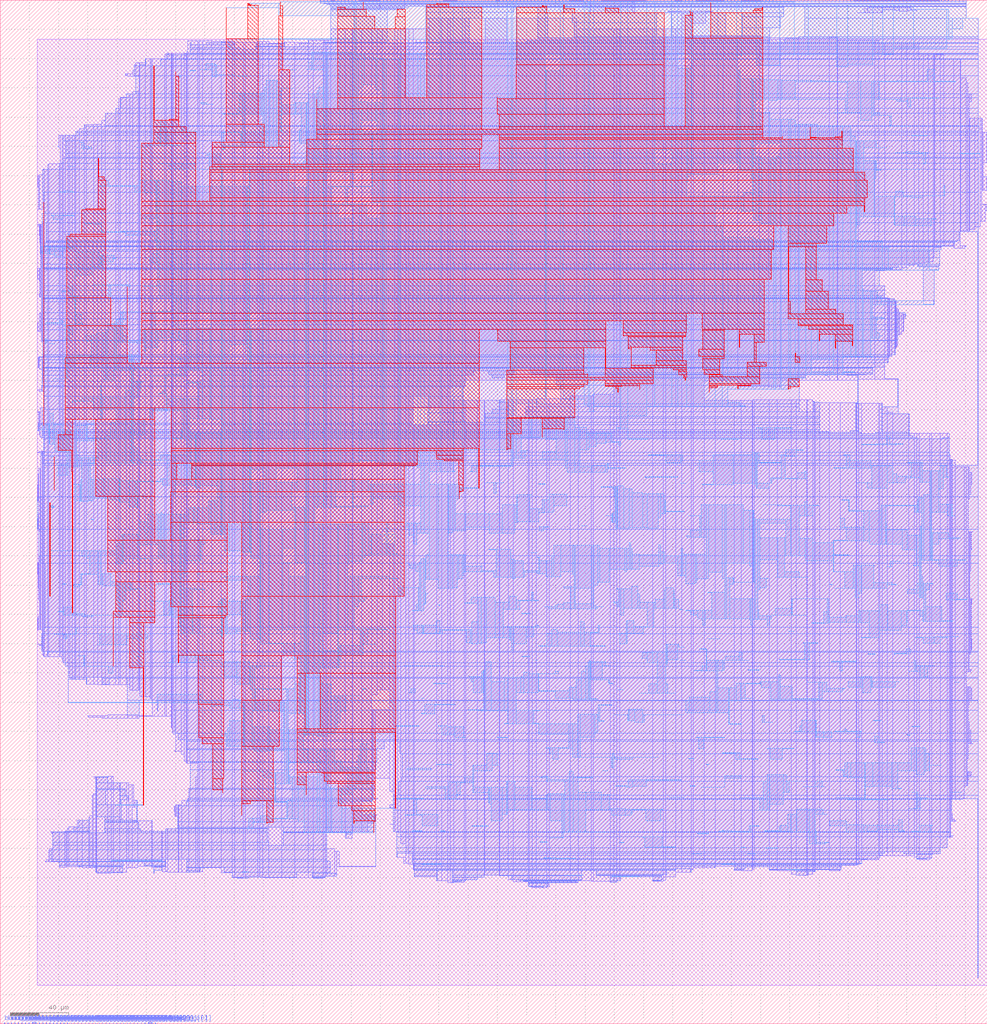
<source format=lef>
VERSION 5.8 ;
BUSBITCHARS "[]" ;
DIVIDERCHAR "/" ;
UNITS
    DATABASE MICRONS 1000 ;
END UNITS

MACRO core_wrap
  FOREIGN core_wrap 0 0 ;
  CLASS BLOCK ;
  SIZE 674.88 BY 700 ;
  PIN VDD
    USE POWER ;
    DIRECTION INOUT ;
  END VDD
  PIN VSS
    USE GROUND ;
    DIRECTION INOUT ;
  END VSS
  PIN boot_addr_i[0]
    DIRECTION INPUT ;
    USE SIGNAL ;
    PORT
      LAYER Metal3 ;
        RECT  2.78 0 2.98 0.72 ;
    END
  END boot_addr_i[0]
  PIN boot_addr_i[10]
    DIRECTION INPUT ;
    USE SIGNAL ;
    PORT
      LAYER Metal3 ;
        RECT  660.38 699.28 660.58 700 ;
    END
  END boot_addr_i[10]
  PIN boot_addr_i[11]
    DIRECTION INPUT ;
    USE SIGNAL ;
    PORT
      LAYER Metal3 ;
        RECT  350.78 699.28 350.98 700 ;
    END
  END boot_addr_i[11]
  PIN boot_addr_i[12]
    DIRECTION INPUT ;
    USE SIGNAL ;
    PORT
      LAYER Metal3 ;
        RECT  353.18 699.28 353.38 700 ;
    END
  END boot_addr_i[12]
  PIN boot_addr_i[13]
    DIRECTION INPUT ;
    USE SIGNAL ;
    PORT
      LAYER Metal3 ;
        RECT  237.98 699.28 238.18 700 ;
    END
  END boot_addr_i[13]
  PIN boot_addr_i[14]
    DIRECTION INPUT ;
    USE SIGNAL ;
    PORT
      LAYER Metal3 ;
        RECT  355.58 699.28 355.78 700 ;
    END
  END boot_addr_i[14]
  PIN boot_addr_i[15]
    DIRECTION INPUT ;
    USE SIGNAL ;
    PORT
      LAYER Metal3 ;
        RECT  357.98 699.28 358.18 700 ;
    END
  END boot_addr_i[15]
  PIN boot_addr_i[16]
    DIRECTION INPUT ;
    USE SIGNAL ;
    PORT
      LAYER Metal3 ;
        RECT  360.38 699.28 360.58 700 ;
    END
  END boot_addr_i[16]
  PIN boot_addr_i[17]
    DIRECTION INPUT ;
    USE SIGNAL ;
    PORT
      LAYER Metal3 ;
        RECT  345.98 699.28 346.18 700 ;
    END
  END boot_addr_i[17]
  PIN boot_addr_i[18]
    DIRECTION INPUT ;
    USE SIGNAL ;
    PORT
      LAYER Metal3 ;
        RECT  235.58 699.28 235.78 700 ;
    END
  END boot_addr_i[18]
  PIN boot_addr_i[19]
    DIRECTION INPUT ;
    USE SIGNAL ;
    PORT
      LAYER Metal3 ;
        RECT  365.18 699.28 365.38 700 ;
    END
  END boot_addr_i[19]
  PIN boot_addr_i[1]
    DIRECTION INPUT ;
    USE SIGNAL ;
    PORT
      LAYER Metal3 ;
        RECT  5.18 0 5.38 0.72 ;
    END
  END boot_addr_i[1]
  PIN boot_addr_i[20]
    DIRECTION INPUT ;
    USE SIGNAL ;
    PORT
      LAYER Metal3 ;
        RECT  367.58 699.28 367.78 700 ;
    END
  END boot_addr_i[20]
  PIN boot_addr_i[21]
    DIRECTION INPUT ;
    USE SIGNAL ;
    PORT
      LAYER Metal3 ;
        RECT  343.58 699.28 343.78 700 ;
    END
  END boot_addr_i[21]
  PIN boot_addr_i[22]
    DIRECTION INPUT ;
    USE SIGNAL ;
    PORT
      LAYER Metal3 ;
        RECT  369.98 699.28 370.18 700 ;
    END
  END boot_addr_i[22]
  PIN boot_addr_i[23]
    DIRECTION INPUT ;
    USE SIGNAL ;
    PORT
      LAYER Metal3 ;
        RECT  233.18 699.28 233.38 700 ;
    END
  END boot_addr_i[23]
  PIN boot_addr_i[24]
    DIRECTION INPUT ;
    USE SIGNAL ;
    PORT
      LAYER Metal3 ;
        RECT  374.78 699.28 374.98 700 ;
    END
  END boot_addr_i[24]
  PIN boot_addr_i[25]
    DIRECTION INPUT ;
    USE SIGNAL ;
    PORT
      LAYER Metal3 ;
        RECT  341.18 699.28 341.38 700 ;
    END
  END boot_addr_i[25]
  PIN boot_addr_i[26]
    DIRECTION INPUT ;
    USE SIGNAL ;
    PORT
      LAYER Metal3 ;
        RECT  377.18 699.28 377.38 700 ;
    END
  END boot_addr_i[26]
  PIN boot_addr_i[27]
    DIRECTION INPUT ;
    USE SIGNAL ;
    PORT
      LAYER Metal3 ;
        RECT  379.58 699.28 379.78 700 ;
    END
  END boot_addr_i[27]
  PIN boot_addr_i[28]
    DIRECTION INPUT ;
    USE SIGNAL ;
    PORT
      LAYER Metal3 ;
        RECT  230.78 699.28 230.98 700 ;
    END
  END boot_addr_i[28]
  PIN boot_addr_i[29]
    DIRECTION INPUT ;
    USE SIGNAL ;
    PORT
      LAYER Metal3 ;
        RECT  338.78 699.28 338.98 700 ;
    END
  END boot_addr_i[29]
  PIN boot_addr_i[2]
    DIRECTION INPUT ;
    USE SIGNAL ;
    PORT
      LAYER Metal3 ;
        RECT  7.58 0 7.78 0.72 ;
    END
  END boot_addr_i[2]
  PIN boot_addr_i[30]
    DIRECTION INPUT ;
    USE SIGNAL ;
    PORT
      LAYER Metal3 ;
        RECT  384.38 699.28 384.58 700 ;
    END
  END boot_addr_i[30]
  PIN boot_addr_i[31]
    DIRECTION INPUT ;
    USE SIGNAL ;
    PORT
      LAYER Metal3 ;
        RECT  386.78 699.28 386.98 700 ;
    END
  END boot_addr_i[31]
  PIN boot_addr_i[3]
    DIRECTION INPUT ;
    USE SIGNAL ;
    PORT
      LAYER Metal3 ;
        RECT  9.98 0 10.18 0.72 ;
    END
  END boot_addr_i[3]
  PIN boot_addr_i[4]
    DIRECTION INPUT ;
    USE SIGNAL ;
    PORT
      LAYER Metal3 ;
        RECT  12.38 0 12.58 0.72 ;
    END
  END boot_addr_i[4]
  PIN boot_addr_i[5]
    DIRECTION INPUT ;
    USE SIGNAL ;
    PORT
      LAYER Metal3 ;
        RECT  14.78 0 14.98 0.72 ;
    END
  END boot_addr_i[5]
  PIN boot_addr_i[6]
    DIRECTION INPUT ;
    USE SIGNAL ;
    PORT
      LAYER Metal3 ;
        RECT  17.18 0 17.38 0.72 ;
    END
  END boot_addr_i[6]
  PIN boot_addr_i[7]
    DIRECTION INPUT ;
    USE SIGNAL ;
    PORT
      LAYER Metal3 ;
        RECT  19.58 0 19.78 0.72 ;
    END
  END boot_addr_i[7]
  PIN boot_addr_i[8]
    DIRECTION INPUT ;
    USE SIGNAL ;
    PORT
      LAYER Metal3 ;
        RECT  389.18 699.28 389.38 700 ;
    END
  END boot_addr_i[8]
  PIN boot_addr_i[9]
    DIRECTION INPUT ;
    USE SIGNAL ;
    PORT
      LAYER Metal3 ;
        RECT  228.38 699.28 228.58 700 ;
    END
  END boot_addr_i[9]
  PIN clk_i
    DIRECTION INPUT ;
    USE SIGNAL ;
    PORT
      LAYER Metal3 ;
        RECT  391.58 699.28 391.78 700 ;
    END
  END clk_i
  PIN core_busy_o
    DIRECTION OUTPUT ;
    USE SIGNAL ;
    PORT
      LAYER Metal3 ;
        RECT  393.98 699.28 394.18 700 ;
    END
  END core_busy_o
  PIN data_addr_o[0]
    DIRECTION OUTPUT ;
    USE SIGNAL ;
    PORT
      LAYER Metal3 ;
        RECT  21.98 0 22.18 0.72 ;
    END
  END data_addr_o[0]
  PIN data_addr_o[1]
    DIRECTION OUTPUT ;
    USE SIGNAL ;
    PORT
      LAYER Metal3 ;
        RECT  24.38 0 24.58 0.72 ;
    END
  END data_addr_o[1]
  PIN data_addr_o[10]
    DIRECTION OUTPUT ;
    USE SIGNAL ;
    PORT
      LAYER Metal3 ;
        RECT  26.78 0 26.98 0.72 ;
    END
  END data_addr_o[10]
  PIN data_addr_o[11]
    DIRECTION OUTPUT ;
    USE SIGNAL ;
    PORT
      LAYER Metal3 ;
        RECT  29.18 0 29.38 0.72 ;
    END
  END data_addr_o[11]
  PIN data_addr_o[12]
    DIRECTION OUTPUT ;
    USE SIGNAL ;
    PORT
      LAYER Metal3 ;
        RECT  31.58 0 31.78 0.72 ;
    END
  END data_addr_o[12]
  PIN data_addr_o[13]
    DIRECTION OUTPUT ;
    USE SIGNAL ;
    PORT
      LAYER Metal3 ;
        RECT  33.98 0 34.18 0.72 ;
    END
  END data_addr_o[13]
  PIN data_addr_o[14]
    DIRECTION OUTPUT ;
    USE SIGNAL ;
    PORT
      LAYER Metal3 ;
        RECT  36.38 0 36.58 0.72 ;
    END
  END data_addr_o[14]
  PIN data_addr_o[15]
    DIRECTION OUTPUT ;
    USE SIGNAL ;
    PORT
      LAYER Metal3 ;
        RECT  38.78 0 38.98 0.72 ;
    END
  END data_addr_o[15]
  PIN data_addr_o[16]
    DIRECTION OUTPUT ;
    USE SIGNAL ;
    PORT
      LAYER Metal3 ;
        RECT  41.18 0 41.38 0.72 ;
    END
  END data_addr_o[16]
  PIN data_addr_o[17]
    DIRECTION OUTPUT ;
    USE SIGNAL ;
    PORT
      LAYER Metal3 ;
        RECT  43.58 0 43.78 0.72 ;
    END
  END data_addr_o[17]
  PIN data_addr_o[18]
    DIRECTION OUTPUT ;
    USE SIGNAL ;
    PORT
      LAYER Metal3 ;
        RECT  45.98 0 46.18 0.72 ;
    END
  END data_addr_o[18]
  PIN data_addr_o[19]
    DIRECTION OUTPUT ;
    USE SIGNAL ;
    PORT
      LAYER Metal3 ;
        RECT  48.38 0 48.58 0.72 ;
    END
  END data_addr_o[19]
  PIN data_addr_o[20]
    DIRECTION OUTPUT ;
    USE SIGNAL ;
    PORT
      LAYER Metal3 ;
        RECT  50.78 0 50.98 0.72 ;
    END
  END data_addr_o[20]
  PIN data_addr_o[21]
    DIRECTION OUTPUT ;
    USE SIGNAL ;
    PORT
      LAYER Metal3 ;
        RECT  53.18 0 53.38 0.72 ;
    END
  END data_addr_o[21]
  PIN data_addr_o[22]
    DIRECTION OUTPUT ;
    USE SIGNAL ;
    PORT
      LAYER Metal3 ;
        RECT  55.58 0 55.78 0.72 ;
    END
  END data_addr_o[22]
  PIN data_addr_o[23]
    DIRECTION OUTPUT ;
    USE SIGNAL ;
    PORT
      LAYER Metal3 ;
        RECT  57.98 0 58.18 0.72 ;
    END
  END data_addr_o[23]
  PIN data_addr_o[24]
    DIRECTION OUTPUT ;
    USE SIGNAL ;
    PORT
      LAYER Metal3 ;
        RECT  60.38 0 60.58 0.72 ;
    END
  END data_addr_o[24]
  PIN data_addr_o[25]
    DIRECTION OUTPUT ;
    USE SIGNAL ;
    PORT
      LAYER Metal3 ;
        RECT  62.78 0 62.98 0.72 ;
    END
  END data_addr_o[25]
  PIN data_addr_o[26]
    DIRECTION OUTPUT ;
    USE SIGNAL ;
    PORT
      LAYER Metal3 ;
        RECT  65.18 0 65.38 0.72 ;
    END
  END data_addr_o[26]
  PIN data_addr_o[27]
    DIRECTION OUTPUT ;
    USE SIGNAL ;
    PORT
      LAYER Metal3 ;
        RECT  67.58 0 67.78 0.72 ;
    END
  END data_addr_o[27]
  PIN data_addr_o[28]
    DIRECTION OUTPUT ;
    USE SIGNAL ;
    PORT
      LAYER Metal3 ;
        RECT  69.98 0 70.18 0.72 ;
    END
  END data_addr_o[28]
  PIN data_addr_o[29]
    DIRECTION OUTPUT ;
    USE SIGNAL ;
    PORT
      LAYER Metal3 ;
        RECT  72.38 0 72.58 0.72 ;
    END
  END data_addr_o[29]
  PIN data_addr_o[2]
    DIRECTION OUTPUT ;
    USE SIGNAL ;
    PORT
      LAYER Metal3 ;
        RECT  74.78 0 74.98 0.72 ;
    END
  END data_addr_o[2]
  PIN data_addr_o[30]
    DIRECTION OUTPUT ;
    USE SIGNAL ;
    PORT
      LAYER Metal3 ;
        RECT  77.18 0 77.38 0.72 ;
    END
  END data_addr_o[30]
  PIN data_addr_o[31]
    DIRECTION OUTPUT ;
    USE SIGNAL ;
    PORT
      LAYER Metal3 ;
        RECT  79.58 0 79.78 0.72 ;
    END
  END data_addr_o[31]
  PIN data_addr_o[3]
    DIRECTION OUTPUT ;
    USE SIGNAL ;
    PORT
      LAYER Metal3 ;
        RECT  81.98 0 82.18 0.72 ;
    END
  END data_addr_o[3]
  PIN data_addr_o[4]
    DIRECTION OUTPUT ;
    USE SIGNAL ;
    PORT
      LAYER Metal3 ;
        RECT  84.38 0 84.58 0.72 ;
    END
  END data_addr_o[4]
  PIN data_addr_o[5]
    DIRECTION OUTPUT ;
    USE SIGNAL ;
    PORT
      LAYER Metal3 ;
        RECT  86.78 0 86.98 0.72 ;
    END
  END data_addr_o[5]
  PIN data_addr_o[6]
    DIRECTION OUTPUT ;
    USE SIGNAL ;
    PORT
      LAYER Metal3 ;
        RECT  89.18 0 89.38 0.72 ;
    END
  END data_addr_o[6]
  PIN data_addr_o[7]
    DIRECTION OUTPUT ;
    USE SIGNAL ;
    PORT
      LAYER Metal3 ;
        RECT  91.58 0 91.78 0.72 ;
    END
  END data_addr_o[7]
  PIN data_addr_o[8]
    DIRECTION OUTPUT ;
    USE SIGNAL ;
    PORT
      LAYER Metal3 ;
        RECT  93.98 0 94.18 0.72 ;
    END
  END data_addr_o[8]
  PIN data_addr_o[9]
    DIRECTION OUTPUT ;
    USE SIGNAL ;
    PORT
      LAYER Metal3 ;
        RECT  96.38 0 96.58 0.72 ;
    END
  END data_addr_o[9]
  PIN data_be_o[0]
    DIRECTION OUTPUT ;
    USE SIGNAL ;
    PORT
      LAYER Metal3 ;
        RECT  396.38 699.28 396.58 700 ;
    END
  END data_be_o[0]
  PIN data_be_o[1]
    DIRECTION OUTPUT ;
    USE SIGNAL ;
    PORT
      LAYER Metal3 ;
        RECT  333.98 699.28 334.18 700 ;
    END
  END data_be_o[1]
  PIN data_be_o[2]
    DIRECTION OUTPUT ;
    USE SIGNAL ;
    PORT
      LAYER Metal3 ;
        RECT  225.98 699.28 226.18 700 ;
    END
  END data_be_o[2]
  PIN data_be_o[3]
    DIRECTION OUTPUT ;
    USE SIGNAL ;
    PORT
      LAYER Metal3 ;
        RECT  401.18 699.28 401.38 700 ;
    END
  END data_be_o[3]
  PIN data_err_i
    DIRECTION INPUT ;
    USE SIGNAL ;
    PORT
      LAYER Metal3 ;
        RECT  403.58 699.28 403.78 700 ;
    END
  END data_err_i
  PIN data_gnt_i
    DIRECTION INPUT ;
    USE SIGNAL ;
    PORT
      LAYER Metal3 ;
        RECT  331.58 699.28 331.78 700 ;
    END
  END data_gnt_i
  PIN data_rdata_i[0]
    DIRECTION INPUT ;
    USE SIGNAL ;
    PORT
      LAYER Metal3 ;
        RECT  405.98 699.28 406.18 700 ;
    END
  END data_rdata_i[0]
  PIN data_rdata_i[10]
    DIRECTION INPUT ;
    USE SIGNAL ;
    PORT
      LAYER Metal3 ;
        RECT  223.58 699.28 223.78 700 ;
    END
  END data_rdata_i[10]
  PIN data_rdata_i[11]
    DIRECTION INPUT ;
    USE SIGNAL ;
    PORT
      LAYER Metal3 ;
        RECT  410.78 699.28 410.98 700 ;
    END
  END data_rdata_i[11]
  PIN data_rdata_i[12]
    DIRECTION INPUT ;
    USE SIGNAL ;
    PORT
      LAYER Metal3 ;
        RECT  329.18 699.28 329.38 700 ;
    END
  END data_rdata_i[12]
  PIN data_rdata_i[13]
    DIRECTION INPUT ;
    USE SIGNAL ;
    PORT
      LAYER Metal3 ;
        RECT  413.18 699.28 413.38 700 ;
    END
  END data_rdata_i[13]
  PIN data_rdata_i[14]
    DIRECTION INPUT ;
    USE SIGNAL ;
    PORT
      LAYER Metal3 ;
        RECT  415.58 699.28 415.78 700 ;
    END
  END data_rdata_i[14]
  PIN data_rdata_i[15]
    DIRECTION INPUT ;
    USE SIGNAL ;
    PORT
      LAYER Metal3 ;
        RECT  221.18 699.28 221.38 700 ;
    END
  END data_rdata_i[15]
  PIN data_rdata_i[16]
    DIRECTION INPUT ;
    USE SIGNAL ;
    PORT
      LAYER Metal3 ;
        RECT  326.78 699.28 326.98 700 ;
    END
  END data_rdata_i[16]
  PIN data_rdata_i[17]
    DIRECTION INPUT ;
    USE SIGNAL ;
    PORT
      LAYER Metal3 ;
        RECT  420.38 699.28 420.58 700 ;
    END
  END data_rdata_i[17]
  PIN data_rdata_i[18]
    DIRECTION INPUT ;
    USE SIGNAL ;
    PORT
      LAYER Metal3 ;
        RECT  422.78 699.28 422.98 700 ;
    END
  END data_rdata_i[18]
  PIN data_rdata_i[19]
    DIRECTION INPUT ;
    USE SIGNAL ;
    PORT
      LAYER Metal3 ;
        RECT  425.18 699.28 425.38 700 ;
    END
  END data_rdata_i[19]
  PIN data_rdata_i[1]
    DIRECTION INPUT ;
    USE SIGNAL ;
    PORT
      LAYER Metal3 ;
        RECT  218.78 699.28 218.98 700 ;
    END
  END data_rdata_i[1]
  PIN data_rdata_i[20]
    DIRECTION INPUT ;
    USE SIGNAL ;
    PORT
      LAYER Metal3 ;
        RECT  427.58 699.28 427.78 700 ;
    END
  END data_rdata_i[20]
  PIN data_rdata_i[21]
    DIRECTION INPUT ;
    USE SIGNAL ;
    PORT
      LAYER Metal3 ;
        RECT  429.98 699.28 430.18 700 ;
    END
  END data_rdata_i[21]
  PIN data_rdata_i[22]
    DIRECTION INPUT ;
    USE SIGNAL ;
    PORT
      LAYER Metal3 ;
        RECT  432.38 699.28 432.58 700 ;
    END
  END data_rdata_i[22]
  PIN data_rdata_i[23]
    DIRECTION INPUT ;
    USE SIGNAL ;
    PORT
      LAYER Metal3 ;
        RECT  321.98 699.28 322.18 700 ;
    END
  END data_rdata_i[23]
  PIN data_rdata_i[24]
    DIRECTION INPUT ;
    USE SIGNAL ;
    PORT
      LAYER Metal3 ;
        RECT  434.78 699.28 434.98 700 ;
    END
  END data_rdata_i[24]
  PIN data_rdata_i[25]
    DIRECTION INPUT ;
    USE SIGNAL ;
    PORT
      LAYER Metal3 ;
        RECT  437.18 699.28 437.38 700 ;
    END
  END data_rdata_i[25]
  PIN data_rdata_i[26]
    DIRECTION INPUT ;
    USE SIGNAL ;
    PORT
      LAYER Metal3 ;
        RECT  439.58 699.28 439.78 700 ;
    END
  END data_rdata_i[26]
  PIN data_rdata_i[27]
    DIRECTION INPUT ;
    USE SIGNAL ;
    PORT
      LAYER Metal3 ;
        RECT  319.58 699.28 319.78 700 ;
    END
  END data_rdata_i[27]
  PIN data_rdata_i[28]
    DIRECTION INPUT ;
    USE SIGNAL ;
    PORT
      LAYER Metal3 ;
        RECT  441.98 699.28 442.18 700 ;
    END
  END data_rdata_i[28]
  PIN data_rdata_i[29]
    DIRECTION INPUT ;
    USE SIGNAL ;
    PORT
      LAYER Metal3 ;
        RECT  444.38 699.28 444.58 700 ;
    END
  END data_rdata_i[29]
  PIN data_rdata_i[2]
    DIRECTION INPUT ;
    USE SIGNAL ;
    PORT
      LAYER Metal3 ;
        RECT  446.78 699.28 446.98 700 ;
    END
  END data_rdata_i[2]
  PIN data_rdata_i[30]
    DIRECTION INPUT ;
    USE SIGNAL ;
    PORT
      LAYER Metal3 ;
        RECT  317.18 699.28 317.38 700 ;
    END
  END data_rdata_i[30]
  PIN data_rdata_i[31]
    DIRECTION INPUT ;
    USE SIGNAL ;
    PORT
      LAYER Metal3 ;
        RECT  449.18 699.28 449.38 700 ;
    END
  END data_rdata_i[31]
  PIN data_rdata_i[3]
    DIRECTION INPUT ;
    USE SIGNAL ;
    PORT
      LAYER Metal3 ;
        RECT  451.58 699.28 451.78 700 ;
    END
  END data_rdata_i[3]
  PIN data_rdata_i[4]
    DIRECTION INPUT ;
    USE SIGNAL ;
    PORT
      LAYER Metal3 ;
        RECT  453.98 699.28 454.18 700 ;
    END
  END data_rdata_i[4]
  PIN data_rdata_i[5]
    DIRECTION INPUT ;
    USE SIGNAL ;
    PORT
      LAYER Metal3 ;
        RECT  314.78 699.28 314.98 700 ;
    END
  END data_rdata_i[5]
  PIN data_rdata_i[6]
    DIRECTION INPUT ;
    USE SIGNAL ;
    PORT
      LAYER Metal3 ;
        RECT  456.38 699.28 456.58 700 ;
    END
  END data_rdata_i[6]
  PIN data_rdata_i[7]
    DIRECTION INPUT ;
    USE SIGNAL ;
    PORT
      LAYER Metal3 ;
        RECT  458.78 699.28 458.98 700 ;
    END
  END data_rdata_i[7]
  PIN data_rdata_i[8]
    DIRECTION INPUT ;
    USE SIGNAL ;
    PORT
      LAYER Metal3 ;
        RECT  461.18 699.28 461.38 700 ;
    END
  END data_rdata_i[8]
  PIN data_rdata_i[9]
    DIRECTION INPUT ;
    USE SIGNAL ;
    PORT
      LAYER Metal3 ;
        RECT  312.38 699.28 312.58 700 ;
    END
  END data_rdata_i[9]
  PIN data_req_o
    DIRECTION OUTPUT ;
    USE SIGNAL ;
    PORT
      LAYER Metal3 ;
        RECT  463.58 699.28 463.78 700 ;
    END
  END data_req_o
  PIN data_rvalid_i
    DIRECTION INPUT ;
    USE SIGNAL ;
    PORT
      LAYER Metal3 ;
        RECT  465.98 699.28 466.18 700 ;
    END
  END data_rvalid_i
  PIN data_wdata_o[0]
    DIRECTION OUTPUT ;
    USE SIGNAL ;
    PORT
      LAYER Metal3 ;
        RECT  468.38 699.28 468.58 700 ;
    END
  END data_wdata_o[0]
  PIN data_wdata_o[10]
    DIRECTION OUTPUT ;
    USE SIGNAL ;
    PORT
      LAYER Metal3 ;
        RECT  309.98 699.28 310.18 700 ;
    END
  END data_wdata_o[10]
  PIN data_wdata_o[11]
    DIRECTION OUTPUT ;
    USE SIGNAL ;
    PORT
      LAYER Metal3 ;
        RECT  470.78 699.28 470.98 700 ;
    END
  END data_wdata_o[11]
  PIN data_wdata_o[12]
    DIRECTION OUTPUT ;
    USE SIGNAL ;
    PORT
      LAYER Metal3 ;
        RECT  473.18 699.28 473.38 700 ;
    END
  END data_wdata_o[12]
  PIN data_wdata_o[13]
    DIRECTION OUTPUT ;
    USE SIGNAL ;
    PORT
      LAYER Metal3 ;
        RECT  475.58 699.28 475.78 700 ;
    END
  END data_wdata_o[13]
  PIN data_wdata_o[14]
    DIRECTION OUTPUT ;
    USE SIGNAL ;
    PORT
      LAYER Metal3 ;
        RECT  307.58 699.28 307.78 700 ;
    END
  END data_wdata_o[14]
  PIN data_wdata_o[15]
    DIRECTION OUTPUT ;
    USE SIGNAL ;
    PORT
      LAYER Metal3 ;
        RECT  477.98 699.28 478.18 700 ;
    END
  END data_wdata_o[15]
  PIN data_wdata_o[16]
    DIRECTION OUTPUT ;
    USE SIGNAL ;
    PORT
      LAYER Metal3 ;
        RECT  480.38 699.28 480.58 700 ;
    END
  END data_wdata_o[16]
  PIN data_wdata_o[17]
    DIRECTION OUTPUT ;
    USE SIGNAL ;
    PORT
      LAYER Metal3 ;
        RECT  482.78 699.28 482.98 700 ;
    END
  END data_wdata_o[17]
  PIN data_wdata_o[18]
    DIRECTION OUTPUT ;
    USE SIGNAL ;
    PORT
      LAYER Metal3 ;
        RECT  305.18 699.28 305.38 700 ;
    END
  END data_wdata_o[18]
  PIN data_wdata_o[19]
    DIRECTION OUTPUT ;
    USE SIGNAL ;
    PORT
      LAYER Metal3 ;
        RECT  485.18 699.28 485.38 700 ;
    END
  END data_wdata_o[19]
  PIN data_wdata_o[1]
    DIRECTION OUTPUT ;
    USE SIGNAL ;
    PORT
      LAYER Metal3 ;
        RECT  487.58 699.28 487.78 700 ;
    END
  END data_wdata_o[1]
  PIN data_wdata_o[20]
    DIRECTION OUTPUT ;
    USE SIGNAL ;
    PORT
      LAYER Metal3 ;
        RECT  489.98 699.28 490.18 700 ;
    END
  END data_wdata_o[20]
  PIN data_wdata_o[21]
    DIRECTION OUTPUT ;
    USE SIGNAL ;
    PORT
      LAYER Metal3 ;
        RECT  302.78 699.28 302.98 700 ;
    END
  END data_wdata_o[21]
  PIN data_wdata_o[22]
    DIRECTION OUTPUT ;
    USE SIGNAL ;
    PORT
      LAYER Metal3 ;
        RECT  492.38 699.28 492.58 700 ;
    END
  END data_wdata_o[22]
  PIN data_wdata_o[23]
    DIRECTION OUTPUT ;
    USE SIGNAL ;
    PORT
      LAYER Metal3 ;
        RECT  494.78 699.28 494.98 700 ;
    END
  END data_wdata_o[23]
  PIN data_wdata_o[24]
    DIRECTION OUTPUT ;
    USE SIGNAL ;
    PORT
      LAYER Metal3 ;
        RECT  497.18 699.28 497.38 700 ;
    END
  END data_wdata_o[24]
  PIN data_wdata_o[25]
    DIRECTION OUTPUT ;
    USE SIGNAL ;
    PORT
      LAYER Metal3 ;
        RECT  300.38 699.28 300.58 700 ;
    END
  END data_wdata_o[25]
  PIN data_wdata_o[26]
    DIRECTION OUTPUT ;
    USE SIGNAL ;
    PORT
      LAYER Metal3 ;
        RECT  499.58 699.28 499.78 700 ;
    END
  END data_wdata_o[26]
  PIN data_wdata_o[27]
    DIRECTION OUTPUT ;
    USE SIGNAL ;
    PORT
      LAYER Metal3 ;
        RECT  501.98 699.28 502.18 700 ;
    END
  END data_wdata_o[27]
  PIN data_wdata_o[28]
    DIRECTION OUTPUT ;
    USE SIGNAL ;
    PORT
      LAYER Metal3 ;
        RECT  504.38 699.28 504.58 700 ;
    END
  END data_wdata_o[28]
  PIN data_wdata_o[29]
    DIRECTION OUTPUT ;
    USE SIGNAL ;
    PORT
      LAYER Metal3 ;
        RECT  297.98 699.28 298.18 700 ;
    END
  END data_wdata_o[29]
  PIN data_wdata_o[2]
    DIRECTION OUTPUT ;
    USE SIGNAL ;
    PORT
      LAYER Metal3 ;
        RECT  506.78 699.28 506.98 700 ;
    END
  END data_wdata_o[2]
  PIN data_wdata_o[30]
    DIRECTION OUTPUT ;
    USE SIGNAL ;
    PORT
      LAYER Metal3 ;
        RECT  509.18 699.28 509.38 700 ;
    END
  END data_wdata_o[30]
  PIN data_wdata_o[31]
    DIRECTION OUTPUT ;
    USE SIGNAL ;
    PORT
      LAYER Metal3 ;
        RECT  511.58 699.28 511.78 700 ;
    END
  END data_wdata_o[31]
  PIN data_wdata_o[3]
    DIRECTION OUTPUT ;
    USE SIGNAL ;
    PORT
      LAYER Metal3 ;
        RECT  295.58 699.28 295.78 700 ;
    END
  END data_wdata_o[3]
  PIN data_wdata_o[4]
    DIRECTION OUTPUT ;
    USE SIGNAL ;
    PORT
      LAYER Metal3 ;
        RECT  513.98 699.28 514.18 700 ;
    END
  END data_wdata_o[4]
  PIN data_wdata_o[5]
    DIRECTION OUTPUT ;
    USE SIGNAL ;
    PORT
      LAYER Metal3 ;
        RECT  516.38 699.28 516.58 700 ;
    END
  END data_wdata_o[5]
  PIN data_wdata_o[6]
    DIRECTION OUTPUT ;
    USE SIGNAL ;
    PORT
      LAYER Metal3 ;
        RECT  518.78 699.28 518.98 700 ;
    END
  END data_wdata_o[6]
  PIN data_wdata_o[7]
    DIRECTION OUTPUT ;
    USE SIGNAL ;
    PORT
      LAYER Metal3 ;
        RECT  293.18 699.28 293.38 700 ;
    END
  END data_wdata_o[7]
  PIN data_wdata_o[8]
    DIRECTION OUTPUT ;
    USE SIGNAL ;
    PORT
      LAYER Metal3 ;
        RECT  521.18 699.28 521.38 700 ;
    END
  END data_wdata_o[8]
  PIN data_wdata_o[9]
    DIRECTION OUTPUT ;
    USE SIGNAL ;
    PORT
      LAYER Metal3 ;
        RECT  523.58 699.28 523.78 700 ;
    END
  END data_wdata_o[9]
  PIN data_we_o
    DIRECTION OUTPUT ;
    USE SIGNAL ;
    PORT
      LAYER Metal3 ;
        RECT  98.78 0 98.98 0.72 ;
    END
  END data_we_o
  PIN debug_req_i
    DIRECTION INPUT ;
    USE SIGNAL ;
    PORT
      LAYER Metal3 ;
        RECT  525.98 699.28 526.18 700 ;
    END
  END debug_req_i
  PIN fetch_enable_i
    DIRECTION INPUT ;
    USE SIGNAL ;
    PORT
      LAYER Metal3 ;
        RECT  290.78 699.28 290.98 700 ;
    END
  END fetch_enable_i
  PIN instr_addr_o[0]
    DIRECTION OUTPUT ;
    USE SIGNAL ;
    PORT
      LAYER Metal3 ;
        RECT  101.18 0 101.38 0.72 ;
    END
  END instr_addr_o[0]
  PIN instr_addr_o[1]
    DIRECTION OUTPUT ;
    USE SIGNAL ;
    PORT
      LAYER Metal3 ;
        RECT  103.58 0 103.78 0.72 ;
    END
  END instr_addr_o[1]
  PIN instr_addr_o[10]
    DIRECTION OUTPUT ;
    USE SIGNAL ;
    PORT
      LAYER Metal3 ;
        RECT  528.38 699.28 528.58 700 ;
    END
  END instr_addr_o[10]
  PIN instr_addr_o[11]
    DIRECTION OUTPUT ;
    USE SIGNAL ;
    PORT
      LAYER Metal3 ;
        RECT  530.78 699.28 530.98 700 ;
    END
  END instr_addr_o[11]
  PIN instr_addr_o[12]
    DIRECTION OUTPUT ;
    USE SIGNAL ;
    PORT
      LAYER Metal3 ;
        RECT  533.18 699.28 533.38 700 ;
    END
  END instr_addr_o[12]
  PIN instr_addr_o[13]
    DIRECTION OUTPUT ;
    USE SIGNAL ;
    PORT
      LAYER Metal3 ;
        RECT  288.38 699.28 288.58 700 ;
    END
  END instr_addr_o[13]
  PIN instr_addr_o[14]
    DIRECTION OUTPUT ;
    USE SIGNAL ;
    PORT
      LAYER Metal3 ;
        RECT  535.58 699.28 535.78 700 ;
    END
  END instr_addr_o[14]
  PIN instr_addr_o[15]
    DIRECTION OUTPUT ;
    USE SIGNAL ;
    PORT
      LAYER Metal3 ;
        RECT  537.98 699.28 538.18 700 ;
    END
  END instr_addr_o[15]
  PIN instr_addr_o[16]
    DIRECTION OUTPUT ;
    USE SIGNAL ;
    PORT
      LAYER Metal3 ;
        RECT  417.98 699.28 418.18 700 ;
    END
  END instr_addr_o[16]
  PIN instr_addr_o[17]
    DIRECTION OUTPUT ;
    USE SIGNAL ;
    PORT
      LAYER Metal3 ;
        RECT  285.98 699.28 286.18 700 ;
    END
  END instr_addr_o[17]
  PIN instr_addr_o[18]
    DIRECTION OUTPUT ;
    USE SIGNAL ;
    PORT
      LAYER Metal3 ;
        RECT  540.38 699.28 540.58 700 ;
    END
  END instr_addr_o[18]
  PIN instr_addr_o[19]
    DIRECTION OUTPUT ;
    USE SIGNAL ;
    PORT
      LAYER Metal3 ;
        RECT  408.38 699.28 408.58 700 ;
    END
  END instr_addr_o[19]
  PIN instr_addr_o[20]
    DIRECTION OUTPUT ;
    USE SIGNAL ;
    PORT
      LAYER Metal3 ;
        RECT  542.78 699.28 542.98 700 ;
    END
  END instr_addr_o[20]
  PIN instr_addr_o[21]
    DIRECTION OUTPUT ;
    USE SIGNAL ;
    PORT
      LAYER Metal3 ;
        RECT  283.58 699.28 283.78 700 ;
    END
  END instr_addr_o[21]
  PIN instr_addr_o[22]
    DIRECTION OUTPUT ;
    USE SIGNAL ;
    PORT
      LAYER Metal3 ;
        RECT  398.78 699.28 398.98 700 ;
    END
  END instr_addr_o[22]
  PIN instr_addr_o[23]
    DIRECTION OUTPUT ;
    USE SIGNAL ;
    PORT
      LAYER Metal3 ;
        RECT  545.18 699.28 545.38 700 ;
    END
  END instr_addr_o[23]
  PIN instr_addr_o[24]
    DIRECTION OUTPUT ;
    USE SIGNAL ;
    PORT
      LAYER Metal3 ;
        RECT  547.58 699.28 547.78 700 ;
    END
  END instr_addr_o[24]
  PIN instr_addr_o[25]
    DIRECTION OUTPUT ;
    USE SIGNAL ;
    PORT
      LAYER Metal3 ;
        RECT  281.18 699.28 281.38 700 ;
    END
  END instr_addr_o[25]
  PIN instr_addr_o[26]
    DIRECTION OUTPUT ;
    USE SIGNAL ;
    PORT
      LAYER Metal3 ;
        RECT  381.98 699.28 382.18 700 ;
    END
  END instr_addr_o[26]
  PIN instr_addr_o[27]
    DIRECTION OUTPUT ;
    USE SIGNAL ;
    PORT
      LAYER Metal3 ;
        RECT  549.98 699.28 550.18 700 ;
    END
  END instr_addr_o[27]
  PIN instr_addr_o[28]
    DIRECTION OUTPUT ;
    USE SIGNAL ;
    PORT
      LAYER Metal3 ;
        RECT  372.38 699.28 372.58 700 ;
    END
  END instr_addr_o[28]
  PIN instr_addr_o[29]
    DIRECTION OUTPUT ;
    USE SIGNAL ;
    PORT
      LAYER Metal3 ;
        RECT  278.78 699.28 278.98 700 ;
    END
  END instr_addr_o[29]
  PIN instr_addr_o[2]
    DIRECTION OUTPUT ;
    USE SIGNAL ;
    PORT
      LAYER Metal3 ;
        RECT  552.38 699.28 552.58 700 ;
    END
  END instr_addr_o[2]
  PIN instr_addr_o[30]
    DIRECTION OUTPUT ;
    USE SIGNAL ;
    PORT
      LAYER Metal3 ;
        RECT  362.78 699.28 362.98 700 ;
    END
  END instr_addr_o[30]
  PIN instr_addr_o[31]
    DIRECTION OUTPUT ;
    USE SIGNAL ;
    PORT
      LAYER Metal3 ;
        RECT  554.78 699.28 554.98 700 ;
    END
  END instr_addr_o[31]
  PIN instr_addr_o[3]
    DIRECTION OUTPUT ;
    USE SIGNAL ;
    PORT
      LAYER Metal3 ;
        RECT  276.38 699.28 276.58 700 ;
    END
  END instr_addr_o[3]
  PIN instr_addr_o[4]
    DIRECTION OUTPUT ;
    USE SIGNAL ;
    PORT
      LAYER Metal3 ;
        RECT  557.18 699.28 557.38 700 ;
    END
  END instr_addr_o[4]
  PIN instr_addr_o[5]
    DIRECTION OUTPUT ;
    USE SIGNAL ;
    PORT
      LAYER Metal3 ;
        RECT  559.58 699.28 559.78 700 ;
    END
  END instr_addr_o[5]
  PIN instr_addr_o[6]
    DIRECTION OUTPUT ;
    USE SIGNAL ;
    PORT
      LAYER Metal3 ;
        RECT  348.38 699.28 348.58 700 ;
    END
  END instr_addr_o[6]
  PIN instr_addr_o[7]
    DIRECTION OUTPUT ;
    USE SIGNAL ;
    PORT
      LAYER Metal3 ;
        RECT  273.98 699.28 274.18 700 ;
    END
  END instr_addr_o[7]
  PIN instr_addr_o[8]
    DIRECTION OUTPUT ;
    USE SIGNAL ;
    PORT
      LAYER Metal3 ;
        RECT  561.98 699.28 562.18 700 ;
    END
  END instr_addr_o[8]
  PIN instr_addr_o[9]
    DIRECTION OUTPUT ;
    USE SIGNAL ;
    PORT
      LAYER Metal3 ;
        RECT  564.38 699.28 564.58 700 ;
    END
  END instr_addr_o[9]
  PIN instr_err_i
    DIRECTION INPUT ;
    USE SIGNAL ;
    PORT
      LAYER Metal3 ;
        RECT  566.78 699.28 566.98 700 ;
    END
  END instr_err_i
  PIN instr_gnt_i
    DIRECTION INPUT ;
    USE SIGNAL ;
    PORT
      LAYER Metal3 ;
        RECT  271.58 699.28 271.78 700 ;
    END
  END instr_gnt_i
  PIN instr_rdata_i[0]
    DIRECTION INPUT ;
    USE SIGNAL ;
    PORT
      LAYER Metal3 ;
        RECT  569.18 699.28 569.38 700 ;
    END
  END instr_rdata_i[0]
  PIN instr_rdata_i[10]
    DIRECTION INPUT ;
    USE SIGNAL ;
    PORT
      LAYER Metal3 ;
        RECT  571.58 699.28 571.78 700 ;
    END
  END instr_rdata_i[10]
  PIN instr_rdata_i[11]
    DIRECTION INPUT ;
    USE SIGNAL ;
    PORT
      LAYER Metal3 ;
        RECT  573.98 699.28 574.18 700 ;
    END
  END instr_rdata_i[11]
  PIN instr_rdata_i[12]
    DIRECTION INPUT ;
    USE SIGNAL ;
    PORT
      LAYER Metal3 ;
        RECT  269.18 699.28 269.38 700 ;
    END
  END instr_rdata_i[12]
  PIN instr_rdata_i[13]
    DIRECTION INPUT ;
    USE SIGNAL ;
    PORT
      LAYER Metal3 ;
        RECT  576.38 699.28 576.58 700 ;
    END
  END instr_rdata_i[13]
  PIN instr_rdata_i[14]
    DIRECTION INPUT ;
    USE SIGNAL ;
    PORT
      LAYER Metal3 ;
        RECT  578.78 699.28 578.98 700 ;
    END
  END instr_rdata_i[14]
  PIN instr_rdata_i[15]
    DIRECTION INPUT ;
    USE SIGNAL ;
    PORT
      LAYER Metal3 ;
        RECT  581.18 699.28 581.38 700 ;
    END
  END instr_rdata_i[15]
  PIN instr_rdata_i[16]
    DIRECTION INPUT ;
    USE SIGNAL ;
    PORT
      LAYER Metal3 ;
        RECT  266.78 699.28 266.98 700 ;
    END
  END instr_rdata_i[16]
  PIN instr_rdata_i[17]
    DIRECTION INPUT ;
    USE SIGNAL ;
    PORT
      LAYER Metal3 ;
        RECT  583.58 699.28 583.78 700 ;
    END
  END instr_rdata_i[17]
  PIN instr_rdata_i[18]
    DIRECTION INPUT ;
    USE SIGNAL ;
    PORT
      LAYER Metal3 ;
        RECT  585.98 699.28 586.18 700 ;
    END
  END instr_rdata_i[18]
  PIN instr_rdata_i[19]
    DIRECTION INPUT ;
    USE SIGNAL ;
    PORT
      LAYER Metal3 ;
        RECT  588.38 699.28 588.58 700 ;
    END
  END instr_rdata_i[19]
  PIN instr_rdata_i[1]
    DIRECTION INPUT ;
    USE SIGNAL ;
    PORT
      LAYER Metal3 ;
        RECT  264.38 699.28 264.58 700 ;
    END
  END instr_rdata_i[1]
  PIN instr_rdata_i[20]
    DIRECTION INPUT ;
    USE SIGNAL ;
    PORT
      LAYER Metal3 ;
        RECT  590.78 699.28 590.98 700 ;
    END
  END instr_rdata_i[20]
  PIN instr_rdata_i[21]
    DIRECTION INPUT ;
    USE SIGNAL ;
    PORT
      LAYER Metal3 ;
        RECT  593.18 699.28 593.38 700 ;
    END
  END instr_rdata_i[21]
  PIN instr_rdata_i[22]
    DIRECTION INPUT ;
    USE SIGNAL ;
    PORT
      LAYER Metal3 ;
        RECT  595.58 699.28 595.78 700 ;
    END
  END instr_rdata_i[22]
  PIN instr_rdata_i[23]
    DIRECTION INPUT ;
    USE SIGNAL ;
    PORT
      LAYER Metal3 ;
        RECT  261.98 699.28 262.18 700 ;
    END
  END instr_rdata_i[23]
  PIN instr_rdata_i[24]
    DIRECTION INPUT ;
    USE SIGNAL ;
    PORT
      LAYER Metal3 ;
        RECT  597.98 699.28 598.18 700 ;
    END
  END instr_rdata_i[24]
  PIN instr_rdata_i[25]
    DIRECTION INPUT ;
    USE SIGNAL ;
    PORT
      LAYER Metal3 ;
        RECT  336.38 699.28 336.58 700 ;
    END
  END instr_rdata_i[25]
  PIN instr_rdata_i[26]
    DIRECTION INPUT ;
    USE SIGNAL ;
    PORT
      LAYER Metal3 ;
        RECT  600.38 699.28 600.58 700 ;
    END
  END instr_rdata_i[26]
  PIN instr_rdata_i[27]
    DIRECTION INPUT ;
    USE SIGNAL ;
    PORT
      LAYER Metal3 ;
        RECT  259.58 699.28 259.78 700 ;
    END
  END instr_rdata_i[27]
  PIN instr_rdata_i[28]
    DIRECTION INPUT ;
    USE SIGNAL ;
    PORT
      LAYER Metal3 ;
        RECT  602.78 699.28 602.98 700 ;
    END
  END instr_rdata_i[28]
  PIN instr_rdata_i[29]
    DIRECTION INPUT ;
    USE SIGNAL ;
    PORT
      LAYER Metal3 ;
        RECT  605.18 699.28 605.38 700 ;
    END
  END instr_rdata_i[29]
  PIN instr_rdata_i[2]
    DIRECTION INPUT ;
    USE SIGNAL ;
    PORT
      LAYER Metal3 ;
        RECT  607.58 699.28 607.78 700 ;
    END
  END instr_rdata_i[2]
  PIN instr_rdata_i[30]
    DIRECTION INPUT ;
    USE SIGNAL ;
    PORT
      LAYER Metal3 ;
        RECT  257.18 699.28 257.38 700 ;
    END
  END instr_rdata_i[30]
  PIN instr_rdata_i[31]
    DIRECTION INPUT ;
    USE SIGNAL ;
    PORT
      LAYER Metal3 ;
        RECT  609.98 699.28 610.18 700 ;
    END
  END instr_rdata_i[31]
  PIN instr_rdata_i[3]
    DIRECTION INPUT ;
    USE SIGNAL ;
    PORT
      LAYER Metal3 ;
        RECT  612.38 699.28 612.58 700 ;
    END
  END instr_rdata_i[3]
  PIN instr_rdata_i[4]
    DIRECTION INPUT ;
    USE SIGNAL ;
    PORT
      LAYER Metal3 ;
        RECT  614.78 699.28 614.98 700 ;
    END
  END instr_rdata_i[4]
  PIN instr_rdata_i[5]
    DIRECTION INPUT ;
    USE SIGNAL ;
    PORT
      LAYER Metal3 ;
        RECT  254.78 699.28 254.98 700 ;
    END
  END instr_rdata_i[5]
  PIN instr_rdata_i[6]
    DIRECTION INPUT ;
    USE SIGNAL ;
    PORT
      LAYER Metal3 ;
        RECT  617.18 699.28 617.38 700 ;
    END
  END instr_rdata_i[6]
  PIN instr_rdata_i[7]
    DIRECTION INPUT ;
    USE SIGNAL ;
    PORT
      LAYER Metal3 ;
        RECT  619.58 699.28 619.78 700 ;
    END
  END instr_rdata_i[7]
  PIN instr_rdata_i[8]
    DIRECTION INPUT ;
    USE SIGNAL ;
    PORT
      LAYER Metal3 ;
        RECT  621.98 699.28 622.18 700 ;
    END
  END instr_rdata_i[8]
  PIN instr_rdata_i[9]
    DIRECTION INPUT ;
    USE SIGNAL ;
    PORT
      LAYER Metal3 ;
        RECT  252.38 699.28 252.58 700 ;
    END
  END instr_rdata_i[9]
  PIN instr_req_o
    DIRECTION OUTPUT ;
    USE SIGNAL ;
    PORT
      LAYER Metal3 ;
        RECT  624.38 699.28 624.58 700 ;
    END
  END instr_req_o
  PIN instr_rvalid_i
    DIRECTION INPUT ;
    USE SIGNAL ;
    PORT
      LAYER Metal3 ;
        RECT  626.78 699.28 626.98 700 ;
    END
  END instr_rvalid_i
  PIN irqs_i[0]
    DIRECTION INPUT ;
    USE SIGNAL ;
    PORT
      LAYER Metal3 ;
        RECT  629.18 699.28 629.38 700 ;
    END
  END irqs_i[0]
  PIN irqs_i[10]
    DIRECTION INPUT ;
    USE SIGNAL ;
    PORT
      LAYER Metal3 ;
        RECT  249.98 699.28 250.18 700 ;
    END
  END irqs_i[10]
  PIN irqs_i[11]
    DIRECTION INPUT ;
    USE SIGNAL ;
    PORT
      LAYER Metal3 ;
        RECT  631.58 699.28 631.78 700 ;
    END
  END irqs_i[11]
  PIN irqs_i[12]
    DIRECTION INPUT ;
    USE SIGNAL ;
    PORT
      LAYER Metal3 ;
        RECT  633.98 699.28 634.18 700 ;
    END
  END irqs_i[12]
  PIN irqs_i[13]
    DIRECTION INPUT ;
    USE SIGNAL ;
    PORT
      LAYER Metal3 ;
        RECT  636.38 699.28 636.58 700 ;
    END
  END irqs_i[13]
  PIN irqs_i[14]
    DIRECTION INPUT ;
    USE SIGNAL ;
    PORT
      LAYER Metal3 ;
        RECT  247.58 699.28 247.78 700 ;
    END
  END irqs_i[14]
  PIN irqs_i[15]
    DIRECTION INPUT ;
    USE SIGNAL ;
    PORT
      LAYER Metal3 ;
        RECT  324.38 699.28 324.58 700 ;
    END
  END irqs_i[15]
  PIN irqs_i[1]
    DIRECTION INPUT ;
    USE SIGNAL ;
    PORT
      LAYER Metal3 ;
        RECT  638.78 699.28 638.98 700 ;
    END
  END irqs_i[1]
  PIN irqs_i[2]
    DIRECTION INPUT ;
    USE SIGNAL ;
    PORT
      LAYER Metal3 ;
        RECT  641.18 699.28 641.38 700 ;
    END
  END irqs_i[2]
  PIN irqs_i[3]
    DIRECTION INPUT ;
    USE SIGNAL ;
    PORT
      LAYER Metal3 ;
        RECT  245.18 699.28 245.38 700 ;
    END
  END irqs_i[3]
  PIN irqs_i[4]
    DIRECTION INPUT ;
    USE SIGNAL ;
    PORT
      LAYER Metal3 ;
        RECT  643.58 699.28 643.78 700 ;
    END
  END irqs_i[4]
  PIN irqs_i[5]
    DIRECTION INPUT ;
    USE SIGNAL ;
    PORT
      LAYER Metal3 ;
        RECT  645.98 699.28 646.18 700 ;
    END
  END irqs_i[5]
  PIN irqs_i[6]
    DIRECTION INPUT ;
    USE SIGNAL ;
    PORT
      LAYER Metal3 ;
        RECT  648.38 699.28 648.58 700 ;
    END
  END irqs_i[6]
  PIN irqs_i[7]
    DIRECTION INPUT ;
    USE SIGNAL ;
    PORT
      LAYER Metal3 ;
        RECT  242.78 699.28 242.98 700 ;
    END
  END irqs_i[7]
  PIN irqs_i[8]
    DIRECTION INPUT ;
    USE SIGNAL ;
    PORT
      LAYER Metal3 ;
        RECT  650.78 699.28 650.98 700 ;
    END
  END irqs_i[8]
  PIN irqs_i[9]
    DIRECTION INPUT ;
    USE SIGNAL ;
    PORT
      LAYER Metal3 ;
        RECT  653.18 699.28 653.38 700 ;
    END
  END irqs_i[9]
  PIN ref_clk_i
    DIRECTION INPUT ;
    USE SIGNAL ;
    PORT
      LAYER Metal3 ;
        RECT  105.98 0 106.18 0.72 ;
    END
  END ref_clk_i
  PIN rst_ni
    DIRECTION INPUT ;
    USE SIGNAL ;
    PORT
      LAYER Metal3 ;
        RECT  655.58 699.28 655.78 700 ;
    END
  END rst_ni
  PIN test_enable_i
    DIRECTION INPUT ;
    USE SIGNAL ;
    PORT
      LAYER Metal3 ;
        RECT  240.38 699.28 240.58 700 ;
    END
  END test_enable_i
  PIN timer0_irq_i
    DIRECTION INPUT ;
    USE SIGNAL ;
    PORT
      LAYER Metal3 ;
        RECT  657.98 699.28 658.18 700 ;
    END
  END timer0_irq_i
  OBS
    LAYER Metal1 ;
     RECT  25.44 26.24 674.88 673.06 ;
    LAYER Metal2 ;
     RECT  25.34 338 25.735 338.2 ;
     RECT  25.34 357.32 25.735 360.46 ;
     RECT  25.735 269.54 25.82 277.72 ;
     RECT  25.735 307.34 25.82 315.1 ;
     RECT  25.735 338 25.82 345.76 ;
     RECT  25.735 357.32 25.82 368.44 ;
     RECT  25.735 448.46 25.82 448.66 ;
     RECT  25.735 546.32 25.82 546.52 ;
     RECT  25.82 297.68 26.215 315.1 ;
     RECT  25.735 556.82 26.215 557.02 ;
     RECT  25.735 571.94 26.215 579.7 ;
     RECT  26.215 297.68 26.3 320.14 ;
     RECT  25.82 338 26.3 348.7 ;
     RECT  25.82 357.32 26.3 376 ;
     RECT  25.735 405.62 26.3 405.82 ;
     RECT  25.735 418.22 26.3 418.42 ;
     RECT  25.82 448.46 26.3 455.8 ;
     RECT  25.735 259.46 26.515 259.66 ;
     RECT  25.735 390.5 26.515 390.7 ;
     RECT  25.735 433.34 26.515 433.54 ;
     RECT  26.3 448.46 26.515 456.22 ;
     RECT  25.735 508.94 26.515 516.7 ;
     RECT  26.215 556.82 26.515 579.7 ;
     RECT  25.735 473.66 26.655 478.9 ;
     RECT  25.82 269.54 26.695 278.56 ;
     RECT  26.3 289.7 26.695 320.14 ;
     RECT  25.82 545.48 26.695 546.52 ;
     RECT  26.3 405.62 26.78 418.42 ;
     RECT  26.78 496.76 27.175 499.06 ;
     RECT  26.515 508.1 27.175 516.7 ;
     RECT  26.695 539.18 27.175 546.52 ;
     RECT  26.3 336.74 27.205 379.78 ;
     RECT  26.695 269.54 27.26 320.14 ;
     RECT  27.205 330.02 27.26 379.78 ;
     RECT  26.78 402.68 27.26 418.42 ;
     RECT  27.175 534.14 27.26 546.52 ;
     RECT  27.26 269.54 27.685 379.78 ;
     RECT  26.515 390.5 27.685 391.54 ;
     RECT  26.655 473.66 27.74 485.83 ;
     RECT  27.175 496.76 27.74 516.7 ;
     RECT  27.26 526.16 27.74 546.52 ;
     RECT  27.74 473.66 28.095 486.04 ;
     RECT  28.095 466.73 28.135 486.04 ;
     RECT  27.74 496.76 28.135 546.52 ;
     RECT  26.515 258.62 28.22 259.66 ;
     RECT  26.515 432.5 28.22 433.54 ;
     RECT  28.22 257.36 28.7 259.66 ;
     RECT  27.685 269.54 28.7 391.54 ;
     RECT  27.26 401 28.7 421.36 ;
     RECT  28.22 432.5 28.7 436.48 ;
     RECT  26.515 447.62 28.7 456.22 ;
     RECT  28.135 466.73 28.7 546.52 ;
     RECT  28.7 256.1 29.095 391.54 ;
     RECT  28.7 466.73 29.18 547.78 ;
     RECT  26.515 556.82 29.18 580.54 ;
     RECT  28.7 400.58 29.575 421.36 ;
     RECT  28.7 432.5 29.575 456.22 ;
     RECT  29.575 400.58 29.66 456.22 ;
     RECT  29.18 466.52 29.66 547.78 ;
     RECT  29.095 251.9 29.875 391.54 ;
     RECT  29.875 251.06 30.14 391.54 ;
     RECT  29.66 400.58 30.14 547.78 ;
     RECT  29.18 556.82 30.14 584.32 ;
     RECT  30.62 110.78 31.52 110.98 ;
     RECT  30.14 251.06 32.455 584.32 ;
     RECT  31.52 110.78 33.02 111.99 ;
     RECT  32.455 251.06 33.235 587.26 ;
     RECT  33.02 110.78 33.92 118.54 ;
     RECT  34.46 130.94 35.36 131.14 ;
     RECT  33.92 110.78 35.9 119.55 ;
     RECT  35.36 129.93 35.9 131.14 ;
     RECT  39.175 599.66 39.955 599.86 ;
     RECT  39.955 598.82 40.135 599.86 ;
     RECT  35.9 110.78 40.22 131.14 ;
     RECT  33.235 251.06 40.22 588.1 ;
     RECT  40.22 251.06 41.18 588.52 ;
     RECT  40.135 598.82 41.18 607.42 ;
     RECT  41.18 251.06 42.38 607.42 ;
     RECT  42.38 247.7 43.1 607.42 ;
     RECT  40.22 107 44.06 131.14 ;
     RECT  43.1 246.86 44.54 607.42 ;
     RECT  44.06 107 45.22 131.56 ;
     RECT  45.22 107.42 45.98 131.56 ;
     RECT  44.54 244.34 46.46 607.42 ;
     RECT  45.98 107.42 46.88 133.66 ;
     RECT  46.46 239.72 47.42 607.42 ;
     RECT  47.42 236.36 49.34 607.42 ;
     RECT  49.34 235.94 50.78 607.42 ;
     RECT  50.78 235.52 51.74 607.42 ;
     RECT  46.88 107.42 52.7 134.67 ;
     RECT  51.74 235.52 54.14 610.36 ;
     RECT  52.7 107.42 56.06 139.12 ;
     RECT  54.14 235.52 57.415 612.04 ;
     RECT  57.415 235.52 58.94 614.56 ;
     RECT  59.785 210.305 60.28 210.535 ;
     RECT  56.06 106.58 60.38 139.12 ;
     RECT  60.38 106.58 61.28 141.22 ;
     RECT  61.28 106.58 62.78 142.23 ;
     RECT  62.78 106.58 63.68 156.34 ;
     RECT  58.94 232.16 63.77 614.56 ;
     RECT  63.77 232.16 63.84 614.9 ;
     RECT  63.74 168.74 64.64 168.94 ;
     RECT  63.68 106.58 65.18 157.35 ;
     RECT  65.18 103.64 65.66 157.35 ;
     RECT  64.64 167.73 65.66 168.94 ;
     RECT  65.66 103.64 66.14 168.94 ;
     RECT  63.84 232.16 66.65 614.98 ;
     RECT  66.65 231.82 66.72 614.98 ;
     RECT  66.72 231.74 69.5 614.98 ;
     RECT  60.28 209.47 69.98 210.535 ;
     RECT  69.5 231.74 71.9 617.92 ;
     RECT  66.14 102.8 73.34 168.94 ;
     RECT  69.98 209.06 73.34 210.535 ;
     RECT  73.34 102.8 75.94 169.36 ;
     RECT  75.94 103.22 77.38 169.36 ;
     RECT  71.9 231.74 79.1 622.54 ;
     RECT  79.1 231.74 81.02 625.9 ;
     RECT  77.38 103.22 81.7 164.91 ;
     RECT  81.02 231.74 81.92 632.62 ;
     RECT  85.34 648.38 86.24 649.42 ;
     RECT  81.92 231.74 86.3 633.63 ;
     RECT  81.7 103.64 86.5 164.91 ;
     RECT  73.34 209.06 86.98 211.36 ;
     RECT  86.24 648.345 87.26 649.42 ;
     RECT  86.5 106.58 87.925 164.91 ;
     RECT  86.3 231.74 88.585 635.98 ;
     RECT  87.925 106.58 90.34 163.48 ;
     RECT  88.585 227.945 90.62 635.98 ;
     RECT  87.26 647.96 90.62 649.42 ;
     RECT  90.34 148.16 91.3 163.48 ;
     RECT  90.62 647.96 91.58 651.94 ;
     RECT  91.3 148.16 92.26 152.98 ;
     RECT  91.58 647.96 92.54 655.72 ;
     RECT  92.26 152.78 93.7 152.98 ;
     RECT  86.98 209.06 94.115 210.535 ;
     RECT  90.34 106.58 94.18 138.7 ;
     RECT  90.62 227.945 94.46 637.24 ;
     RECT  94.46 227.945 94.94 638.08 ;
     RECT  92.54 647.96 94.94 656.98 ;
     RECT  94.115 209.06 95.14 210.52 ;
     RECT  94.94 227.945 95.42 656.98 ;
     RECT  95.42 223.76 99.26 656.98 ;
     RECT  99.26 223.76 102.62 659.92 ;
     RECT  102.62 222.08 103.1 659.92 ;
     RECT  94.18 107.84 103.58 138.7 ;
     RECT  103.58 107 103.78 139.12 ;
     RECT  95.14 210.32 104.06 210.52 ;
     RECT  103.1 221.24 104.06 659.92 ;
     RECT  103.78 107 110.3 131.56 ;
     RECT  110.3 104.9 110.78 131.56 ;
     RECT  104.06 210.32 112.615 659.92 ;
     RECT  110.78 104.06 113.18 131.56 ;
     RECT  112.615 210.32 113.395 662.86 ;
     RECT  113.18 104.06 114.52 133.24 ;
     RECT  113.395 210.32 116.905 663.7 ;
     RECT  116.905 202.745 117.4 663.7 ;
     RECT  117.4 201.91 117.5 663.7 ;
     RECT  117.5 198.98 118.4 663.7 ;
     RECT  118.94 144.8 119.42 148.78 ;
     RECT  119.42 141.86 119.84 148.78 ;
     RECT  118.94 186.38 119.84 186.58 ;
     RECT  119.84 186.38 119.9 187.59 ;
     RECT  118.4 197.97 119.9 663.7 ;
     RECT  119.84 141.86 120.32 149.79 ;
     RECT  114.52 103.63 121.76 133.24 ;
     RECT  120.32 141.825 121.76 149.79 ;
     RECT  121.76 103.63 121.925 149.79 ;
     RECT  119.9 186.38 123.74 663.7 ;
     RECT  121.925 103.64 124.22 149.79 ;
     RECT  123.74 184.28 125.66 663.7 ;
     RECT  125.66 179.66 127.1 663.7 ;
     RECT  127.1 177.98 127.58 663.7 ;
     RECT  127.58 177.98 128.06 664.54 ;
     RECT  124.22 103.64 129.02 152.98 ;
     RECT  129.02 103.64 133.82 160.96 ;
     RECT  133.82 103.64 135.145 168.94 ;
     RECT  128.06 177.98 135.145 672.1 ;
     RECT  135.145 103.64 135.94 672.1 ;
     RECT  135.94 104.06 138.34 672.1 ;
     RECT  138.34 106.58 144.58 672.1 ;
     RECT  144.58 106.58 151.1 671.68 ;
     RECT  151.1 103.22 158.78 671.68 ;
     RECT  158.78 99.86 160.42 671.68 ;
     RECT  160.42 99.86 166.18 671.26 ;
     RECT  166.18 100.28 167.62 671.26 ;
     RECT  167.62 100.7 176 671.26 ;
     RECT  176 100.7 177.5 671.43 ;
     RECT  177.5 100.28 179.42 671.43 ;
     RECT  179.42 99.86 183.445 671.43 ;
     RECT  183.445 99.86 192.595 670.42 ;
     RECT  192.595 99.86 201.45 671.26 ;
     RECT  201.45 99.86 210.62 670.84 ;
     RECT  210.62 99.86 213.98 672.52 ;
     RECT  213.98 99.44 220.9 672.52 ;
     RECT  220.9 99.86 222.34 672.52 ;
     RECT  222.34 100.7 223.3 672.52 ;
     RECT  221.18 697.52 223.58 697.72 ;
     RECT  223.3 130.52 225.98 672.52 ;
     RECT  223.3 100.7 228.565 119.55 ;
     RECT  228.565 100.7 230.02 118.12 ;
     RECT  230.02 107.42 231.94 118.12 ;
     RECT  225.98 130.52 236.06 680.5 ;
     RECT  236.06 126.74 240.58 680.5 ;
     RECT  240.58 130.94 241.06 680.5 ;
     RECT  241.06 131.36 247.3 680.5 ;
     RECT  223.58 696.68 250.46 697.72 ;
     RECT  247.3 131.36 251.14 142.9 ;
     RECT  247.3 152.61 254.02 680.5 ;
     RECT  254.02 152.61 254.485 214.72 ;
     RECT  254.485 153.2 254.98 214.72 ;
     RECT  251.14 137.225 255.875 142.9 ;
     RECT  255.875 138.06 256.325 142.9 ;
     RECT  254.98 153.62 256.42 214.72 ;
     RECT  231.94 107.42 256.9 107.62 ;
     RECT  256.325 138.08 256.9 142.9 ;
     RECT  256.9 142.7 257.38 142.9 ;
     RECT  254.02 225.02 257.845 680.5 ;
     RECT  256.42 153.62 257.86 154.24 ;
     RECT  250.46 694.16 259.58 697.72 ;
     RECT  257.845 228.38 261.22 680.5 ;
     RECT  256.42 167.73 266.3 214.72 ;
     RECT  261.22 228.38 266.3 328.12 ;
     RECT  266.3 136.36 268.7 136.56 ;
     RECT  266.3 147.7 268.7 149.58 ;
     RECT  266.3 159.04 268.7 328.12 ;
     RECT  268.7 131.32 269.675 138.66 ;
     RECT  268.7 147.7 269.675 328.12 ;
     RECT  261.22 336.7 269.675 680.5 ;
     RECT  269.675 131.32 271.675 680.5 ;
     RECT  271.675 131.31 273.98 680.5 ;
     RECT  271.1 113.68 275.9 113.88 ;
     RECT  259.58 694.16 276.58 698.98 ;
     RECT  275.9 109.9 277.34 113.88 ;
     RECT  273.98 122.92 277.34 680.5 ;
     RECT  277.34 109.9 279.275 680.5 ;
     RECT  279.275 109.06 282.34 680.5 ;
     RECT  282.34 109.06 282.495 409.56 ;
     RECT  282.495 105.28 283.1 409.56 ;
     RECT  282.34 421.58 293.18 680.5 ;
     RECT  283.1 100.66 298.46 409.56 ;
     RECT  298.46 97.72 301.82 409.56 ;
     RECT  293.18 421.58 301.82 687.64 ;
     RECT  301.82 97.72 306.14 687.64 ;
     RECT  306.14 96.46 307.78 687.64 ;
     RECT  307.78 96.46 310.18 426.36 ;
     RECT  310.18 96.88 317.38 426.36 ;
     RECT  307.78 435.44 317.86 687.64 ;
     RECT  317.38 97.72 318.45 426.36 ;
     RECT  318.45 98.56 326.02 426.36 ;
     RECT  326.02 100.24 330.82 426.36 ;
     RECT  330.82 101.465 331.36 426.36 ;
     RECT  331.36 101.5 341.18 426.36 ;
     RECT  341.18 101.5 341.66 426.78 ;
     RECT  341.66 101.08 347.42 426.78 ;
     RECT  347.42 98.56 350.795 426.78 ;
     RECT  350.795 97.13 360.86 426.78 ;
     RECT  360.86 93.94 361.82 426.78 ;
     RECT  361.82 93.52 363.74 426.78 ;
     RECT  363.74 93.1 366.62 426.78 ;
     RECT  366.62 93.1 373.54 427.2 ;
     RECT  373.54 93.52 375.46 427.2 ;
     RECT  375.46 96.46 389.66 427.2 ;
     RECT  317.86 440.06 394.18 687.64 ;
     RECT  389.66 96.46 395.14 429.3 ;
     RECT  276.58 696.68 403.58 698.98 ;
     RECT  395.14 97.72 404.06 429.3 ;
     RECT  404.06 97.3 405.5 429.3 ;
     RECT  405.5 97.3 417.02 430.56 ;
     RECT  417.02 96.88 419.42 430.56 ;
     RECT  394.18 440.06 419.42 680.5 ;
     RECT  419.42 96.88 421.54 680.5 ;
     RECT  421.54 97.72 423.46 680.5 ;
     RECT  403.58 691.22 432.1 698.98 ;
     RECT  432.1 691.22 434.02 698.56 ;
     RECT  423.46 100.66 446.3 680.5 ;
     RECT  434.02 691.22 448.9 691.42 ;
     RECT  446.3 97.3 453.22 680.5 ;
     RECT  453.22 98.14 455.14 680.5 ;
     RECT  455.14 100.66 461.86 680.5 ;
     RECT  461.86 103.6 465.98 680.5 ;
     RECT  456.38 692.06 465.98 692.26 ;
     RECT  465.98 103.6 472.42 692.26 ;
     RECT  472.42 105.28 473.86 675.46 ;
     RECT  473.86 106.54 481.54 675.46 ;
     RECT  472.42 684.08 482.5 692.26 ;
     RECT  482.5 692.06 486.82 692.26 ;
     RECT  481.54 106.54 488.74 426.36 ;
     RECT  481.54 439.6 494.5 675.46 ;
     RECT  488.74 107.8 501.98 426.36 ;
     RECT  494.5 440.02 504.38 675.46 ;
     RECT  501.98 104.86 506.795 426.36 ;
     RECT  506.795 104.69 514.24 426.36 ;
     RECT  514.24 105.7 514.46 426.36 ;
     RECT  514.46 105.7 515.62 426.78 ;
     RECT  504.38 435.82 518.98 675.46 ;
     RECT  518.98 435.82 525.5 674.2 ;
     RECT  515.62 107.38 525.98 426.78 ;
     RECT  525.98 104.86 531.275 426.78 ;
     RECT  525.5 435.4 533.38 674.2 ;
     RECT  531.275 104.69 540.86 426.78 ;
     RECT  540.86 102.34 544.235 426.78 ;
     RECT  533.38 440.02 545.66 674.2 ;
     RECT  544.235 101.5 551.39 426.78 ;
     RECT  551.39 101.465 551.68 426.78 ;
     RECT  551.68 102.34 555.46 426.78 ;
     RECT  555.46 104.02 556.42 425.52 ;
     RECT  556.42 104.02 557.38 425.1 ;
     RECT  557.38 105.28 560.26 425.1 ;
     RECT  560.26 105.28 566.795 424.68 ;
     RECT  545.66 440.02 566.98 675.04 ;
     RECT  566.98 440.02 572.26 674.62 ;
     RECT  572.26 440.02 572.74 674.2 ;
     RECT  566.795 104.69 574.24 424.68 ;
     RECT  574.24 108.22 585.22 424.68 ;
     RECT  585.22 108.22 585.7 424.26 ;
     RECT  572.74 440.02 586.66 672.52 ;
     RECT  585.7 108.64 587.14 424.26 ;
     RECT  587.14 109.48 589.06 424.26 ;
     RECT  585.98 691.22 590.78 691.42 ;
     RECT  590.78 691.22 593.18 693.94 ;
     RECT  586.66 440.86 597.94 672.52 ;
     RECT  597.94 514.82 600.58 672.52 ;
     RECT  589.06 112.25 600.64 424.26 ;
     RECT  600.64 113.26 601.54 424.26 ;
     RECT  601.54 114.94 602.98 424.26 ;
     RECT  593.18 691.22 602.98 695.2 ;
     RECT  597.94 440.86 604.9 504.52 ;
     RECT  600.58 514.82 604.9 670.84 ;
     RECT  602.98 114.94 606.34 421.74 ;
     RECT  604.9 451.82 606.82 496.54 ;
     RECT  606.82 451.82 607.3 496.12 ;
     RECT  607.3 455.6 607.78 496.12 ;
     RECT  607.78 456.44 608.26 496.12 ;
     RECT  608.26 456.44 609.7 495.7 ;
     RECT  606.34 114.94 610.18 417.96 ;
     RECT  602.98 693.32 611.42 695.2 ;
     RECT  609.7 457.28 611.62 495.7 ;
     RECT  611.62 457.28 612.1 494.44 ;
     RECT  612.1 461.9 612.34 494.44 ;
     RECT  612.34 462.74 612.82 494.44 ;
     RECT  612.82 462.74 613.06 489.4 ;
     RECT  613.06 464 613.54 489.4 ;
     RECT  613.54 464 613.78 488.56 ;
     RECT  604.9 440.86 614.02 441.06 ;
     RECT  613.78 471.14 614.5 488.56 ;
     RECT  611.42 692.9 614.78 695.2 ;
     RECT  614.5 471.14 614.98 486.04 ;
     RECT  604.9 515.49 616.405 670.84 ;
     RECT  614.98 471.56 616.42 486.04 ;
     RECT  616.42 473.66 617.38 486.04 ;
     RECT  617.38 473.66 617.86 485.2 ;
     RECT  617.86 482.06 618.82 485.2 ;
     RECT  618.82 483.74 619.3 485.2 ;
     RECT  619.3 485 619.54 485.2 ;
     RECT  616.405 516.92 619.78 670.84 ;
     RECT  614.78 692.48 620.26 695.2 ;
     RECT  610.18 114.94 621.22 417.12 ;
     RECT  621.22 416.92 621.7 417.12 ;
     RECT  620.26 692.9 622.66 695.2 ;
     RECT  621.22 114.94 624.86 403.68 ;
     RECT  619.78 518.6 625.06 670.84 ;
     RECT  622.66 692.9 626.02 693.52 ;
     RECT  624.86 113.68 626.78 403.68 ;
     RECT  626.02 692.9 626.98 693.1 ;
     RECT  625.06 519.86 627.94 670.84 ;
     RECT  626.78 112.42 628.235 403.68 ;
     RECT  627.94 519.86 631.285 663.7 ;
     RECT  631.285 520.7 634.66 663.7 ;
     RECT  628.235 112.25 635.68 403.68 ;
     RECT  635.68 113.26 637.06 403.68 ;
     RECT  634.66 521.12 638.02 663.7 ;
     RECT  638.02 524.48 638.5 663.7 ;
     RECT  638.5 530.61 638.98 663.7 ;
     RECT  638.98 530.61 642.805 662.86 ;
     RECT  637.06 116.2 642.82 403.68 ;
     RECT  642.805 531.62 645.22 662.86 ;
     RECT  642.82 120.4 647.62 403.68 ;
     RECT  647.62 127.37 649.06 403.68 ;
     RECT  649.06 127.37 649.54 388.98 ;
     RECT  649.54 127.37 650.02 386.04 ;
     RECT  650.02 138.46 650.5 386.04 ;
     RECT  650.5 138.46 650.98 143.7 ;
     RECT  650.5 154 650.98 386.04 ;
     RECT  650.02 127.37 651.04 128.58 ;
     RECT  651.04 128.38 651.94 128.58 ;
     RECT  645.22 531.62 652.105 659.92 ;
     RECT  650.98 138.46 652.48 139.67 ;
     RECT  650.98 154 652.9 385.2 ;
     RECT  652.48 138.46 653.38 138.66 ;
     RECT  652.105 530.345 656.26 659.92 ;
     RECT  656.26 542.12 656.74 659.92 ;
     RECT  656.74 659.72 658.66 659.92 ;
     RECT  652.9 154 659.14 381 ;
     RECT  656.26 530.345 659.555 531.82 ;
     RECT  659.14 154 659.62 154.2 ;
     RECT  659.555 531.18 660.005 531.82 ;
     RECT  659.14 162.82 660.58 381 ;
     RECT  660.005 531.2 660.58 531.82 ;
     RECT  656.74 542.12 660.58 646.9 ;
     RECT  660.58 162.82 661.06 230.39 ;
     RECT  661.06 162.82 661.54 172.26 ;
     RECT  660.58 542.12 661.54 643.54 ;
     RECT  661.54 166.6 662.02 172.26 ;
     RECT  661.06 181.3 662.02 230.39 ;
     RECT  660.58 240.77 662.02 381 ;
     RECT  662.02 191.38 662.5 206.7 ;
     RECT  662.02 240.77 662.5 336.48 ;
     RECT  662.02 358.96 662.5 381 ;
     RECT  661.54 542.12 662.5 635.98 ;
     RECT  662.02 218.09 662.56 230.39 ;
     RECT  662.5 252.665 662.98 336.48 ;
     RECT  662.5 542.12 662.98 619.18 ;
     RECT  662.02 169.505 663.04 172.26 ;
     RECT  662.5 191.38 663.46 200.82 ;
     RECT  662.98 309.4 663.46 336.48 ;
     RECT  662.56 222.04 663.52 230.39 ;
     RECT  662.5 240.77 663.52 241.98 ;
     RECT  662.98 252.665 663.52 290.7 ;
     RECT  662.5 361.73 663.52 377.22 ;
     RECT  663.04 169.54 663.94 172.26 ;
     RECT  662.5 630.32 663.94 635.98 ;
     RECT  663.46 191.38 664 192.59 ;
     RECT  663.52 255.22 664 290.7 ;
     RECT  663.46 324.1 664 336.48 ;
     RECT  663.52 222.04 664.42 229.38 ;
     RECT  663.52 241.78 664.42 241.98 ;
     RECT  664 255.22 664.42 262.98 ;
     RECT  664 287.14 664.42 290.7 ;
     RECT  664 324.1 664.42 324.72 ;
     RECT  663.52 368.62 664.42 377.22 ;
     RECT  663.94 630.32 664.42 630.52 ;
     RECT  664 191.38 664.9 191.58 ;
     RECT  664.42 262.78 664.9 262.98 ;
     RECT  664 277.9 664.9 278.1 ;
     RECT  664.42 290.5 664.9 290.7 ;
     RECT  664 336.28 664.9 336.48 ;
     RECT  662.98 543.38 666.34 619.18 ;
     RECT  666.34 545.06 670.18 619.18 ;
     RECT  670.18 548.84 671.125 619.18 ;
     RECT  671.125 569.84 671.62 619.18 ;
     RECT  671.62 569.84 672.1 609.52 ;
     RECT  671.125 548.84 673.54 560.38 ;
     RECT  673.54 555.98 674.5 560.38 ;
     RECT  672.1 569.84 674.5 579.28 ;
     RECT  672.1 588.74 674.5 609.52 ;
    LAYER Metal3 ;
     RECT  22.46 0.32 24.1 0.42 ;
     RECT  101.66 0.32 103.3 0.42 ;
     RECT  21.98 0.42 24.58 0.94 ;
     RECT  101.18 0.42 103.78 0.94 ;
     RECT  370.94 93.1 371.14 93.52 ;
     RECT  361.82 93.52 371.14 93.94 ;
     RECT  360.86 93.94 374.5 96.16 ;
     RECT  360.86 96.16 374.98 96.46 ;
     RECT  309.98 96.46 310.18 96.88 ;
     RECT  360.86 96.46 389.86 96.88 ;
     RECT  309.02 96.88 312.1 97.3 ;
     RECT  360.86 96.88 394.66 97.3 ;
     RECT  309.02 97.3 315.46 97.72 ;
     RECT  357.98 97.3 394.66 97.72 ;
     RECT  417.02 96.88 421.54 97.72 ;
     RECT  446.3 97.3 446.5 97.72 ;
     RECT  357.5 97.72 394.66 98.14 ;
     RECT  446.3 97.72 450.82 98.14 ;
     RECT  309.02 97.72 317.86 98.56 ;
     RECT  354.14 98.14 397.06 98.56 ;
     RECT  197.66 99.44 197.86 99.86 ;
     RECT  213.98 99.44 218.5 99.86 ;
     RECT  309.02 98.56 326.02 100.24 ;
     RECT  162.14 99.44 169.54 100.28 ;
     RECT  182.78 99.44 182.98 100.28 ;
     RECT  197.66 99.86 202.18 100.28 ;
     RECT  213.98 99.86 222.34 100.28 ;
     RECT  417.02 97.72 424.42 100.66 ;
     RECT  446.3 98.14 452.26 100.66 ;
     RECT  213.5 100.28 222.34 100.7 ;
     RECT  283.1 100.66 283.3 101.08 ;
     RECT  298.46 97.72 298.66 101.08 ;
     RECT  349.82 98.56 397.54 101.08 ;
     RECT  417.02 100.66 452.26 101.08 ;
     RECT  309.02 100.24 330.82 101.5 ;
     RECT  341.66 101.08 397.54 101.5 ;
     RECT  407.42 101.08 452.26 101.5 ;
     RECT  550.46 101.08 550.66 101.5 ;
     RECT  407.42 101.5 452.74 102.34 ;
     RECT  213.5 100.7 230.02 103 ;
     RECT  67.1 103.22 67.3 103.64 ;
     RECT  80.06 103.22 83.62 103.64 ;
     RECT  158.78 100.28 202.66 103.64 ;
     RECT  213.5 103 225.7 103.64 ;
     RECT  544.22 101.5 552.58 104.44 ;
     RECT  127.58 103.64 136.42 104.48 ;
     RECT  283.1 101.08 298.66 104.86 ;
     RECT  309.02 101.5 397.54 104.86 ;
     RECT  407.42 102.34 455.62 104.86 ;
     RECT  544.22 104.44 557.38 104.86 ;
     RECT  105.02 102.8 105.22 104.9 ;
     RECT  283.1 104.86 461.38 105.28 ;
     RECT  501.98 104.86 502.18 105.28 ;
     RECT  525.98 104.86 526.18 105.28 ;
     RECT  540.86 104.86 557.38 105.28 ;
     RECT  573.98 104.86 574.18 105.28 ;
     RECT  472.22 103.6 472.42 105.7 ;
     RECT  525.98 105.28 574.18 105.7 ;
     RECT  282.62 105.28 461.38 106.12 ;
     RECT  471.74 105.7 472.42 106.12 ;
     RECT  501.98 105.28 508.42 106.12 ;
     RECT  127.58 104.48 136.9 106.58 ;
     RECT  127.58 106.58 143.14 107 ;
     RECT  153.02 103.64 225.7 107 ;
     RECT  501.98 106.12 509.38 107.38 ;
     RECT  525.98 105.7 575.14 107.38 ;
     RECT  65.18 103.64 83.62 107.42 ;
     RECT  105.02 104.9 110.5 107.42 ;
     RECT  282.62 106.12 472.42 107.8 ;
     RECT  488.54 106.54 488.74 107.8 ;
     RECT  40.22 107 40.42 107.84 ;
     RECT  53.66 107 53.86 107.84 ;
     RECT  63.74 107.42 83.62 107.84 ;
     RECT  105.02 107.42 112.9 107.84 ;
     RECT  501.98 107.38 575.14 108.22 ;
     RECT  40.22 107.84 41.38 108.26 ;
     RECT  53.66 107.84 84.1 108.26 ;
     RECT  98.78 107.84 112.9 108.26 ;
     RECT  282.62 107.8 488.74 108.64 ;
     RECT  501.98 108.22 578.98 108.64 ;
     RECT  282.62 108.64 587.14 109.48 ;
     RECT  282.62 109.48 589.06 109.9 ;
     RECT  40.22 108.26 84.1 110.78 ;
     RECT  98.3 108.26 112.9 110.78 ;
     RECT  127.58 107 225.7 110.98 ;
     RECT  40.22 110.78 112.9 111.2 ;
     RECT  281.66 109.9 589.06 112.42 ;
     RECT  34.94 111.2 112.9 112.46 ;
     RECT  127.58 110.98 223.3 112.46 ;
     RECT  281.66 112.42 592.9 112.84 ;
     RECT  626.78 112.42 626.98 112.84 ;
     RECT  626.78 112.84 633.22 113.26 ;
     RECT  281.66 112.84 599.62 115.36 ;
     RECT  626.78 113.26 637.06 115.78 ;
     RECT  626.78 115.78 637.54 116.2 ;
     RECT  271.1 113.68 271.3 116.62 ;
     RECT  281.66 115.36 602.98 116.62 ;
     RECT  271.1 116.62 604.42 117.46 ;
     RECT  617.66 116.2 642.82 117.46 ;
     RECT  34.94 112.46 223.3 118.96 ;
     RECT  271.1 117.46 642.82 120.4 ;
     RECT  35.9 118.96 223.3 121.9 ;
     RECT  35.9 121.9 183.46 124 ;
     RECT  271.1 120.4 647.62 127.96 ;
     RECT  236.54 126.74 236.74 129.68 ;
     RECT  193.34 121.9 223.3 130.52 ;
     RECT  236.54 129.68 240.1 130.52 ;
     RECT  35.9 124 182.5 130.72 ;
     RECT  193.34 130.52 240.1 130.94 ;
     RECT  271.1 127.96 650.02 131.1 ;
     RECT  35.9 130.72 61.06 131.14 ;
     RECT  271.1 131.1 649.06 131.32 ;
     RECT  193.34 130.94 241.06 131.36 ;
     RECT  256.7 107.42 256.9 131.36 ;
     RECT  44.06 131.14 61.06 131.56 ;
     RECT  71.42 130.72 182.5 131.56 ;
     RECT  71.42 131.56 96.1 133.24 ;
     RECT  113.18 131.56 182.5 133.24 ;
     RECT  120.86 133.24 182.5 133.66 ;
     RECT  50.3 131.56 61.06 134.08 ;
     RECT  121.34 133.66 182.5 134.3 ;
     RECT  193.34 131.36 256.9 134.3 ;
     RECT  71.42 133.24 94.66 137.86 ;
     RECT  71.42 137.86 94.18 138.28 ;
     RECT  121.34 134.3 256.9 138.28 ;
     RECT  53.66 134.08 61.06 139.12 ;
     RECT  71.42 138.28 93.7 139.12 ;
     RECT  71.42 139.12 82.66 141.44 ;
     RECT  268.7 131.32 649.06 146.02 ;
     RECT  121.34 138.28 254.02 149.2 ;
     RECT  65.18 141.44 82.66 149.62 ;
     RECT  127.1 149.2 254.02 152.14 ;
     RECT  93.5 139.12 93.7 152.98 ;
     RECT  81.98 149.62 82.66 153.2 ;
     RECT  128.06 152.14 254.02 153.2 ;
     RECT  268.7 146.02 650.5 153.58 ;
     RECT  268.7 153.58 657.7 154 ;
     RECT  668.54 31.46 668.74 154 ;
     RECT  128.06 153.2 254.98 154.24 ;
     RECT  81.98 153.2 87.46 155.92 ;
     RECT  268.7 154 668.74 156.3 ;
     RECT  65.18 149.62 72.1 159.92 ;
     RECT  81.98 155.92 85.54 159.92 ;
     RECT  129.5 154.24 254.98 160.34 ;
     RECT  65.18 159.92 85.54 160.54 ;
     RECT  129.5 160.34 256.42 160.96 ;
     RECT  65.18 160.54 82.18 164.74 ;
     RECT  272.54 156.3 668.74 165.96 ;
     RECT  65.18 164.74 73.54 168.52 ;
     RECT  274.46 165.96 668.74 168.9 ;
     RECT  65.66 168.52 73.54 168.94 ;
     RECT  73.34 168.94 73.54 169.36 ;
     RECT  129.98 160.96 256.42 173.78 ;
     RECT  129.98 173.78 256.9 178.82 ;
     RECT  129.98 178.82 257.38 179.24 ;
     RECT  274.94 168.9 668.74 184.66 ;
     RECT  129.5 179.24 257.38 187.22 ;
     RECT  127.1 187.22 257.38 188.06 ;
     RECT  127.1 188.06 262.66 193.06 ;
     RECT  273.02 184.66 668.74 193.06 ;
     RECT  127.1 193.06 668.74 194.36 ;
     RECT  121.82 194.36 668.74 198.56 ;
     RECT  94.94 209.48 95.14 211.16 ;
     RECT  119.42 198.56 668.74 214.52 ;
     RECT  107.42 214.1 107.62 216.2 ;
     RECT  107.42 216.2 108.1 220.82 ;
     RECT  118.94 214.52 668.74 220.82 ;
     RECT  86.78 211.16 95.14 221.24 ;
     RECT  107.42 220.82 668.74 221.24 ;
     RECT  69.98 231.74 70.18 232.16 ;
     RECT  46.46 219.56 46.66 235.52 ;
     RECT  58.94 232.16 59.14 235.52 ;
     RECT  69.98 232.16 74.5 236.36 ;
     RECT  86.78 221.24 668.74 236.36 ;
     RECT  46.46 235.52 59.14 236.78 ;
     RECT  69.98 236.36 668.74 236.78 ;
     RECT  46.46 236.78 668.74 244.34 ;
     RECT  44.54 244.34 668.74 246.86 ;
     RECT  32.06 251.48 32.26 254 ;
     RECT  43.1 246.86 668.74 254 ;
     RECT  32.06 254 668.74 254.84 ;
     RECT  28.22 254.84 668.74 266.8 ;
     RECT  29.66 266.8 668.74 271 ;
     RECT  30.62 271 668.74 314.9 ;
     RECT  27.74 314.9 668.74 319.94 ;
     RECT  26.3 319.94 668.74 338 ;
     RECT  25.34 338 668.74 360.46 ;
     RECT  29.66 360.46 668.74 381.84 ;
     RECT  29.66 381.84 650.98 383.36 ;
     RECT  28.7 383.36 650.98 385.2 ;
     RECT  28.7 385.2 649.06 388.4 ;
     RECT  28.22 388.4 649.06 390.7 ;
     RECT  29.66 390.7 649.06 399.9 ;
     RECT  29.66 399.9 627.46 400.58 ;
     RECT  28.7 400.58 627.46 400.74 ;
     RECT  644.06 399.9 649.06 400.74 ;
     RECT  28.7 400.74 624.1 402 ;
     RECT  28.7 402 621.7 403.26 ;
     RECT  648.86 400.74 649.06 403.68 ;
     RECT  28.7 403.26 588.58 404.52 ;
     RECT  598.46 403.26 621.7 404.52 ;
     RECT  28.7 404.52 566.5 404.94 ;
     RECT  581.18 404.52 586.66 405.36 ;
     RECT  28.7 404.94 560.26 406.04 ;
     RECT  25.82 406.04 560.26 409.56 ;
     RECT  25.82 409.56 282.34 410.44 ;
     RECT  292.22 409.56 560.26 411.24 ;
     RECT  292.22 411.24 318.82 411.66 ;
     RECT  331.58 411.24 560.26 414.18 ;
     RECT  331.58 414.18 348.58 414.6 ;
     RECT  358.94 414.18 560.26 415.02 ;
     RECT  602.78 404.52 621.7 417.12 ;
     RECT  331.58 414.6 347.62 417.54 ;
     RECT  292.22 411.66 316.42 417.7 ;
     RECT  359.42 415.02 560.26 418.38 ;
     RECT  336.38 417.54 347.62 420.06 ;
     RECT  29.66 410.44 282.34 420.1 ;
     RECT  359.42 418.38 546.34 421.74 ;
     RECT  602.78 417.12 614.02 421.74 ;
     RECT  366.62 421.74 546.34 423.84 ;
     RECT  602.78 421.74 602.98 424.26 ;
     RECT  585.02 405.36 586.66 424.68 ;
     RECT  341.18 420.06 347.62 425.1 ;
     RECT  556.22 418.38 560.26 425.1 ;
     RECT  341.18 425.1 343.78 425.52 ;
     RECT  556.22 425.1 556.42 425.52 ;
     RECT  341.18 425.52 341.38 426.78 ;
     RECT  366.62 423.84 366.82 427.2 ;
     RECT  30.14 420.1 282.34 429.14 ;
     RECT  292.7 417.7 316.42 429.14 ;
     RECT  30.14 429.14 316.42 435.44 ;
     RECT  30.14 435.44 317.86 436.28 ;
     RECT  383.42 423.84 546.34 436.7 ;
     RECT  28.7 436.28 317.86 439.42 ;
     RECT  613.82 421.74 614.02 441.06 ;
     RECT  380.06 436.7 546.34 441.32 ;
     RECT  336.38 441.32 336.58 441.74 ;
     RECT  380.06 441.32 550.66 442.16 ;
     RECT  29.18 439.42 317.86 443.42 ;
     RECT  565.34 442.58 565.54 443.42 ;
     RECT  586.46 424.68 586.66 443.42 ;
     RECT  336.38 441.74 344.74 443.84 ;
     RECT  363.26 443.42 363.46 443.84 ;
     RECT  374.3 442.16 550.66 443.84 ;
     RECT  563.9 443.42 565.54 443.84 ;
     RECT  579.26 443.42 586.66 443.84 ;
     RECT  363.26 443.84 591.46 444.26 ;
     RECT  363.26 444.26 596.74 445.1 ;
     RECT  29.18 443.42 323.62 446.36 ;
     RECT  333.98 443.84 351.46 446.36 ;
     RECT  29.18 446.36 351.46 448.04 ;
     RECT  362.3 445.1 596.74 448.04 ;
     RECT  29.18 448.04 596.74 448.46 ;
     RECT  29.18 448.46 597.22 448.88 ;
     RECT  29.18 448.88 604.9 451.82 ;
     RECT  29.18 451.82 607.3 453.92 ;
     RECT  26.78 453.92 607.3 455.8 ;
     RECT  29.18 455.8 607.3 456.44 ;
     RECT  29.18 456.44 609.7 457.28 ;
     RECT  29.18 457.28 612.1 466.94 ;
     RECT  29.18 466.94 613.06 467.36 ;
     RECT  29.18 467.36 613.54 474.5 ;
     RECT  28.7 474.5 613.54 478.06 ;
     RECT  29.18 478.06 613.54 482.06 ;
     RECT  29.18 482.06 618.82 486.04 ;
     RECT  29.18 486.04 612.1 493.6 ;
     RECT  638.3 491.72 638.5 494.24 ;
     RECT  29.18 493.6 611.62 495.7 ;
     RECT  29.18 495.7 607.3 496.12 ;
     RECT  29.18 496.12 604.9 496.34 ;
     RECT  28.7 496.34 604.9 497.8 ;
     RECT  29.18 497.8 604.9 501.58 ;
     RECT  29.66 501.58 604.9 504.52 ;
     RECT  631.1 494.24 638.5 515.24 ;
     RECT  29.66 504.52 601.06 515.66 ;
     RECT  29.66 515.66 609.22 516.08 ;
     RECT  29.66 516.08 610.18 516.5 ;
     RECT  28.7 516.5 610.18 516.92 ;
     RECT  631.1 515.24 641.86 517.76 ;
     RECT  627.26 517.76 641.86 518.3 ;
     RECT  28.7 516.92 614.02 519.44 ;
     RECT  627.26 518.3 642.34 519.44 ;
     RECT  28.7 519.44 642.34 523.64 ;
     RECT  27.74 523.64 642.34 528.26 ;
     RECT  27.26 528.26 642.34 529.1 ;
     RECT  27.26 529.1 643.3 531.4 ;
     RECT  30.14 531.4 643.3 531.62 ;
     RECT  30.14 531.62 645.7 532.04 ;
     RECT  30.14 532.04 652.42 534.34 ;
     RECT  31.58 534.34 652.42 534.56 ;
     RECT  31.58 534.56 653.86 535.4 ;
     RECT  31.58 535.4 655.78 541.7 ;
     RECT  668.54 381.84 668.74 541.7 ;
     RECT  31.58 541.7 668.74 547.58 ;
     RECT  28.7 547.58 668.74 554.08 ;
     RECT  29.66 554.08 668.74 568.7 ;
     RECT  29.18 568.7 668.74 584.32 ;
     RECT  40.22 584.32 668.74 588.52 ;
     RECT  43.1 588.52 668.74 591.88 ;
     RECT  45.02 591.88 668.74 592.52 ;
     RECT  45.02 592.52 670.18 595.24 ;
     RECT  45.02 595.24 668.74 603.86 ;
     RECT  43.1 603.86 668.74 607.42 ;
     RECT  51.74 607.42 668.74 609.32 ;
     RECT  51.74 609.32 669.22 610.36 ;
     RECT  57.5 610.36 669.22 613.72 ;
     RECT  71.9 613.72 669.22 614.14 ;
     RECT  57.5 613.72 57.7 614.56 ;
     RECT  71.9 614.14 668.74 622.54 ;
     RECT  79.1 622.54 668.74 625.9 ;
     RECT  82.46 625.9 668.74 633.04 ;
     RECT  86.3 633.04 668.74 635.98 ;
     RECT  92.54 635.98 668.74 648.38 ;
     RECT  91.58 648.38 668.74 654.88 ;
     RECT  95.42 654.88 99.46 655.72 ;
     RECT  109.82 654.88 668.74 659.5 ;
     RECT  99.26 655.72 99.46 659.92 ;
     RECT  113.18 659.5 668.74 659.92 ;
     RECT  114.14 659.92 668.74 662.44 ;
     RECT  114.14 662.44 115.3 662.86 ;
     RECT  125.66 662.44 668.74 663.28 ;
     RECT  114.62 662.86 115.3 663.7 ;
     RECT  129.5 663.28 668.74 663.7 ;
     RECT  129.98 663.7 668.74 666.22 ;
     RECT  129.98 666.22 164.26 667.48 ;
     RECT  174.62 666.22 668.74 667.9 ;
     RECT  174.62 667.9 194.5 668.32 ;
     RECT  129.98 667.48 159.94 669.58 ;
     RECT  175.1 668.32 194.5 670 ;
     RECT  175.1 670 175.3 670.42 ;
     RECT  188.54 670 194.5 670.42 ;
     RECT  204.38 667.9 668.74 670.42 ;
     RECT  129.98 669.58 130.66 670.84 ;
     RECT  141.02 669.58 159.94 670.84 ;
     RECT  221.18 670.42 668.74 670.84 ;
     RECT  130.46 670.84 130.66 671.26 ;
     RECT  151.1 670.84 158.02 671.26 ;
     RECT  194.3 670.42 194.5 671.26 ;
     RECT  221.18 670.84 264.58 671.26 ;
     RECT  284.06 670.84 320.74 671.26 ;
     RECT  151.1 671.26 151.3 671.68 ;
     RECT  359.9 670.84 526.18 672.1 ;
     RECT  210.62 670.42 210.82 672.52 ;
     RECT  536.54 670.84 668.74 673.78 ;
     RECT  367.58 672.1 526.18 674.2 ;
     RECT  392.54 674.2 526.18 675.04 ;
     RECT  545.66 673.78 668.74 675.04 ;
     RECT  507.26 675.04 526.18 681.14 ;
     RECT  392.54 675.04 448.9 684.5 ;
     RECT  290.78 671.26 320.74 687.44 ;
     RECT  331.58 670.84 346.18 687.44 ;
     RECT  549.98 675.04 668.74 687.64 ;
     RECT  507.26 681.14 533.38 688.7 ;
     RECT  367.58 674.2 374.5 691.22 ;
     RECT  391.1 684.5 448.9 691.22 ;
     RECT  458.78 675.04 495.94 691.22 ;
     RECT  507.26 688.7 535.78 691.22 ;
     RECT  290.78 687.44 346.18 691.64 ;
     RECT  225.98 671.26 264.58 693.32 ;
     RECT  225.98 693.32 271.78 694.16 ;
     RECT  225.98 694.16 276.58 694.58 ;
     RECT  290.78 691.64 350.98 695 ;
     RECT  367.58 691.22 535.78 695 ;
     RECT  290.78 695 535.78 695.42 ;
     RECT  549.98 687.64 660.58 695.42 ;
     RECT  225.98 694.58 278.98 695.84 ;
     RECT  290.78 695.42 660.58 695.84 ;
     RECT  225.98 695.84 660.58 696.68 ;
     RECT  223.58 696.68 660.58 697.52 ;
     RECT  221.18 697.52 660.58 697.94 ;
     RECT  218.78 697.94 660.58 699.3 ;
     RECT  226.46 699.3 228.1 699.4 ;
     RECT  246.14 699.3 259.3 699.4 ;
     RECT  303.26 699.3 312.1 699.4 ;
     RECT  339.26 699.3 340.9 699.4 ;
     RECT  389.66 699.3 398.5 699.4 ;
     RECT  411.26 699.3 441.22 699.4 ;
     RECT  461.66 699.3 465.7 699.4 ;
     RECT  476.06 699.3 494.5 699.4 ;
     RECT  507.26 699.3 520.42 699.4 ;
     RECT  584.06 699.3 642.34 699.4 ;
    LAYER Metal4 ;
     RECT  25.82 406.04 28.7 406.24 ;
     RECT  28.22 527 28.7 527.2 ;
     RECT  30.14 468.2 30.62 468.4 ;
     RECT  28.7 406.04 31.58 409.6 ;
     RECT  30.62 465.26 31.78 468.4 ;
     RECT  31.58 406.04 33.02 410.02 ;
     RECT  33.02 402.68 33.5 410.02 ;
     RECT  28.7 527 33.5 531.4 ;
     RECT  33.5 526.16 33.7 531.4 ;
     RECT  33.5 396.38 33.98 410.02 ;
     RECT  33.5 292.22 34.18 292.42 ;
     RECT  34.46 353.96 34.94 354.16 ;
     RECT  31.58 488.78 35.14 488.98 ;
     RECT  34.94 352.7 36.1 354.16 ;
     RECT  33.98 396.38 36.1 417.58 ;
     RECT  34.94 552.62 36.38 552.82 ;
     RECT  36.1 353.12 36.58 354.16 ;
     RECT  33.98 387.56 37.06 387.76 ;
     RECT  36.1 396.38 37.34 410.02 ;
     RECT  33.7 526.16 37.34 530.56 ;
     RECT  36.58 353.12 37.54 353.32 ;
     RECT  33.5 464.84 37.54 465.04 ;
     RECT  38.3 374.96 39.74 375.16 ;
     RECT  31.1 479.12 40.22 479.32 ;
     RECT  37.34 391.34 42.34 410.02 ;
     RECT  36.38 550.1 42.34 552.82 ;
     RECT  40.22 479.12 42.82 480.58 ;
     RECT  37.34 524.9 42.82 530.56 ;
     RECT  39.74 281.72 43.1 281.92 ;
     RECT  42.62 455.6 43.1 455.8 ;
     RECT  36.86 266.18 43.58 266.38 ;
     RECT  43.1 279.2 43.58 281.92 ;
     RECT  43.1 477.86 44.06 478.06 ;
     RECT  40.22 568.58 44.06 568.78 ;
     RECT  44.06 468.2 44.54 468.4 ;
     RECT  44.06 477.02 44.54 478.06 ;
     RECT  36.38 440.9 45.02 441.1 ;
     RECT  43.1 451.4 45.02 455.8 ;
     RECT  43.58 263.24 45.22 266.38 ;
     RECT  42.62 300.62 45.22 300.82 ;
     RECT  39.74 374.96 45.5 382.3 ;
     RECT  42.34 391.34 45.5 406.24 ;
     RECT  42.14 500.54 45.5 500.74 ;
     RECT  42.82 530.36 45.5 530.56 ;
     RECT  45.02 440.9 45.7 455.8 ;
     RECT  45.5 530.36 46.18 538.54 ;
     RECT  45.22 264.08 46.66 266.38 ;
     RECT  45.5 374.96 46.66 406.24 ;
     RECT  44.54 468.2 47.14 478.06 ;
     RECT  45.5 500.54 47.42 504.52 ;
     RECT  46.94 539.6 48.1 539.8 ;
     RECT  44.06 568.58 48.1 569.62 ;
     RECT  43.58 279.2 49.54 284.86 ;
     RECT  47.14 471.14 49.54 478.06 ;
     RECT  47.42 496.76 49.54 504.52 ;
     RECT  48.38 424.94 50.02 425.14 ;
     RECT  47.9 338 50.3 338.2 ;
     RECT  46.18 530.36 50.5 530.56 ;
     RECT  42.34 552.62 50.5 552.82 ;
     RECT  48.1 568.58 50.5 568.78 ;
     RECT  46.94 586.22 50.5 586.42 ;
     RECT  50.3 368.66 50.78 368.86 ;
     RECT  49.54 496.76 50.78 497.38 ;
     RECT  50.3 509.78 50.78 509.98 ;
     RECT  47.9 519.02 50.78 519.22 ;
     RECT  50.78 489.2 51.26 497.38 ;
     RECT  50.3 337.16 51.46 338.2 ;
     RECT  45.7 448.04 51.46 455.8 ;
     RECT  51.26 478.28 51.46 497.38 ;
     RECT  50.78 509.78 51.46 519.22 ;
     RECT  46.66 266.18 51.74 266.38 ;
     RECT  50.78 363.62 51.74 368.86 ;
     RECT  51.46 455.6 51.74 455.8 ;
     RECT  51.46 511.88 51.74 519.22 ;
     RECT  51.74 266.18 51.94 270.16 ;
     RECT  51.74 455.6 51.94 456.64 ;
     RECT  51.46 496.76 51.94 497.38 ;
     RECT  46.66 380.84 52.22 406.24 ;
     RECT  49.54 279.2 52.42 281.08 ;
     RECT  52.22 380.84 52.42 409.18 ;
     RECT  52.42 380.84 52.9 389.44 ;
     RECT  51.94 269.96 53.38 270.16 ;
     RECT  51.94 497.18 53.38 497.38 ;
     RECT  50.3 298.94 54.34 300.4 ;
     RECT  51.74 357.74 54.62 368.86 ;
     RECT  54.34 300.2 55.1 300.4 ;
     RECT  54.62 357.32 55.1 368.86 ;
     RECT  53.18 341.78 55.3 341.98 ;
     RECT  33.98 323.3 55.58 323.5 ;
     RECT  55.1 357.32 55.58 372.22 ;
     RECT  52.9 380.84 55.58 386.92 ;
     RECT  50.3 425.78 55.58 425.98 ;
     RECT  54.62 602.6 55.58 602.8 ;
     RECT  55.1 300.2 55.78 307.54 ;
     RECT  51.46 478.28 55.78 485.2 ;
     RECT  52.42 279.2 56.06 280.24 ;
     RECT  55.78 478.28 56.26 478.48 ;
     RECT  52.7 251.48 57.02 251.68 ;
     RECT  55.58 598.4 57.22 602.8 ;
     RECT  57.02 244.34 57.7 251.68 ;
     RECT  56.06 278.36 57.7 280.24 ;
     RECT  57.98 470.72 58.46 470.92 ;
     RECT  56.54 557.24 58.66 557.44 ;
     RECT  55.58 319.52 58.94 323.5 ;
     RECT  52.42 398.48 58.94 409.18 ;
     RECT  58.94 398.48 59.62 410.02 ;
     RECT  55.58 357.32 60.1 386.92 ;
     RECT  57.22 598.4 60.58 599.86 ;
     RECT  55.78 307.34 61.34 307.54 ;
     RECT  58.94 318.26 61.34 323.5 ;
     RECT  51.94 456.44 61.34 456.64 ;
     RECT  60.1 357.74 61.54 386.92 ;
     RECT  61.34 448.04 62.3 456.64 ;
     RECT  58.46 466.52 62.3 470.92 ;
     RECT  60.58 598.4 62.5 599.44 ;
     RECT  57.7 278.36 62.98 279.4 ;
     RECT  61.54 357.74 62.98 372.22 ;
     RECT  51.74 511.88 62.98 527.62 ;
     RECT  57.98 547.16 62.98 547.36 ;
     RECT  62.3 344.72 63.46 344.92 ;
     RECT  55.58 425.78 63.74 428.08 ;
     RECT  63.26 505.16 63.74 505.36 ;
     RECT  59.62 409.82 63.94 410.02 ;
     RECT  61.54 382.94 64.42 386.92 ;
     RECT  62.3 448.04 66.14 470.92 ;
     RECT  64.42 386.72 66.62 386.92 ;
     RECT  59.62 398.48 66.62 400.36 ;
     RECT  61.34 307.34 67.1 323.5 ;
     RECT  62.98 517.76 67.78 527.62 ;
     RECT  66.14 259.04 68.06 259.24 ;
     RECT  67.1 591.68 68.26 591.88 ;
     RECT  63.74 420.74 68.54 428.08 ;
     RECT  67.1 300.62 68.74 323.5 ;
     RECT  67.78 517.76 68.74 525.52 ;
     RECT  64.7 546.74 69.02 546.94 ;
     RECT  68.54 413.6 69.22 436.48 ;
     RECT  68.74 518.18 69.22 525.52 ;
     RECT  69.02 541.28 69.22 546.94 ;
     RECT  68.74 300.62 69.98 307.54 ;
     RECT  69.22 413.6 70.18 428.5 ;
     RECT  69.22 518.6 70.18 525.52 ;
     RECT  66.14 448.04 70.46 472.6 ;
     RECT  62.98 359.42 70.94 372.22 ;
     RECT  68.54 572.78 71.9 572.98 ;
     RECT  70.46 440.48 72.38 472.6 ;
     RECT  66.62 386.72 72.86 400.36 ;
     RECT  72.38 440.48 73.34 474.28 ;
     RECT  57.7 244.34 73.82 244.54 ;
     RECT  70.94 359.42 73.82 372.64 ;
     RECT  71.9 572.78 74.02 576.76 ;
     RECT  63.74 504.74 74.3 505.36 ;
     RECT  72.86 383.36 75.26 402.46 ;
     RECT  69.98 299.36 75.46 307.54 ;
     RECT  70.18 420.74 75.46 428.5 ;
     RECT  74.3 496.34 75.46 505.36 ;
     RECT  74.3 339.68 75.94 339.88 ;
     RECT  73.82 239.72 76.9 244.54 ;
     RECT  76.9 244.34 77.38 244.54 ;
     RECT  70.18 521.12 77.38 525.52 ;
     RECT  73.34 440.48 77.86 478.48 ;
     RECT  77.38 523.22 77.86 525.52 ;
     RECT  75.26 383.36 79.1 410.86 ;
     RECT  75.46 420.74 79.1 428.08 ;
     RECT  77.86 447.2 79.1 478.48 ;
     RECT  77.86 523.22 79.3 523.42 ;
     RECT  79.1 289.28 79.58 289.48 ;
     RECT  75.46 299.36 79.58 302.08 ;
     RECT  68.74 319.94 79.58 323.5 ;
     RECT  79.1 447.2 79.78 481.84 ;
     RECT  62.98 279.2 81.5 279.4 ;
     RECT  79.58 289.28 81.5 302.08 ;
     RECT  73.82 358.16 81.5 372.64 ;
     RECT  81.5 357.32 81.7 372.64 ;
     RECT  81.7 357.32 81.98 371.38 ;
     RECT  79.78 466.1 82.46 481.84 ;
     RECT  69.22 541.28 82.46 541.48 ;
     RECT  79.58 314.48 82.94 328.54 ;
     RECT  77.66 345.56 83.14 345.76 ;
     RECT  81.5 279.2 83.62 302.08 ;
     RECT  82.94 314.48 83.62 334.84 ;
     RECT  82.46 466.1 83.62 486.88 ;
     RECT  83.62 316.16 84.58 334.84 ;
     RECT  79.1 383.36 85.34 428.08 ;
     RECT  83.62 289.28 85.54 302.08 ;
     RECT  82.46 541.28 85.82 541.9 ;
     RECT  68.06 259.04 86.5 266.8 ;
     RECT  83.62 466.1 86.5 470.92 ;
     RECT  75.46 504.74 86.78 505.36 ;
     RECT  83.62 481.64 86.98 486.88 ;
     RECT  81.98 356.48 88.22 371.38 ;
     RECT  79.78 447.2 88.22 456.64 ;
     RECT  86.78 503.9 88.42 505.36 ;
     RECT  85.54 296.42 88.9 302.08 ;
     RECT  88.42 505.16 89.38 505.36 ;
     RECT  85.34 383.36 89.66 433.12 ;
     RECT  88.22 447.2 89.66 457.48 ;
     RECT  88.9 296.84 89.86 302.08 ;
     RECT  89.66 383.36 89.86 457.48 ;
     RECT  89.86 296.84 90.82 297.46 ;
     RECT  89.86 383.36 91.3 456.64 ;
     RECT  74.02 572.78 92.06 572.98 ;
     RECT  88.22 353.12 92.26 371.38 ;
     RECT  86.5 466.1 93.5 467.14 ;
     RECT  92.26 353.12 93.7 370.96 ;
     RECT  91.3 383.36 93.7 394.06 ;
     RECT  84.58 317.84 94.18 334.84 ;
     RECT  93.7 353.12 94.18 360.88 ;
     RECT  91.3 427.88 94.18 439 ;
     RECT  94.18 327.08 94.94 334.84 ;
     RECT  92.06 568.58 94.94 572.98 ;
     RECT  92.54 251.06 95.14 251.26 ;
     RECT  91.3 447.62 95.14 456.64 ;
     RECT  93.5 465.26 95.42 467.14 ;
     RECT  93.7 383.36 96.1 387.34 ;
     RECT  94.18 432.92 96.1 439 ;
     RECT  93.02 599.24 96.86 599.44 ;
     RECT  94.18 360.26 97.06 360.88 ;
     RECT  96.1 383.36 97.06 385.66 ;
     RECT  90.82 297.26 97.54 297.46 ;
     RECT  96.1 438.8 97.54 439 ;
     RECT  79.1 149.42 98.02 149.62 ;
     RECT  97.06 360.68 98.02 360.88 ;
     RECT  95.42 465.26 98.3 474.7 ;
     RECT  91.3 402.68 98.5 413.38 ;
     RECT  94.94 568.58 98.78 576.76 ;
     RECT  94.94 327.08 98.98 343.24 ;
     RECT  98.3 459.8 99.46 474.7 ;
     RECT  98.98 327.5 100.7 343.24 ;
     RECT  86.5 263.24 100.9 266.8 ;
     RECT  94.18 317.84 100.9 318.46 ;
     RECT  96.86 599.24 100.9 601.96 ;
     RECT  95.14 447.62 101.38 448.24 ;
     RECT  98.5 413.18 102.14 413.38 ;
     RECT  101.18 523.64 102.14 523.84 ;
     RECT  99.46 462.32 103.58 474.7 ;
     RECT  86.98 486.68 103.58 486.88 ;
     RECT  102.14 413.18 104.26 420.94 ;
     RECT  102.14 520.28 104.54 523.84 ;
     RECT  85.82 539.18 105.5 541.9 ;
     RECT  103.58 462.32 106.18 486.88 ;
     RECT  95.42 550.52 106.46 554.08 ;
     RECT  98.78 568.16 106.46 576.76 ;
     RECT  104.54 520.28 106.94 526.78 ;
     RECT  105.5 535.82 106.94 541.9 ;
     RECT  106.46 550.52 106.94 576.76 ;
     RECT  46.46 219.56 107.42 219.76 ;
     RECT  97.34 504.32 107.42 504.52 ;
     RECT  106.94 519.02 107.42 576.76 ;
     RECT  100.9 600.5 107.42 601.96 ;
     RECT  106.18 462.32 107.62 473.86 ;
     RECT  100.9 318.26 107.9 318.46 ;
     RECT  100.7 327.5 107.9 348.28 ;
     RECT  106.18 486.68 107.9 486.88 ;
     RECT  107.42 504.32 108.86 576.76 ;
     RECT  107.9 318.26 109.34 348.28 ;
     RECT  93.7 370.76 109.34 370.96 ;
     RECT  107.42 600.5 109.34 610.36 ;
     RECT  97.06 385.46 109.82 385.66 ;
     RECT  109.34 600.5 109.82 615.4 ;
     RECT  76.22 111.62 110.5 111.82 ;
     RECT  109.34 318.26 110.5 349.54 ;
     RECT  107.62 468.62 110.5 473.86 ;
     RECT  109.34 370.76 111.26 372.64 ;
     RECT  108.38 430.82 111.26 431.02 ;
     RECT  83.62 279.2 111.74 279.4 ;
     RECT  100.7 288.86 111.74 289.06 ;
     RECT  110.5 318.26 111.74 348.28 ;
     RECT  111.26 430.82 112.7 432.7 ;
     RECT  102.62 442.58 112.7 442.78 ;
     RECT  112.7 430.82 112.9 442.78 ;
     RECT  109.82 600.5 112.9 617.92 ;
     RECT  112.9 440.48 113.38 442.78 ;
     RECT  111.74 317 113.66 348.28 ;
     RECT  104.26 419.06 113.66 420.94 ;
     RECT  112.9 430.82 113.66 431.02 ;
     RECT  113.66 419.06 113.86 431.02 ;
     RECT  112.9 600.5 113.86 615.4 ;
     RECT  111.26 368.24 114.14 372.64 ;
     RECT  109.82 385.46 114.14 389.02 ;
     RECT  113.38 442.58 114.14 442.78 ;
     RECT  108.86 497.6 114.82 576.76 ;
     RECT  108.38 587.9 115.1 588.1 ;
     RECT  113.86 600.5 115.3 610.36 ;
     RECT  111.74 279.2 115.58 289.06 ;
     RECT  115.58 279.2 116.54 289.48 ;
     RECT  114.14 368.24 117.02 389.02 ;
     RECT  110.5 469.04 117.02 473.86 ;
     RECT  116.54 279.2 117.5 289.9 ;
     RECT  115.1 246.86 117.98 247.06 ;
     RECT  117.02 469.04 117.98 474.7 ;
     RECT  107.9 486.68 117.98 487.3 ;
     RECT  114.82 497.6 117.98 575.92 ;
     RECT  117.5 277.94 118.46 289.9 ;
     RECT  106.94 300.62 118.46 300.82 ;
     RECT  113.66 315.74 118.46 348.28 ;
     RECT  117.02 361.52 119.62 389.02 ;
     RECT  117.98 469.04 119.9 575.92 ;
     RECT  117.98 246.86 122.02 251.68 ;
     RECT  119.9 468.2 122.02 575.92 ;
     RECT  122.02 468.2 122.3 475.54 ;
     RECT  118.46 277.94 122.78 348.28 ;
     RECT  114.14 442.58 122.78 444.04 ;
     RECT  120.86 454.76 122.78 454.96 ;
     RECT  115.3 600.5 122.98 600.7 ;
     RECT  121.82 647.54 122.98 647.74 ;
     RECT  122.78 272.06 123.26 348.28 ;
     RECT  117.5 400.16 123.26 400.36 ;
     RECT  122.3 467.78 123.74 475.54 ;
     RECT  122.02 486.68 123.94 575.92 ;
     RECT  123.26 400.16 124.22 402.88 ;
     RECT  115.1 584.54 124.22 588.1 ;
     RECT  115.3 610.16 124.22 610.36 ;
     RECT  124.22 400.16 124.7 406.66 ;
     RECT  113.86 419.06 124.7 427.24 ;
     RECT  123.26 266.6 125.38 348.28 ;
     RECT  125.38 307.76 126.34 331.06 ;
     RECT  122.78 442.58 126.34 454.96 ;
     RECT  119.62 368.24 127.1 389.02 ;
     RECT  124.7 400.16 127.1 427.24 ;
     RECT  124.22 610.16 127.3 613.3 ;
     RECT  126.34 307.76 128.26 307.96 ;
     RECT  125.38 342.62 129.02 348.28 ;
     RECT  126.34 447.2 129.02 454.96 ;
     RECT  123.74 464.42 129.02 475.54 ;
     RECT  127.1 368.24 129.7 427.24 ;
     RECT  129.7 368.24 130.46 403.72 ;
     RECT  129.02 447.2 130.46 475.54 ;
     RECT  123.94 486.68 130.46 572.56 ;
     RECT  125.38 266.6 131.14 297.88 ;
     RECT  131.14 266.6 131.62 287.38 ;
     RECT  129.02 342.62 131.9 352.9 ;
     RECT  131.9 342.62 133.06 353.32 ;
     RECT  130.46 367.82 133.34 403.72 ;
     RECT  127.3 610.16 133.34 610.36 ;
     RECT  122.02 247.28 133.54 251.68 ;
     RECT  124.22 584.12 133.54 588.1 ;
     RECT  129.5 651.74 133.54 651.94 ;
     RECT  133.34 367.4 133.82 403.72 ;
     RECT  131.14 296.84 134.02 297.88 ;
     RECT  133.82 365.72 134.02 403.72 ;
     RECT  133.34 609.32 134.02 610.36 ;
     RECT  130.46 447.2 134.5 572.56 ;
     RECT  133.06 342.62 134.78 352.9 ;
     RECT  129.7 413.6 135.26 427.24 ;
     RECT  127.1 437.96 135.26 438.58 ;
     RECT  135.74 195.62 136.42 195.82 ;
     RECT  133.54 248.12 136.42 251.68 ;
     RECT  131.62 266.6 136.9 279.4 ;
     RECT  134.78 307.34 136.9 307.54 ;
     RECT  126.34 316.58 136.9 331.06 ;
     RECT  134.02 366.56 136.9 403.72 ;
     RECT  136.9 317 137.38 331.06 ;
     RECT  137.38 317 137.86 317.2 ;
     RECT  135.26 413.6 138.14 438.58 ;
     RECT  134.5 447.2 138.14 475.54 ;
     RECT  107.42 219.56 138.34 225.22 ;
     RECT  136.7 629.48 138.62 629.68 ;
     RECT  134.02 296.84 139.78 297.04 ;
     RECT  137.38 327.5 140.26 331.06 ;
     RECT  136.7 652.16 140.54 652.36 ;
     RECT  138.62 628.64 141.22 629.68 ;
     RECT  140.54 593.78 141.5 593.98 ;
     RECT  134.78 341.78 142.46 352.9 ;
     RECT  133.54 584.12 142.94 584.32 ;
     RECT  141.5 593.78 142.94 595.24 ;
     RECT  136.42 248.12 143.14 251.26 ;
     RECT  138.14 413.6 143.42 475.54 ;
     RECT  142.46 341.78 143.9 357.52 ;
     RECT  143.42 413.18 143.9 475.54 ;
     RECT  134.5 486.68 143.9 572.56 ;
     RECT  138.34 219.56 144.38 219.76 ;
     RECT  140.54 652.16 144.86 656.56 ;
     RECT  141.22 628.64 146.02 628.84 ;
     RECT  143.9 334.64 146.78 357.52 ;
     RECT  144.86 647.54 146.98 656.56 ;
     RECT  144.38 217.04 147.46 219.76 ;
     RECT  146.98 647.54 147.94 655.72 ;
     RECT  136.9 266.6 148.22 266.8 ;
     RECT  146.78 334.64 148.22 357.94 ;
     RECT  136.9 367.82 148.22 403.72 ;
     RECT  136.9 279.2 149.18 279.4 ;
     RECT  148.7 288.86 149.18 289.06 ;
     RECT  142.94 584.12 150.34 595.24 ;
     RECT  148.22 334.64 150.62 403.72 ;
     RECT  143.14 248.12 150.82 248.32 ;
     RECT  148.22 266.6 151.1 269.74 ;
     RECT  149.18 279.2 151.1 289.06 ;
     RECT  143.9 413.18 151.1 572.56 ;
     RECT  150.34 584.12 151.1 586.84 ;
     RECT  151.1 264.08 151.58 289.06 ;
     RECT  150.62 334.22 151.58 403.72 ;
     RECT  151.1 413.18 151.58 586.84 ;
     RECT  150.62 609.32 151.58 609.52 ;
     RECT  151.58 264.08 151.78 290.74 ;
     RECT  151.58 334.22 152.26 586.84 ;
     RECT  152.06 167.48 152.74 167.68 ;
     RECT  151.58 597.98 152.74 609.52 ;
     RECT  152.06 243.92 153.02 247.48 ;
     RECT  150.62 305.24 153.02 305.44 ;
     RECT  151.1 196.88 153.5 197.08 ;
     RECT  153.02 323.3 153.5 323.5 ;
     RECT  152.26 334.22 153.5 572.56 ;
     RECT  152.74 597.98 153.7 600.28 ;
     RECT  151.78 266.6 154.18 290.74 ;
     RECT  153.5 196.88 154.46 198.76 ;
     RECT  153.02 305.24 154.46 305.86 ;
     RECT  154.18 266.6 155.14 289.06 ;
     RECT  154.46 189.74 155.42 198.76 ;
     RECT  153.5 323.3 156.58 572.56 ;
     RECT  155.42 189.74 156.86 202.54 ;
     RECT  147.46 217.46 156.86 219.76 ;
     RECT  155.9 668.12 158.02 668.32 ;
     RECT  156.86 215.78 158.78 219.76 ;
     RECT  158.3 636.2 159.26 636.4 ;
     RECT  147.94 648.8 159.94 649 ;
     RECT  155.14 266.6 161.38 270.16 ;
     RECT  153.02 237.62 161.66 247.48 ;
     RECT  152.06 621.92 162.14 622.12 ;
     RECT  158.78 215.78 163.3 221.86 ;
     RECT  162.14 621.92 163.58 625.06 ;
     RECT  159.26 635.78 163.58 636.4 ;
     RECT  155.14 279.62 164.06 289.06 ;
     RECT  153.7 600.08 164.54 600.28 ;
     RECT  152.74 609.32 164.54 609.52 ;
     RECT  164.54 600.08 165.02 609.52 ;
     RECT  165.02 600.08 165.5 610.36 ;
     RECT  163.58 621.92 165.5 636.4 ;
     RECT  161.38 268.28 165.98 270.16 ;
     RECT  164.06 279.2 165.98 289.06 ;
     RECT  156.58 323.3 165.98 452.02 ;
     RECT  156.86 189.74 166.46 207.16 ;
     RECT  163.3 215.78 166.46 219.76 ;
     RECT  166.46 189.74 166.94 219.76 ;
     RECT  165.5 600.08 167.14 636.4 ;
     RECT  165.98 268.28 167.9 289.06 ;
     RECT  156.58 464.42 168.38 572.56 ;
     RECT  165.98 322.46 168.86 452.02 ;
     RECT  168.38 461.9 168.86 572.56 ;
     RECT  162.14 647.96 169.06 648.16 ;
     RECT  167.9 268.28 169.34 289.9 ;
     RECT  154.46 303.14 169.34 305.86 ;
     RECT  154.46 694.58 169.34 694.78 ;
     RECT  165.5 103.64 169.54 103.84 ;
     RECT  163.1 259.04 169.54 259.24 ;
     RECT  168.38 133.46 169.82 133.66 ;
     RECT  168.86 322.46 170.3 572.56 ;
     RECT  152.26 584.12 170.3 586.84 ;
     RECT  161.66 232.16 170.5 247.48 ;
     RECT  170.3 322.46 170.5 586.84 ;
     RECT  170.5 232.16 170.78 244.96 ;
     RECT  169.34 268.28 170.78 305.86 ;
     RECT  170.5 322.46 171.26 475.54 ;
     RECT  171.26 318.26 171.46 475.54 ;
     RECT  166.94 189.32 172.22 219.76 ;
     RECT  170.78 228.8 172.22 244.96 ;
     RECT  172.22 189.32 172.42 244.96 ;
     RECT  169.82 133.46 172.9 140.38 ;
     RECT  172.42 189.32 173.66 202.96 ;
     RECT  172.42 214.1 173.86 244.96 ;
     RECT  173.86 214.1 174.82 229 ;
     RECT  173.86 243.5 176.26 244.96 ;
     RECT  170.78 262.82 177.5 305.86 ;
     RECT  171.46 318.26 177.5 370.12 ;
     RECT  177.5 262.82 177.7 370.12 ;
     RECT  172.9 137.66 177.98 140.38 ;
     RECT  177.7 262.82 177.98 338.2 ;
     RECT  167.14 621.92 178.46 636.4 ;
     RECT  171.46 378.74 178.94 475.54 ;
     RECT  170.5 485.84 178.94 586.84 ;
     RECT  165.02 172.52 179.42 172.72 ;
     RECT  167.14 600.08 179.42 610.36 ;
     RECT  178.46 621.5 179.42 636.4 ;
     RECT  177.7 349.76 179.9 370.12 ;
     RECT  178.94 378.74 179.9 586.84 ;
     RECT  179.42 600.08 180.38 636.4 ;
     RECT  180.38 600.08 181.82 640.18 ;
     RECT  179.9 349.76 182.02 586.84 ;
     RECT  177.98 137.66 182.5 142.06 ;
     RECT  173.66 186.38 182.98 202.96 ;
     RECT  174.82 214.1 183.26 219.76 ;
     RECT  179.42 168.32 183.46 172.72 ;
     RECT  177.98 259.88 183.94 338.2 ;
     RECT  181.82 600.08 184.22 645.22 ;
     RECT  182.98 186.8 184.42 202.96 ;
     RECT  185.66 156.14 186.62 156.34 ;
     RECT  183.46 168.32 186.62 171.46 ;
     RECT  182.5 137.66 186.82 140.38 ;
     RECT  184.22 599.24 186.82 645.22 ;
     RECT  186.62 151.52 188.06 156.34 ;
     RECT  186.62 164.96 188.06 171.46 ;
     RECT  188.06 151.52 188.26 171.46 ;
     RECT  176.26 244.76 188.74 244.96 ;
     RECT  182.02 351.02 188.74 586.84 ;
     RECT  186.82 600.08 189.22 645.22 ;
     RECT  169.34 694.58 190.46 697.72 ;
     RECT  189.22 600.08 190.66 644.38 ;
     RECT  190.46 689.12 191.42 697.72 ;
     RECT  183.26 213.68 191.9 219.76 ;
     RECT  190.66 610.16 192.1 639.76 ;
     RECT  192.1 610.16 192.58 628.42 ;
     RECT  183.94 269.54 193.06 338.2 ;
     RECT  190.66 600.08 193.54 600.28 ;
     RECT  184.42 186.8 193.82 200.86 ;
     RECT  191.9 213.26 193.82 219.76 ;
     RECT  183.94 259.88 193.82 260.08 ;
     RECT  188.26 164.12 194.3 171.46 ;
     RECT  193.82 186.8 194.3 219.76 ;
     RECT  192.58 610.16 194.5 610.36 ;
     RECT  186.82 140.18 195.74 140.38 ;
     RECT  188.26 151.52 195.74 151.72 ;
     RECT  194.3 164.12 195.74 219.76 ;
     RECT  174.82 228.8 195.74 229 ;
     RECT  195.74 140.18 196.7 151.72 ;
     RECT  195.74 164.12 196.9 229 ;
     RECT  196.9 164.12 197.38 200.86 ;
     RECT  193.06 269.54 197.38 315.1 ;
     RECT  188.74 380 197.38 586.84 ;
     RECT  197.38 164.12 197.86 169.78 ;
     RECT  197.38 314.9 199.3 315.1 ;
     RECT  188.74 351.02 199.3 370.12 ;
     RECT  196.7 140.18 199.58 152.98 ;
     RECT  197.86 164.12 199.58 168.94 ;
     RECT  197.38 380 200.74 575.08 ;
     RECT  192.1 639.56 200.74 639.76 ;
     RECT  193.82 251.48 201.02 260.08 ;
     RECT  196.9 212.42 201.5 229 ;
     RECT  193.06 324.98 201.5 338.2 ;
     RECT  199.3 351.02 201.5 353.32 ;
     RECT  192.58 621.92 201.5 628.42 ;
     RECT  201.5 324.98 201.98 353.32 ;
     RECT  201.5 621.92 201.98 629.26 ;
     RECT  197.66 652.16 202.66 652.36 ;
     RECT  199.3 363.62 202.94 370.12 ;
     RECT  200.74 380 202.94 572.14 ;
     RECT  199.58 140.18 203.9 168.94 ;
     RECT  203.9 610.16 204.38 610.36 ;
     RECT  201.5 212.42 204.86 232.36 ;
     RECT  204.38 602.6 204.86 610.36 ;
     RECT  204.86 212.42 205.34 239.92 ;
     RECT  201.02 249.38 205.34 260.08 ;
     RECT  197.38 269.54 205.34 305.86 ;
     RECT  204.86 602.18 205.82 610.78 ;
     RECT  201.98 621.92 205.82 629.68 ;
     RECT  197.38 584.12 207.26 586.84 ;
     RECT  197.38 178.4 207.46 200.86 ;
     RECT  203.9 138.08 207.74 168.94 ;
     RECT  207.46 197.3 207.74 200.86 ;
     RECT  205.34 212.42 207.74 305.86 ;
     RECT  201.98 315.32 208.22 353.32 ;
     RECT  207.74 197.3 208.7 305.86 ;
     RECT  208.22 314.9 208.7 353.32 ;
     RECT  202.94 363.62 208.7 572.14 ;
     RECT  208.7 197.3 209.18 572.14 ;
     RECT  207.26 584.12 209.18 589.78 ;
     RECT  205.82 602.18 209.18 629.68 ;
     RECT  209.18 197.3 209.66 572.56 ;
     RECT  209.18 584.12 209.66 629.68 ;
     RECT  207.46 178.4 210.34 187.84 ;
     RECT  209.18 652.58 210.62 652.78 ;
     RECT  209.66 197.3 211.1 629.68 ;
     RECT  210.62 652.58 213.02 657.4 ;
     RECT  213.02 652.58 213.98 664.12 ;
     RECT  211.1 197.3 215.14 635.98 ;
     RECT  207.74 130.52 216.86 168.94 ;
     RECT  210.34 178.4 216.86 187.42 ;
     RECT  215.14 353.12 216.86 635.98 ;
     RECT  215.14 197.3 217.34 341.56 ;
     RECT  216.86 353.12 217.82 638.08 ;
     RECT  216.86 130.52 218.5 187.42 ;
     RECT  217.34 196.46 218.5 341.56 ;
     RECT  218.5 196.46 219.94 234.88 ;
     RECT  218.5 243.5 220.42 341.56 ;
     RECT  217.82 353.12 220.7 640.18 ;
     RECT  220.7 353.12 221.18 640.6 ;
     RECT  213.98 652.16 221.18 664.12 ;
     RECT  218.5 130.52 222.82 187 ;
     RECT  221.18 353.12 222.82 664.12 ;
     RECT  219.94 196.46 223.78 232.36 ;
     RECT  222.82 582.86 223.78 664.12 ;
     RECT  222.82 130.52 224.74 186.58 ;
     RECT  223.78 198.14 226.18 232.36 ;
     RECT  224.74 130.52 226.66 161.38 ;
     RECT  222.82 353.12 226.66 572.56 ;
     RECT  224.74 171.26 228.58 186.58 ;
     RECT  226.18 198.14 229.06 224.38 ;
     RECT  226.66 353.12 229.54 560.38 ;
     RECT  229.06 201.08 230.5 224.38 ;
     RECT  220.42 243.5 230.78 255.04 ;
     RECT  220.42 267.02 230.78 341.56 ;
     RECT  230.78 243.5 230.98 341.56 ;
     RECT  229.54 363.62 230.98 560.38 ;
     RECT  223.78 582.86 231.26 600.28 ;
     RECT  230.98 243.5 231.94 258.82 ;
     RECT  231.26 582.44 232.22 600.28 ;
     RECT  223.78 609.74 232.22 664.12 ;
     RECT  228.58 171.26 232.42 179.86 ;
     RECT  230.5 205.7 232.42 224.38 ;
     RECT  231.94 248.96 232.9 258.82 ;
     RECT  230.98 363.62 232.9 550.72 ;
     RECT  226.66 130.52 233.38 160.96 ;
     RECT  232.42 171.26 233.86 179.44 ;
     RECT  230.98 559.76 236.06 560.38 ;
     RECT  226.66 572.36 236.06 572.56 ;
     RECT  232.42 213.68 236.26 224.38 ;
     RECT  233.38 156.56 237.5 160.96 ;
     RECT  233.86 171.26 237.5 175.24 ;
     RECT  230.98 269.54 237.7 341.56 ;
     RECT  236.06 559.76 237.7 572.56 ;
     RECT  237.7 314.9 238.18 341.56 ;
     RECT  237.7 572.36 239.42 572.56 ;
     RECT  232.22 582.44 239.42 664.12 ;
     RECT  237.5 156.56 240.58 175.24 ;
     RECT  229.54 353.12 240.86 353.74 ;
     RECT  232.9 363.62 240.86 371.8 ;
     RECT  232.9 383.78 241.34 550.72 ;
     RECT  237.7 559.76 241.34 560.38 ;
     RECT  240.86 353.12 241.54 371.8 ;
     RECT  239.42 572.36 241.54 664.12 ;
     RECT  161.66 673.16 241.82 673.36 ;
     RECT  191.42 689.12 241.82 698.98 ;
     RECT  237.7 269.54 242.02 305.86 ;
     RECT  241.54 363.62 242.3 371.8 ;
     RECT  241.54 584.12 242.3 664.12 ;
     RECT  241.82 673.16 242.3 698.98 ;
     RECT  240.58 160.76 243.46 175.24 ;
     RECT  242.3 584.12 243.46 698.98 ;
     RECT  243.46 163.7 244.7 175.24 ;
     RECT  242.02 285.08 244.9 305.86 ;
     RECT  243.46 584.12 244.9 663.28 ;
     RECT  241.54 353.12 245.38 354.16 ;
     RECT  241.34 383.78 245.38 560.38 ;
     RECT  244.7 163.7 246.14 183.64 ;
     RECT  232.9 251.9 246.14 258.82 ;
     RECT  242.02 269.54 246.14 270.16 ;
     RECT  236.26 224.18 246.82 224.38 ;
     RECT  238.18 316.16 247.1 341.56 ;
     RECT  244.9 288.86 247.3 305.86 ;
     RECT  244.9 584.12 247.3 630.52 ;
     RECT  244.9 639.56 247.3 663.28 ;
     RECT  247.1 316.16 247.78 342.82 ;
     RECT  246.14 251.9 248.26 270.16 ;
     RECT  247.3 642.08 248.74 663.28 ;
     RECT  247.3 288.86 249.22 292.42 ;
     RECT  247.78 318.68 249.7 342.82 ;
     RECT  246.14 163.7 250.66 191.62 ;
     RECT  247.58 228.8 250.66 229 ;
     RECT  249.22 291.38 250.66 292.42 ;
     RECT  245.38 385.04 250.66 560.38 ;
     RECT  248.26 259.46 251.14 270.16 ;
     RECT  247.3 617.72 251.14 630.52 ;
     RECT  245.38 353.54 251.62 354.16 ;
     RECT  242.3 363.62 251.62 372.22 ;
     RECT  250.66 163.7 252.1 175.24 ;
     RECT  250.66 191.42 252.1 191.62 ;
     RECT  249.7 320.36 252.1 342.82 ;
     RECT  252.1 168.32 253.06 168.52 ;
     RECT  251.62 363.62 253.34 368.86 ;
     RECT  252.1 320.36 253.54 334.84 ;
     RECT  241.54 572.36 254.3 572.56 ;
     RECT  247.3 584.12 254.3 608.68 ;
     RECT  254.3 572.36 254.78 608.68 ;
     RECT  253.34 355.22 254.98 368.86 ;
     RECT  233.38 130.52 255.46 147.52 ;
     RECT  255.46 138.08 255.94 147.52 ;
     RECT  255.94 138.08 256.42 138.28 ;
     RECT  250.66 385.04 256.7 550.72 ;
     RECT  251.14 617.72 256.7 629.68 ;
     RECT  248.74 642.08 256.7 660.76 ;
     RECT  251.14 259.46 256.9 259.66 ;
     RECT  254.78 561.86 257.66 608.68 ;
     RECT  256.7 617.3 257.66 629.68 ;
     RECT  256.7 638.72 257.86 660.76 ;
     RECT  256.7 382.1 260.06 550.72 ;
     RECT  257.66 561.86 260.06 629.68 ;
     RECT  251.14 269.54 260.26 270.16 ;
     RECT  260.06 382.1 261.98 629.68 ;
     RECT  257.86 638.72 261.98 660.34 ;
     RECT  261.98 382.1 262.66 660.34 ;
     RECT  253.54 321.2 263.9 334.84 ;
     RECT  262.66 382.1 263.9 659.92 ;
     RECT  260.26 269.54 265.06 269.74 ;
     RECT  263.9 321.2 265.06 342.4 ;
     RECT  247.3 304.4 266.02 305.86 ;
     RECT  265.06 321.2 269.86 334.84 ;
     RECT  255.94 147.32 270.34 147.52 ;
     RECT  269.86 334.64 270.82 334.84 ;
     RECT  266.02 304.4 271.3 304.6 ;
     RECT  269.86 321.2 271.78 321.4 ;
     RECT  250.66 292.22 272.54 292.42 ;
     RECT  254.98 359 272.54 368.86 ;
     RECT  263.9 381.68 272.54 659.92 ;
     RECT  272.54 381.22 273.02 659.92 ;
     RECT  272.54 292.22 276.1 298.26 ;
     RECT  275.9 339.64 276.38 339.84 ;
     RECT  277.82 173.74 278.3 173.94 ;
     RECT  276.38 339.64 279.74 342.36 ;
     RECT  279.74 313.6 280.22 313.8 ;
     RECT  279.26 226.24 280.7 226.44 ;
     RECT  276.86 142.66 282.62 142.86 ;
     RECT  270.62 154 282.62 154.2 ;
     RECT  281.66 272.44 282.62 272.64 ;
     RECT  279.74 334.18 282.62 342.36 ;
     RECT  280.7 226.24 283.78 228.96 ;
     RECT  280.22 311.5 284.06 313.8 ;
     RECT  282.14 282.52 284.54 282.72 ;
     RECT  282.62 142.66 284.74 154.2 ;
     RECT  282.62 327.88 284.74 342.36 ;
     RECT  282.62 269.08 285.02 272.64 ;
     RECT  273.02 381.22 285.5 663.7 ;
     RECT  284.54 282.52 285.98 286.92 ;
     RECT  276.1 298.06 285.98 298.26 ;
     RECT  270.62 203.56 286.18 203.76 ;
     RECT  285.98 282.52 286.46 298.26 ;
     RECT  284.06 309.4 286.46 313.8 ;
     RECT  286.46 282.52 287.42 315.06 ;
     RECT  284.74 335.44 287.42 342.36 ;
     RECT  272.54 354.34 287.42 368.86 ;
     RECT  285.5 380.38 287.42 663.7 ;
     RECT  281.66 131.74 288.1 131.94 ;
     RECT  284.74 142.66 288.38 143.28 ;
     RECT  285.02 267.4 288.38 272.64 ;
     RECT  288.38 266.98 289.34 272.64 ;
     RECT  284.74 154 289.54 154.2 ;
     RECT  289.34 266.56 289.54 272.64 ;
     RECT  287.42 282.52 289.54 318 ;
     RECT  287.9 222.46 290.02 222.66 ;
     RECT  287.42 335.44 290.02 663.7 ;
     RECT  287.9 211.96 290.3 212.16 ;
     RECT  289.54 286.72 290.5 318 ;
     RECT  290.5 303.94 290.78 318 ;
     RECT  290.5 286.72 290.98 294.48 ;
     RECT  290.98 294.28 292.42 294.48 ;
     RECT  290.78 303.94 293.18 320.52 ;
     RECT  290.02 335.44 293.18 659.5 ;
     RECT  293.18 303.94 293.38 659.5 ;
     RECT  290.78 160.72 294.82 162.18 ;
     RECT  278.3 173.74 294.82 174.78 ;
     RECT  290.3 211.96 297.22 218.46 ;
     RECT  289.54 266.98 297.98 272.64 ;
     RECT  288.38 135.52 299.14 143.28 ;
     RECT  293.38 303.94 299.42 368.86 ;
     RECT  297.98 266.98 300.58 275.58 ;
     RECT  299.42 286.3 300.58 286.5 ;
     RECT  300.58 266.98 300.86 269.28 ;
     RECT  293.38 377.44 300.86 659.5 ;
     RECT  243.46 673.16 300.86 698.98 ;
     RECT  288.38 109.06 301.06 109.26 ;
     RECT  299.42 203.56 301.82 203.76 ;
     RECT  300.86 266.56 302.5 269.28 ;
     RECT  275.9 244.72 303.46 244.92 ;
     RECT  294.82 161.14 304.22 162.18 ;
     RECT  301.34 131.74 304.42 131.94 ;
     RECT  296.06 232.54 305.38 232.74 ;
     RECT  301.82 197.68 305.86 203.76 ;
     RECT  299.42 297.64 306.34 368.86 ;
     RECT  304.22 154 306.62 162.18 ;
     RECT  306.34 334.6 306.82 368.86 ;
     RECT  297.98 177.1 308.74 177.3 ;
     RECT  306.34 297.64 309.22 320.52 ;
     RECT  306.82 335.86 309.22 368.86 ;
     RECT  300.86 377.44 309.7 698.98 ;
     RECT  305.86 197.68 310.94 202.92 ;
     RECT  297.22 218.26 311.14 218.46 ;
     RECT  309.22 337.12 311.14 368.86 ;
     RECT  309.7 377.44 311.14 377.64 ;
     RECT  306.62 154 312.1 165.12 ;
     RECT  309.22 298.06 312.58 320.52 ;
     RECT  312.58 303.94 313.54 320.52 ;
     RECT  311.14 359 313.54 368.86 ;
     RECT  313.54 359 314.02 366.34 ;
     RECT  312.1 156.52 314.5 165.12 ;
     RECT  314.02 363.62 314.98 366.34 ;
     RECT  313.54 304.36 315.94 320.52 ;
     RECT  309.7 386.3 315.94 698.98 ;
     RECT  314.98 364.04 316.42 366.34 ;
     RECT  310.94 195.58 316.9 202.92 ;
     RECT  315.94 306.46 316.9 320.52 ;
     RECT  314.5 164.92 317.66 165.12 ;
     RECT  316.9 195.58 317.86 195.78 ;
     RECT  316.9 308.98 317.86 320.52 ;
     RECT  311.14 337.12 317.86 348.66 ;
     RECT  302.5 269.08 318.62 269.28 ;
     RECT  318.62 260.68 321.5 269.28 ;
     RECT  320.06 237.16 321.98 237.36 ;
     RECT  317.66 287.56 321.98 287.76 ;
     RECT  321.5 260.26 322.46 269.28 ;
     RECT  321.5 377.44 322.46 377.64 ;
     RECT  317.66 164.92 322.94 168.9 ;
     RECT  321.98 233.8 323.42 237.36 ;
     RECT  322.94 157.78 323.62 176.88 ;
     RECT  322.46 377.44 325.54 381.42 ;
     RECT  320.06 214.48 326.78 214.68 ;
     RECT  322.46 259.84 326.78 274.74 ;
     RECT  321.98 287.56 326.78 291.54 ;
     RECT  326.78 259.84 326.98 291.54 ;
     RECT  316.42 366.14 327.46 366.34 ;
     RECT  318.62 101.5 328.42 101.7 ;
     RECT  326.98 260.26 328.9 291.54 ;
     RECT  323.42 226.24 329.18 237.36 ;
     RECT  317.86 308.98 329.18 312.96 ;
     RECT  329.18 308.98 329.38 313.38 ;
     RECT  329.18 226.24 330.14 241.14 ;
     RECT  326.78 214.06 330.62 214.68 ;
     RECT  330.14 226.24 330.62 241.56 ;
     RECT  330.62 214.06 332.06 241.56 ;
     RECT  328.9 260.68 332.26 291.54 ;
     RECT  323.62 172.9 332.54 176.88 ;
     RECT  322.46 135.1 333.7 135.3 ;
     RECT  323.62 157.78 333.98 161.76 ;
     RECT  333.98 151.06 334.46 161.76 ;
     RECT  317.86 339.64 334.46 348.66 ;
     RECT  332.06 214.06 335.62 247.44 ;
     RECT  334.46 150.22 335.9 161.76 ;
     RECT  332.54 172.9 336.58 184.86 ;
     RECT  329.38 308.98 337.34 309.6 ;
     RECT  332.06 369.88 337.34 370.08 ;
     RECT  325.54 381.22 337.34 381.42 ;
     RECT  332.26 264.04 338.5 291.54 ;
     RECT  337.34 362.74 338.98 370.08 ;
     RECT  337.34 305.2 339.26 309.6 ;
     RECT  333.98 324.1 339.26 324.3 ;
     RECT  337.34 381.22 339.46 381.84 ;
     RECT  336.58 176.68 339.94 184.86 ;
     RECT  339.94 176.68 341.38 176.88 ;
     RECT  334.46 335.44 343.1 348.66 ;
     RECT  335.9 138.88 343.3 161.76 ;
     RECT  338.5 264.04 343.78 288.18 ;
     RECT  335.62 214.06 344.54 234 ;
     RECT  338.98 369.88 344.74 370.08 ;
     RECT  343.3 143.08 346.46 161.76 ;
     RECT  346.46 143.08 346.66 165.96 ;
     RECT  344.54 205.24 346.94 205.44 ;
     RECT  344.54 214.06 346.94 236.94 ;
     RECT  315.94 392.6 346.94 698.98 ;
     RECT  339.74 195.58 347.14 195.78 ;
     RECT  343.78 283.36 347.9 288.18 ;
     RECT  343.78 264.04 348.38 271.38 ;
     RECT  348.38 262.78 348.86 271.38 ;
     RECT  339.26 305.2 349.06 324.3 ;
     RECT  339.46 381.22 349.34 381.42 ;
     RECT  346.94 392.56 349.34 698.98 ;
     RECT  348.86 262.36 349.82 271.38 ;
     RECT  349.06 305.2 350.3 317.58 ;
     RECT  349.34 381.22 350.5 698.98 ;
     RECT  349.82 255.22 350.98 271.38 ;
     RECT  346.66 146.44 351.94 165.96 ;
     RECT  350.3 304.36 351.94 317.58 ;
     RECT  343.1 335.44 351.94 354.96 ;
     RECT  346.94 205.24 352.9 236.94 ;
     RECT  347.9 283.36 352.9 292.38 ;
     RECT  350.5 386.68 352.9 698.98 ;
     RECT  351.94 342.58 353.18 354.96 ;
     RECT  353.18 342.58 353.38 361.68 ;
     RECT  352.9 283.36 355.3 289.44 ;
     RECT  352.9 226.24 356.06 236.94 ;
     RECT  352.9 386.68 356.26 415.06 ;
     RECT  351.94 305.2 357.7 316.74 ;
     RECT  356.06 226.24 357.98 237.36 ;
     RECT  357.7 305.2 358.66 309.6 ;
     RECT  356.26 386.68 359.14 391.92 ;
     RECT  350.98 259.84 359.62 271.38 ;
     RECT  357.98 226.24 361.06 240.3 ;
     RECT  359.14 391.72 361.54 391.92 ;
     RECT  353.38 343.42 362.02 361.68 ;
     RECT  356.54 251.02 362.5 251.22 ;
     RECT  356.54 280.42 362.5 280.62 ;
     RECT  362.02 361.48 362.98 361.68 ;
     RECT  356.26 401 362.98 415.06 ;
     RECT  355.3 289.24 363.26 289.44 ;
     RECT  351.94 146.44 363.46 161.76 ;
     RECT  363.26 289.24 364.42 294.9 ;
     RECT  352.9 205.24 364.9 214.26 ;
     RECT  359.62 264.46 364.9 271.38 ;
     RECT  364.9 271.18 366.14 271.38 ;
     RECT  362.78 322 366.82 322.2 ;
     RECT  358.66 308.56 367.1 309.6 ;
     RECT  365.66 248.5 367.3 248.7 ;
     RECT  361.06 226.24 367.78 239.46 ;
     RECT  366.14 271.18 367.78 272.64 ;
     RECT  364.9 205.24 368.06 205.44 ;
     RECT  367.1 307.72 368.06 309.6 ;
     RECT  367.1 318.64 368.06 318.84 ;
     RECT  368.06 198.1 368.26 205.44 ;
     RECT  367.78 227.5 368.26 239.46 ;
     RECT  367.78 271.18 368.26 271.38 ;
     RECT  364.42 289.24 368.26 289.44 ;
     RECT  362.02 343.42 368.26 352.02 ;
     RECT  368.06 307.72 368.74 318.84 ;
     RECT  364.9 214.06 369.22 214.26 ;
     RECT  362.98 401 369.5 414.64 ;
     RECT  368.26 349.3 370.46 352.02 ;
     RECT  369.02 385.84 370.46 386.04 ;
     RECT  369.5 168.28 370.94 168.48 ;
     RECT  368.54 337.12 371.62 339.84 ;
     RECT  370.46 349.3 372.1 358.32 ;
     RECT  352.9 424.1 372.58 698.98 ;
     RECT  369.5 400.54 372.86 414.64 ;
     RECT  368.06 369.04 373.06 369.24 ;
     RECT  372.58 428.3 373.06 652.78 ;
     RECT  363.46 146.44 373.34 154.2 ;
     RECT  368.74 307.72 373.34 316.74 ;
     RECT  373.06 428.3 373.54 651.52 ;
     RECT  370.94 168.28 373.82 169.32 ;
     RECT  368.06 258.16 373.82 258.36 ;
     RECT  368.54 124.18 374.02 124.38 ;
     RECT  373.82 165.76 374.02 169.32 ;
     RECT  373.34 146.44 374.3 156.72 ;
     RECT  372.38 285.04 374.78 285.24 ;
     RECT  372.1 349.72 375.26 358.32 ;
     RECT  374.02 165.76 375.46 168.9 ;
     RECT  371.62 339.64 375.46 339.84 ;
     RECT  372.86 188.44 375.74 188.64 ;
     RECT  374.3 146.44 376.22 157.14 ;
     RECT  371.42 113.26 376.7 113.46 ;
     RECT  373.82 258.16 377.18 267.18 ;
     RECT  373.34 305.62 377.18 316.74 ;
     RECT  375.74 184.66 377.66 188.64 ;
     RECT  375.26 349.72 378.34 362.1 ;
     RECT  377.18 305.62 378.62 320.1 ;
     RECT  368.26 227.5 379.58 227.7 ;
     RECT  368.26 239.26 379.58 239.46 ;
     RECT  374.78 283.78 379.58 285.24 ;
     RECT  376.7 112.84 379.78 113.46 ;
     RECT  370.46 385.84 380.06 391.08 ;
     RECT  372.86 399.7 380.06 414.64 ;
     RECT  377.18 258.16 380.74 269.7 ;
     RECT  379.58 283.78 381.02 286.08 ;
     RECT  377.66 180.88 381.7 188.64 ;
     RECT  379.58 239.26 381.7 241.14 ;
     RECT  381.7 240.94 382.18 241.14 ;
     RECT  373.54 433.76 382.94 651.52 ;
     RECT  372.58 662.66 382.94 698.98 ;
     RECT  378.62 305.62 383.14 327.24 ;
     RECT  375.74 127.12 383.9 127.32 ;
     RECT  376.22 138.88 383.9 157.14 ;
     RECT  382.94 433.76 384.86 698.98 ;
     RECT  383.9 127.12 385.06 157.14 ;
     RECT  381.02 283.78 385.34 286.92 ;
     RECT  385.06 130.9 385.82 157.14 ;
     RECT  375.46 165.76 385.82 166.8 ;
     RECT  380.06 385.84 386.3 414.64 ;
     RECT  378.34 354.34 387.46 362.1 ;
     RECT  386.3 379.96 387.74 414.64 ;
     RECT  381.7 188.44 388.7 188.64 ;
     RECT  368.26 198.1 388.7 205.02 ;
     RECT  385.82 130.9 389.18 166.8 ;
     RECT  379.58 222.46 389.18 227.7 ;
     RECT  385.34 283.78 390.14 287.76 ;
     RECT  385.34 297.64 390.14 298.68 ;
     RECT  388.7 188.44 391.58 205.02 ;
     RECT  389.18 222.46 391.58 230.22 ;
     RECT  383.14 308.98 391.58 327.24 ;
     RECT  389.18 130.9 391.78 172.68 ;
     RECT  390.14 283.78 392.54 298.68 ;
     RECT  391.58 307.3 392.54 327.24 ;
     RECT  387.74 377.02 392.74 414.64 ;
     RECT  379.78 112.84 393.22 113.04 ;
     RECT  392.54 283.78 393.22 327.24 ;
     RECT  391.58 222.04 393.98 230.22 ;
     RECT  391.58 182.14 394.94 205.02 ;
     RECT  391.78 130.9 395.14 168.48 ;
     RECT  392.74 377.02 396.1 407.88 ;
     RECT  394.94 182.14 396.58 211.74 ;
     RECT  380.74 258.16 396.86 267.6 ;
     RECT  396.86 258.16 397.06 275.16 ;
     RECT  393.98 222.04 397.34 235.26 ;
     RECT  386.3 101.5 398.98 101.7 ;
     RECT  384.86 427 399.26 698.98 ;
     RECT  397.06 258.16 399.46 274.74 ;
     RECT  397.34 222.04 400.22 241.14 ;
     RECT  395.14 130.9 400.42 158.4 ;
     RECT  397.34 340.48 400.9 340.68 ;
     RECT  396.1 392.56 400.9 407.88 ;
     RECT  400.22 222.04 402.14 244.92 ;
     RECT  399.26 422.8 402.14 698.98 ;
     RECT  402.14 222.04 402.62 247.02 ;
     RECT  400.9 392.56 402.82 403.68 ;
     RECT  402.14 422.38 403.1 698.98 ;
     RECT  402.62 222.04 403.3 248.28 ;
     RECT  399.46 258.16 403.3 267.6 ;
     RECT  403.3 235.06 403.78 248.28 ;
     RECT  393.22 283.78 404.54 287.34 ;
     RECT  393.22 297.64 404.54 327.24 ;
     RECT  396.1 377.02 404.54 381 ;
     RECT  395.14 168.28 405.22 168.48 ;
     RECT  404.54 283.78 405.7 327.24 ;
     RECT  403.1 418.6 405.7 698.98 ;
     RECT  396.58 196 406.66 211.74 ;
     RECT  405.7 283.78 407.14 286.08 ;
     RECT  402.82 394.66 407.62 403.68 ;
     RECT  403.3 222.04 408.1 222.24 ;
     RECT  407.14 283.78 408.1 285.24 ;
     RECT  406.66 199.36 408.58 211.74 ;
     RECT  405.7 299.74 408.58 327.24 ;
     RECT  408.58 206.92 408.86 211.74 ;
     RECT  403.3 267.4 408.86 267.6 ;
     RECT  408.86 267.4 409.54 272.64 ;
     RECT  408.86 206.92 410.02 218.04 ;
     RECT  408.58 301.84 410.02 327.24 ;
     RECT  409.54 272.44 410.5 272.64 ;
     RECT  400.42 146.44 410.98 158.4 ;
     RECT  403.78 235.06 411.46 247.44 ;
     RECT  408.1 285.04 412.42 285.24 ;
     RECT  410.02 206.92 412.9 207.12 ;
     RECT  411.46 244.72 413.86 247.44 ;
     RECT  403.3 258.16 413.86 258.36 ;
     RECT  407.62 396.76 413.86 403.68 ;
     RECT  404.54 377.02 414.14 381.42 ;
     RECT  400.42 130.9 414.82 131.1 ;
     RECT  414.14 377.02 415.3 383.1 ;
     RECT  411.74 172.9 415.78 173.1 ;
     RECT  415.3 379.96 415.78 383.1 ;
     RECT  411.46 235.06 416.06 235.26 ;
     RECT  410.98 146.44 416.26 156.72 ;
     RECT  416.06 232.54 416.26 235.26 ;
     RECT  410.02 301.84 416.26 325.14 ;
     RECT  416.26 301.84 416.74 302.04 ;
     RECT  416.26 156.52 417.22 156.72 ;
     RECT  413.86 244.72 417.22 244.92 ;
     RECT  416.26 146.44 417.98 147.06 ;
     RECT  396.58 182.14 417.98 182.34 ;
     RECT  413.66 347.2 417.98 347.4 ;
     RECT  410.02 217.84 418.18 218.04 ;
     RECT  413.86 397.6 418.18 403.68 ;
     RECT  417.98 175 418.46 182.34 ;
     RECT  417.98 343 418.46 348.66 ;
     RECT  416.26 232.54 418.66 232.74 ;
     RECT  418.46 343 418.94 349.08 ;
     RECT  410.78 366.94 418.94 367.14 ;
     RECT  418.46 175 419.62 184.86 ;
     RECT  419.42 287.56 419.9 288.18 ;
     RECT  418.94 365.68 419.9 367.14 ;
     RECT  419.62 180.88 420.1 182.76 ;
     RECT  418.94 343 420.38 349.5 ;
     RECT  419.9 360.64 420.38 367.14 ;
     RECT  420.38 343 420.86 367.14 ;
     RECT  419.9 287.56 421.82 288.6 ;
     RECT  420.86 337.96 422.02 367.14 ;
     RECT  422.02 338.8 422.3 367.14 ;
     RECT  421.82 285.04 422.78 288.6 ;
     RECT  421.34 297.22 422.78 297.42 ;
     RECT  418.18 397.6 422.78 397.8 ;
     RECT  423.26 266.98 423.74 267.18 ;
     RECT  422.78 285.04 424.22 297.42 ;
     RECT  421.34 407.26 424.22 407.46 ;
     RECT  405.7 422.38 424.22 698.98 ;
     RECT  422.78 395.08 424.42 397.8 ;
     RECT  422.3 228.34 426.34 228.54 ;
     RECT  424.22 279.16 426.34 297.42 ;
     RECT  422.3 338.8 426.34 367.98 ;
     RECT  423.26 123.76 426.82 123.96 ;
     RECT  416.26 310.66 427.1 325.14 ;
     RECT  417.98 142.66 427.3 147.06 ;
     RECT  415.78 379.96 427.78 380.16 ;
     RECT  420.38 162.4 428.06 162.6 ;
     RECT  423.74 259.84 428.06 267.18 ;
     RECT  427.1 308.98 428.26 325.14 ;
     RECT  428.06 259.84 428.74 275.58 ;
     RECT  419.9 211.12 429.02 211.32 ;
     RECT  424.22 407.26 429.02 698.98 ;
     RECT  429.02 399.7 429.22 698.98 ;
     RECT  428.06 161.56 429.5 162.6 ;
     RECT  429.02 207.34 429.5 211.32 ;
     RECT  429.5 207.34 429.98 214.68 ;
     RECT  428.26 310.66 429.98 325.14 ;
     RECT  426.34 338.8 430.18 365.88 ;
     RECT  429.98 310.66 431.14 328.92 ;
     RECT  427.3 142.66 431.62 146.64 ;
     RECT  426.34 284.2 431.9 297.42 ;
     RECT  431.62 143.5 432.1 146.64 ;
     RECT  431.14 310.66 432.1 325.14 ;
     RECT  430.18 339.22 432.1 365.88 ;
     RECT  429.5 161.56 432.58 166.8 ;
     RECT  420.1 180.88 432.58 182.34 ;
     RECT  428.74 266.98 433.06 275.58 ;
     RECT  429.98 207.34 433.82 215.1 ;
     RECT  431.9 284.2 435.94 299.1 ;
     RECT  418.46 100.66 436.9 100.86 ;
     RECT  432.1 310.66 436.9 320.94 ;
     RECT  435.94 284.2 437.38 294.06 ;
     RECT  438.14 249.76 439.1 249.96 ;
     RECT  433.82 206.08 439.3 215.1 ;
     RECT  432.1 339.22 439.3 362.94 ;
     RECT  433.06 266.98 439.78 271.38 ;
     RECT  439.3 206.08 440.26 211.32 ;
     RECT  439.1 127.54 440.54 127.74 ;
     RECT  432.1 146.44 441.5 146.64 ;
     RECT  440.54 373.66 441.5 373.86 ;
     RECT  432.58 162.4 441.7 166.8 ;
     RECT  429.22 415.66 442.18 698.98 ;
     RECT  439.1 249.76 442.46 253.74 ;
     RECT  439.78 271.18 442.46 271.38 ;
     RECT  437.38 284.2 442.46 288.18 ;
     RECT  439.3 339.22 442.46 362.52 ;
     RECT  429.22 399.7 443.14 399.9 ;
     RECT  436.7 225.82 443.42 226.02 ;
     RECT  441.5 373.24 443.62 373.86 ;
     RECT  442.46 246.82 446.3 253.74 ;
     RECT  442.46 271.18 446.98 288.18 ;
     RECT  442.18 422.38 447.46 698.98 ;
     RECT  446.98 284.2 447.74 288.18 ;
     RECT  443.42 225.82 449.18 232.32 ;
     RECT  446.3 246.82 449.18 254.16 ;
     RECT  442.46 338.8 449.86 362.52 ;
     RECT  436.9 312.76 450.14 320.52 ;
     RECT  432.58 182.14 450.34 182.34 ;
     RECT  450.14 312.76 450.34 327.66 ;
     RECT  441.5 138.88 451.78 146.64 ;
     RECT  450.34 314.44 451.78 327.66 ;
     RECT  449.86 345.94 451.78 362.52 ;
     RECT  440.54 120.82 452.74 127.74 ;
     RECT  451.78 146.44 453.22 146.64 ;
     RECT  451.78 314.44 453.22 322.62 ;
     RECT  447.74 284.2 453.98 290.28 ;
     RECT  453.22 314.86 454.18 322.62 ;
     RECT  451.78 348.88 454.18 362.52 ;
     RECT  454.18 348.88 454.66 357.48 ;
     RECT  449.18 225.82 454.94 254.16 ;
     RECT  453.98 284.2 454.94 296.58 ;
     RECT  442.94 388.78 454.94 388.98 ;
     RECT  454.94 225.82 455.14 259.62 ;
     RECT  454.66 350.14 455.14 357.48 ;
     RECT  455.14 245.56 455.62 259.62 ;
     RECT  455.62 245.98 456.1 259.62 ;
     RECT  455.14 225.82 456.58 232.32 ;
     RECT  447.46 422.38 459.26 587.68 ;
     RECT  447.46 597.56 459.26 698.98 ;
     RECT  454.94 284.2 460.42 298.26 ;
     RECT  460.42 284.2 460.9 296.16 ;
     RECT  452.74 120.82 461.38 121.02 ;
     RECT  456.58 225.82 461.38 226.02 ;
     RECT  454.18 314.86 463.1 320.1 ;
     RECT  456.1 248.92 463.3 259.62 ;
     RECT  443.62 373.66 463.3 373.86 ;
     RECT  459.26 422.38 463.3 698.98 ;
     RECT  463.3 257.32 463.78 259.62 ;
     RECT  460.9 284.2 463.78 290.28 ;
     RECT  441.7 166.6 465.22 166.8 ;
     RECT  454.94 383.74 465.22 388.98 ;
     RECT  463.1 306.46 465.5 320.1 ;
     RECT  464.54 282.94 466.18 283.56 ;
     RECT  465.5 306.46 466.66 325.14 ;
     RECT  465.22 384.58 466.66 388.98 ;
     RECT  440.26 211.12 467.14 211.32 ;
     RECT  455.14 350.14 467.62 350.34 ;
     RECT  457.82 154.84 468.1 155.04 ;
     RECT  463.78 257.32 468.1 257.52 ;
     RECT  466.66 306.46 468.86 320.94 ;
     RECT  464.54 248.5 469.06 248.7 ;
     RECT  465.02 369.46 469.06 369.66 ;
     RECT  463.3 422.38 469.54 653.2 ;
     RECT  469.54 576.14 470.02 653.2 ;
     RECT  468.86 212.8 471.26 220.98 ;
     RECT  469.34 332.5 471.74 333.54 ;
     RECT  468.86 282.52 472.22 282.72 ;
     RECT  470.02 580.76 472.7 653.2 ;
     RECT  463.3 662.66 472.7 698.98 ;
     RECT  472.22 279.58 474.14 282.72 ;
     RECT  470.78 181.3 474.34 181.5 ;
     RECT  471.74 162.4 475.3 162.6 ;
     RECT  468.86 301 475.3 320.94 ;
     RECT  475.3 301.42 476.26 320.94 ;
     RECT  474.14 279.16 477.02 282.72 ;
     RECT  476.06 195.58 477.5 195.78 ;
     RECT  477.5 377.44 477.98 377.64 ;
     RECT  471.74 332.5 478.46 337.32 ;
     RECT  470.78 347.2 478.46 347.4 ;
     RECT  474.62 241.36 479.42 241.56 ;
     RECT  478.46 332.5 479.42 347.4 ;
     RECT  472.7 116.2 479.62 116.4 ;
     RECT  479.42 241.36 479.9 241.98 ;
     RECT  477.02 277.06 480.38 282.72 ;
     RECT  477.5 188.02 481.06 195.78 ;
     RECT  480.38 272.44 482.02 282.72 ;
     RECT  479.9 241.36 482.78 244.92 ;
     RECT  478.46 256.06 482.78 256.26 ;
     RECT  476.26 304.36 482.78 320.94 ;
     RECT  479.42 332.5 482.78 354.96 ;
     RECT  482.78 241.36 482.98 256.26 ;
     RECT  476.54 130.06 484.42 130.26 ;
     RECT  482.78 177.1 484.42 177.3 ;
     RECT  482.78 304.36 484.42 354.96 ;
     RECT  471.26 212.8 485.18 223.08 ;
     RECT  482.02 277.06 486.62 282.72 ;
     RECT  483.74 294.7 486.62 294.9 ;
     RECT  479.9 368.62 487.58 368.82 ;
     RECT  477.98 377.44 487.58 385.2 ;
     RECT  469.54 422.38 488.74 565.84 ;
     RECT  485.18 212.8 489.5 226.86 ;
     RECT  482.98 241.36 489.5 248.7 ;
     RECT  489.5 212.8 490.66 248.7 ;
     RECT  472.7 580.76 490.66 698.98 ;
     RECT  483.74 263.2 492.1 263.4 ;
     RECT  488.74 422.38 493.54 545.26 ;
     RECT  491.42 131.32 493.82 131.52 ;
     RECT  484.42 308.56 493.82 354.96 ;
     RECT  493.82 131.32 494.02 132.36 ;
     RECT  490.66 241.36 494.02 248.7 ;
     RECT  494.02 131.32 494.78 131.94 ;
     RECT  494.02 241.78 494.98 248.7 ;
     RECT  478.94 161.56 495.26 161.76 ;
     RECT  486.62 277.06 495.26 294.9 ;
     RECT  493.82 304.36 495.26 354.96 ;
     RECT  495.26 161.56 495.46 169.74 ;
     RECT  481.06 195.58 495.46 195.78 ;
     RECT  494.98 248.5 495.74 248.7 ;
     RECT  495.26 277.06 496.42 354.96 ;
     RECT  493.54 422.38 497.38 537.7 ;
     RECT  490.66 212.8 498.14 229.8 ;
     RECT  498.14 204.82 498.34 229.8 ;
     RECT  496.42 277.06 498.82 304.98 ;
     RECT  494.78 130.9 499.78 131.94 ;
     RECT  498.82 300.58 501.22 304.98 ;
     RECT  487.58 368.62 501.22 388.98 ;
     RECT  501.22 301.84 501.7 304.98 ;
     RECT  493.34 109.06 502.18 109.26 ;
     RECT  493.82 185.08 502.94 185.28 ;
     RECT  498.34 220.78 503.42 229.8 ;
     RECT  490.66 588.32 503.62 698.98 ;
     RECT  492.86 399.7 505.06 399.9 ;
     RECT  495.74 248.5 505.34 251.22 ;
     RECT  503.62 588.32 505.34 652.36 ;
     RECT  502.94 180.88 505.54 185.28 ;
     RECT  497.38 422.38 505.54 425.1 ;
     RECT  505.34 583.7 506.02 652.36 ;
     RECT  495.46 167.86 506.5 169.74 ;
     RECT  503.42 220.78 506.5 232.74 ;
     RECT  488.74 557.24 506.78 565.84 ;
     RECT  498.34 204.82 506.98 205.02 ;
     RECT  503.62 662.24 506.98 698.98 ;
     RECT  506.5 169.54 507.46 169.74 ;
     RECT  505.34 248.5 507.46 253.74 ;
     RECT  496.42 314.86 507.94 354.96 ;
     RECT  506.78 555.56 508.22 565.84 ;
     RECT  506.78 120.4 509.38 120.6 ;
     RECT  506.5 222.46 509.38 232.74 ;
     RECT  505.54 422.38 509.86 422.58 ;
     RECT  507.46 248.5 511.3 248.7 ;
     RECT  499.78 130.9 512.06 131.52 ;
     RECT  498.82 277.06 512.54 290.7 ;
     RECT  507.94 314.86 512.54 351.18 ;
     RECT  512.54 276.64 513.02 290.7 ;
     RECT  512.06 130.9 513.22 135.3 ;
     RECT  506.02 583.7 513.5 646.06 ;
     RECT  513.02 272.44 514.18 290.7 ;
     RECT  501.22 369.46 514.46 388.98 ;
     RECT  508.22 555.56 514.46 568.36 ;
     RECT  513.5 577.4 514.46 646.06 ;
     RECT  501.7 301.84 514.94 302.04 ;
     RECT  512.54 312.76 514.94 351.18 ;
     RECT  514.46 555.56 514.94 646.06 ;
     RECT  509.38 222.46 515.14 222.66 ;
     RECT  514.94 301.84 515.14 351.18 ;
     RECT  497.38 433.76 515.14 537.7 ;
     RECT  514.46 369.04 516.1 390.66 ;
     RECT  514.18 276.64 516.38 290.7 ;
     RECT  515.14 301.84 516.38 344.88 ;
     RECT  510.62 116.2 516.58 116.4 ;
     RECT  514.94 549.26 516.58 646.06 ;
     RECT  516.1 369.04 516.86 390.24 ;
     RECT  506.98 662.66 516.86 698.98 ;
     RECT  516.86 366.1 517.54 390.24 ;
     RECT  505.54 180.88 518.02 181.08 ;
     RECT  516.38 276.64 518.02 344.88 ;
     RECT  513.22 135.1 518.5 135.3 ;
     RECT  518.02 276.64 518.5 283.14 ;
     RECT  516.58 549.26 518.5 592.72 ;
     RECT  517.54 383.74 518.98 390.24 ;
     RECT  505.82 154.42 519.26 154.62 ;
     RECT  509.38 232.54 519.26 232.74 ;
     RECT  511.58 241.78 519.46 241.98 ;
     RECT  518.02 297.22 519.46 344.88 ;
     RECT  519.26 232.54 519.74 233.16 ;
     RECT  519.74 232.54 520.22 234 ;
     RECT  516.86 407.26 520.7 407.46 ;
     RECT  518.5 549.26 520.7 591.88 ;
     RECT  519.26 146.02 521.66 154.62 ;
     RECT  520.7 165.76 521.66 165.96 ;
     RECT  521.18 206.08 522.34 210.48 ;
     RECT  516.58 632 522.34 646.06 ;
     RECT  519.46 298.06 523.78 304.56 ;
     RECT  521.66 146.02 524.54 165.96 ;
     RECT  518.5 276.64 524.54 278.94 ;
     RECT  523.78 304.36 525.22 304.56 ;
     RECT  522.34 632 525.5 645.64 ;
     RECT  517.54 366.1 525.7 369.66 ;
     RECT  524.54 146.02 526.18 170.16 ;
     RECT  524.54 272.44 526.18 278.94 ;
     RECT  516.58 602.18 526.18 622.96 ;
     RECT  524.54 188.02 526.46 188.22 ;
     RECT  520.22 229.6 526.94 234 ;
     RECT  525.7 369.46 526.94 369.66 ;
     RECT  520.7 547.16 526.94 591.88 ;
     RECT  526.18 276.64 527.14 278.94 ;
     RECT  526.94 369.46 527.62 373.44 ;
     RECT  522.34 206.08 528.1 206.28 ;
     RECT  515.14 433.76 528.86 536.44 ;
     RECT  526.94 545.48 528.86 591.88 ;
     RECT  520.7 399.7 529.54 407.46 ;
     RECT  527.42 279.16 529.82 279.36 ;
     RECT  528.86 433.76 530.3 591.88 ;
     RECT  523.1 119.98 531.46 120.18 ;
     RECT  525.5 631.58 531.46 645.64 ;
     RECT  530.3 305.2 531.74 305.4 ;
     RECT  519.46 317.38 531.74 332.28 ;
     RECT  521.66 354.76 531.74 354.96 ;
     RECT  526.94 222.04 532.22 234 ;
     RECT  522.62 131.74 532.7 131.94 ;
     RECT  516.86 655.52 532.9 698.98 ;
     RECT  532.22 222.04 533.38 238.62 ;
     RECT  532.7 131.74 533.66 135.3 ;
     RECT  527.62 372.82 534.14 373.44 ;
     RECT  518.98 383.74 534.14 383.94 ;
     RECT  530.3 433.76 534.14 593.14 ;
     RECT  526.18 602.18 534.14 618.34 ;
     RECT  531.46 632 534.34 645.64 ;
     RECT  526.46 180.88 534.82 188.22 ;
     RECT  531.74 354.34 534.82 354.96 ;
     RECT  526.18 150.22 535.3 170.16 ;
     RECT  531.74 305.2 536.26 332.28 ;
     RECT  534.14 372.82 536.74 388.98 ;
     RECT  536.26 319.9 537.02 332.28 ;
     RECT  519.46 342.16 537.02 344.88 ;
     RECT  536.74 387.94 537.02 388.98 ;
     RECT  535.3 158.2 537.7 170.16 ;
     RECT  533.66 131.74 538.46 135.72 ;
     RECT  534.14 433.76 539.14 618.34 ;
     RECT  537.7 158.2 539.62 165.96 ;
     RECT  538.46 131.74 540.38 143.28 ;
     RECT  537.02 319.9 540.38 344.88 ;
     RECT  534.82 354.34 540.38 354.54 ;
     RECT  539.14 434.6 540.58 618.34 ;
     RECT  529.82 279.16 541.34 283.98 ;
     RECT  533.38 222.04 541.54 230.64 ;
     RECT  541.34 279.16 541.54 290.7 ;
     RECT  529.54 407.26 541.54 407.46 ;
     RECT  534.82 188.02 542.98 188.22 ;
     RECT  538.94 268.24 542.98 268.44 ;
     RECT  532.9 662.66 542.98 698.98 ;
     RECT  540.58 435.44 543.46 618.34 ;
     RECT  534.34 632 543.46 645.22 ;
     RECT  537.02 387.94 544.42 392.34 ;
     RECT  540.38 131.32 544.7 143.28 ;
     RECT  536.74 372.82 545.18 373.02 ;
     RECT  539.62 165.76 546.34 165.96 ;
     RECT  536.26 305.2 546.34 309.18 ;
     RECT  540.38 319.9 546.34 354.54 ;
     RECT  543.46 435.44 546.34 614.98 ;
     RECT  542.78 199.78 546.62 199.98 ;
     RECT  537.5 105.28 547.3 105.48 ;
     RECT  546.62 199.78 548.06 203.76 ;
     RECT  544.42 392.14 549.22 392.34 ;
     RECT  532.7 248.92 549.98 249.12 ;
     RECT  549.02 260.26 549.98 260.46 ;
     RECT  546.34 347.2 549.98 354.54 ;
     RECT  545.18 372.82 549.98 376.8 ;
     RECT  546.34 319.9 550.46 331.86 ;
     RECT  546.34 441.32 550.66 614.98 ;
     RECT  541.54 279.16 551.14 279.36 ;
     RECT  549.98 347.2 551.62 357.06 ;
     RECT  549.98 372.82 551.62 377.64 ;
     RECT  546.34 305.2 552.58 305.4 ;
     RECT  542.98 662.66 552.58 697.72 ;
     RECT  549.98 248.92 553.06 260.46 ;
     RECT  544.7 131.32 553.34 146.64 ;
     RECT  553.06 248.92 553.54 249.12 ;
     RECT  550.66 444.26 554.5 614.98 ;
     RECT  543.46 644.18 554.5 645.22 ;
     RECT  550.46 316.54 555.46 331.86 ;
     RECT  551.62 347.2 555.46 354.54 ;
     RECT  549.02 161.98 557.18 162.18 ;
     RECT  553.34 122.92 557.38 146.64 ;
     RECT  548.06 199.78 557.66 207.54 ;
     RECT  557.38 122.92 557.86 131.94 ;
     RECT  557.66 196 557.86 207.54 ;
     RECT  553.06 260.26 558.82 260.46 ;
     RECT  554.5 454.76 558.82 614.98 ;
     RECT  541.54 222.04 559.58 222.24 ;
     RECT  551.9 233.38 559.58 233.58 ;
     RECT  555.46 354.34 559.78 354.54 ;
     RECT  557.18 161.98 562.18 165.96 ;
     RECT  559.58 222.04 562.18 233.58 ;
     RECT  557.38 143.08 562.66 146.64 ;
     RECT  557.86 196 562.94 199.56 ;
     RECT  554.78 273.7 562.94 274.32 ;
     RECT  562.94 194.74 563.14 199.56 ;
     RECT  562.18 161.98 564.1 162.18 ;
     RECT  554.5 644.18 564.1 644.8 ;
     RECT  557.86 122.92 564.58 123.96 ;
     RECT  562.66 143.08 565.06 143.28 ;
     RECT  562.18 227.08 565.06 233.58 ;
     RECT  562.94 273.7 565.34 281.88 ;
     RECT  541.54 290.5 565.34 290.7 ;
     RECT  564.58 123.76 566.5 123.96 ;
     RECT  565.34 273.7 566.5 290.7 ;
     RECT  566.5 273.7 566.98 278.1 ;
     RECT  563.14 196 568.42 199.56 ;
     RECT  566.78 300.16 568.9 300.36 ;
     RECT  555.46 316.54 569.66 328.92 ;
     RECT  554.5 444.26 569.66 445.72 ;
     RECT  558.82 454.76 569.66 614.14 ;
     RECT  569.66 308.98 569.86 330.6 ;
     RECT  569.86 320.32 570.82 320.94 ;
     RECT  552.58 662.66 572.06 696.88 ;
     RECT  568.22 247.66 573.98 247.86 ;
     RECT  564.1 644.18 573.98 644.38 ;
     RECT  565.06 227.08 575.62 229.38 ;
     RECT  573.98 241.36 575.62 247.86 ;
     RECT  569.66 444.26 576.1 614.14 ;
     RECT  571.1 173.32 576.38 173.52 ;
     RECT  576.1 444.26 577.06 445.72 ;
     RECT  576.38 169.12 577.34 173.52 ;
     RECT  570.14 199.78 577.34 199.98 ;
     RECT  570.62 297.64 577.34 297.84 ;
     RECT  569.86 308.98 577.34 309.18 ;
     RECT  575.62 229.18 577.54 229.38 ;
     RECT  574.46 339.22 577.54 345.72 ;
     RECT  570.62 622.76 577.82 622.96 ;
     RECT  543.46 632 577.82 632.2 ;
     RECT  567.26 135.52 578.3 138.66 ;
     RECT  566.98 274.54 578.3 278.1 ;
     RECT  569.86 330.4 578.3 330.6 ;
     RECT  577.54 339.22 578.3 339.42 ;
     RECT  569.66 379.96 578.3 380.16 ;
     RECT  576.86 388.78 578.3 388.98 ;
     RECT  578.3 131.32 578.5 138.66 ;
     RECT  577.34 199.78 578.5 201.66 ;
     RECT  571.58 154.42 579.26 154.62 ;
     RECT  577.34 169.12 579.26 178.56 ;
     RECT  577.82 622.76 579.26 633.04 ;
     RECT  573.98 643.76 579.26 644.38 ;
     RECT  572.06 654.26 579.46 696.88 ;
     RECT  575.42 358.12 580.22 358.32 ;
     RECT  570.82 320.32 580.42 320.52 ;
     RECT  580.22 350.56 580.42 358.32 ;
     RECT  578.3 379.96 580.9 388.98 ;
     RECT  576.1 456.02 581.38 614.14 ;
     RECT  579.26 168.7 581.66 178.56 ;
     RECT  577.34 297.64 583.1 309.18 ;
     RECT  583.1 297.64 584.54 313.38 ;
     RECT  577.06 445.52 584.74 445.72 ;
     RECT  581.38 456.02 584.74 607 ;
     RECT  575.62 247.66 585.22 247.86 ;
     RECT  584.74 456.02 585.22 603.64 ;
     RECT  578.5 199.78 585.5 199.98 ;
     RECT  585.22 544.64 585.7 603.64 ;
     RECT  578.3 274.54 586.94 278.94 ;
     RECT  584.54 291.34 587.14 313.38 ;
     RECT  580.42 350.56 587.62 351.18 ;
     RECT  585.7 546.32 587.62 603.64 ;
     RECT  579.74 230.02 587.9 234 ;
     RECT  586.94 274.54 587.9 282.3 ;
     RECT  585.5 196 588.1 199.98 ;
     RECT  579.26 622.76 588.38 644.38 ;
     RECT  588.1 199.78 588.58 199.98 ;
     RECT  587.14 294.28 588.58 313.38 ;
     RECT  585.22 456.02 589.54 535.18 ;
     RECT  587.9 230.02 589.82 237.36 ;
     RECT  589.54 456.02 590.02 502.42 ;
     RECT  578.3 330.4 590.3 339.42 ;
     RECT  587.62 350.56 590.3 350.76 ;
     RECT  578.5 131.32 590.5 136.14 ;
     RECT  587.62 551.78 590.5 603.64 ;
     RECT  579.26 153.16 591.26 154.62 ;
     RECT  581.66 168.28 591.26 178.56 ;
     RECT  591.26 153.16 591.46 178.56 ;
     RECT  585.5 369.88 592.7 370.08 ;
     RECT  590.5 131.32 592.9 135.72 ;
     RECT  588.86 264.04 594.14 264.24 ;
     RECT  587.9 274.12 594.14 282.3 ;
     RECT  590.3 330.4 594.14 350.76 ;
     RECT  589.82 226.24 595.3 237.36 ;
     RECT  580.9 379.96 595.3 385.2 ;
     RECT  590.02 456.02 595.3 500.74 ;
     RECT  595.3 230.02 595.78 237.36 ;
     RECT  588.38 617.72 595.78 644.38 ;
     RECT  592.7 366.1 596.06 370.08 ;
     RECT  595.3 379.96 596.06 381.42 ;
     RECT  595.78 230.02 596.26 234.42 ;
     RECT  595.3 468.62 596.26 500.74 ;
     RECT  591.46 161.98 596.74 178.56 ;
     RECT  595.3 456.02 596.74 456.22 ;
     RECT  579.46 655.94 596.74 696.88 ;
     RECT  588.58 297.64 597.22 313.38 ;
     RECT  595.78 621.08 597.22 644.38 ;
     RECT  597.22 313.18 597.7 313.38 ;
     RECT  590.5 551.78 597.7 590.2 ;
     RECT  593.66 252.7 598.66 252.9 ;
     RECT  597.7 577.82 598.66 590.2 ;
     RECT  596.26 468.62 599.14 483.1 ;
     RECT  598.66 583.7 599.14 590.2 ;
     RECT  590.5 598.82 599.14 603.64 ;
     RECT  588.86 395.92 599.42 396.12 ;
     RECT  592.9 131.74 599.62 135.72 ;
     RECT  596.26 491.72 599.62 500.74 ;
     RECT  599.14 481.22 600.1 483.1 ;
     RECT  597.98 192.22 600.58 196.62 ;
     RECT  599.14 468.62 601.06 472.6 ;
     RECT  597.22 632 601.06 644.38 ;
     RECT  594.14 264.04 601.34 282.3 ;
     RECT  601.34 264.04 601.54 286.5 ;
     RECT  597.22 621.08 601.54 622.96 ;
     RECT  597.02 207.34 602.02 207.54 ;
     RECT  600.1 482.06 602.02 483.1 ;
     RECT  594.14 327.88 602.3 350.76 ;
     RECT  599.62 491.72 602.5 496.96 ;
     RECT  599.14 583.7 602.5 583.9 ;
     RECT  589.54 515.24 602.98 535.18 ;
     RECT  601.06 470.3 603.46 470.5 ;
     RECT  602.02 482.48 603.46 483.1 ;
     RECT  596.74 662.66 603.46 696.88 ;
     RECT  603.46 482.48 604.42 482.68 ;
     RECT  600.58 192.22 604.9 192.42 ;
     RECT  602.3 327.88 605.38 354.54 ;
     RECT  605.38 327.88 605.86 342.36 ;
     RECT  599.42 395.92 606.14 396.54 ;
     RECT  597.22 297.64 606.34 301.62 ;
     RECT  596.06 366.1 606.34 381.42 ;
     RECT  599.14 598.82 606.34 599.02 ;
     RECT  601.54 269.08 606.82 286.5 ;
     RECT  591.46 153.16 607.3 153.36 ;
     RECT  602.98 515.24 607.3 530.56 ;
     RECT  601.54 621.08 608.06 621.28 ;
     RECT  606.14 395.92 608.26 402 ;
     RECT  605.66 312.34 608.54 312.54 ;
     RECT  608.06 613.52 609.22 621.28 ;
     RECT  596.74 162.4 609.5 178.56 ;
     RECT  606.34 300.16 609.7 301.62 ;
     RECT  608.54 312.34 610.18 316.32 ;
     RECT  606.34 369.88 610.18 381.42 ;
     RECT  603.46 663.08 610.66 696.88 ;
     RECT  597.7 551.78 611.42 565.84 ;
     RECT  611.42 252.7 611.62 253.32 ;
     RECT  611.42 545.9 611.62 565.84 ;
     RECT  596.26 230.02 612.1 234 ;
     RECT  611.62 565.64 612.38 565.84 ;
     RECT  609.7 300.16 612.58 300.36 ;
     RECT  608.26 395.92 612.58 396.54 ;
     RECT  601.06 632 612.86 632.2 ;
     RECT  610.18 369.88 613.06 375.96 ;
     RECT  601.06 644.18 613.34 644.38 ;
     RECT  609.5 160.72 613.54 178.56 ;
     RECT  599.62 132.58 614.3 135.72 ;
     RECT  612.1 233.8 614.98 234 ;
     RECT  613.34 644.18 615.46 644.8 ;
     RECT  612.86 630.74 615.74 632.2 ;
     RECT  613.54 160.72 615.94 160.92 ;
     RECT  606.82 269.08 615.94 282.3 ;
     RECT  610.18 316.12 615.94 316.32 ;
     RECT  605.86 327.88 616.7 337.74 ;
     RECT  614.3 131.74 616.9 139.5 ;
     RECT  612.58 396.34 617.38 396.54 ;
     RECT  612.38 565.64 617.38 569.2 ;
     RECT  611.62 545.9 618.14 551.98 ;
     RECT  616.9 131.74 618.34 131.94 ;
     RECT  613.06 369.88 618.82 374.28 ;
     RECT  611.9 595.46 619.1 595.66 ;
     RECT  611.62 253.12 619.58 253.32 ;
     RECT  615.94 272.02 619.78 282.3 ;
     RECT  619.78 274.12 620.06 282.3 ;
     RECT  619.1 595.46 620.06 596.08 ;
     RECT  620.06 274.12 620.26 282.72 ;
     RECT  616.7 324.1 620.26 337.74 ;
     RECT  615.74 630.74 620.54 633.04 ;
     RECT  620.06 197.26 622.18 197.46 ;
     RECT  619.58 253.12 622.18 256.26 ;
     RECT  609.22 613.52 622.18 613.72 ;
     RECT  617.38 565.64 622.46 566.26 ;
     RECT  620.54 626.96 622.66 633.04 ;
     RECT  613.54 172.9 622.94 178.56 ;
     RECT  618.82 373.24 622.94 374.28 ;
     RECT  620.54 383.74 622.94 383.94 ;
     RECT  610.66 666.86 624.58 696.88 ;
     RECT  621.5 240.94 624.86 241.14 ;
     RECT  621.02 146.86 625.34 147.06 ;
     RECT  605.38 354.34 625.34 354.54 ;
     RECT  624.86 240.94 626.02 248.28 ;
     RECT  618.14 545.48 626.02 551.98 ;
     RECT  625.34 146.86 626.3 147.48 ;
     RECT  623.42 158.2 626.3 158.4 ;
     RECT  622.94 172.9 626.3 188.64 ;
     RECT  624.38 313.18 626.3 313.38 ;
     RECT  620.26 324.1 626.3 333.96 ;
     RECT  620.06 294.28 626.78 297 ;
     RECT  625.34 349.72 626.78 354.54 ;
     RECT  626.78 349.72 627.26 354.96 ;
     RECT  626.3 146.86 627.46 158.4 ;
     RECT  627.26 349.72 627.74 358.74 ;
     RECT  620.06 595.04 627.94 596.08 ;
     RECT  623.42 131.32 628.22 131.52 ;
     RECT  626.78 294.28 628.22 301.2 ;
     RECT  626.3 313.18 628.22 333.96 ;
     RECT  627.46 146.86 628.9 154.62 ;
     RECT  623.42 203.14 628.9 203.34 ;
     RECT  626.02 240.94 629.18 244.92 ;
     RECT  620.26 282.52 629.18 282.72 ;
     RECT  628.22 291.34 629.18 333.96 ;
     RECT  622.94 373.24 629.18 383.94 ;
     RECT  629.18 291.34 629.86 340.26 ;
     RECT  609.5 584.12 629.86 584.32 ;
     RECT  629.86 316.96 630.14 340.26 ;
     RECT  627.74 349.72 630.14 359.58 ;
     RECT  629.18 370.3 630.34 383.94 ;
     RECT  622.46 564.8 630.34 566.26 ;
     RECT  629.18 278.74 630.62 282.72 ;
     RECT  629.86 291.34 630.82 305.82 ;
     RECT  625.82 264.04 631.1 264.24 ;
     RECT  627.94 595.04 631.1 595.66 ;
     RECT  602.5 491.72 631.3 494.44 ;
     RECT  630.62 275.38 631.58 282.72 ;
     RECT  630.82 291.34 631.58 301.2 ;
     RECT  630.14 316.96 631.58 359.58 ;
     RECT  626.3 170.38 631.78 188.64 ;
     RECT  629.18 236.32 631.78 244.92 ;
     RECT  631.78 172.9 632.74 188.64 ;
     RECT  631.58 275.38 632.74 301.2 ;
     RECT  631.1 587.9 632.74 595.66 ;
     RECT  628.9 153.58 633.22 154.62 ;
     RECT  623.42 607.22 633.7 607.42 ;
     RECT  615.46 644.18 633.98 644.38 ;
     RECT  631.78 237.16 634.18 244.92 ;
     RECT  632.74 595.46 634.18 595.66 ;
     RECT  632.74 172.9 635.14 184.86 ;
     RECT  632.74 296.8 635.14 301.2 ;
     RECT  607.3 515.24 635.14 529.3 ;
     RECT  633.22 153.58 635.62 153.78 ;
     RECT  635.14 172.9 635.62 176.88 ;
     RECT  631.58 316.96 635.9 361.68 ;
     RECT  630.34 370.3 635.9 378.06 ;
     RECT  628.22 131.32 636.1 135.72 ;
     RECT  635.9 316.96 636.58 378.06 ;
     RECT  626.02 545.48 636.58 550.3 ;
     RECT  636.58 316.96 637.06 340.26 ;
     RECT  636.1 135.52 637.54 135.72 ;
     RECT  635.14 301 637.54 301.2 ;
     RECT  637.06 316.96 637.54 335.64 ;
     RECT  634.18 244.72 638.5 244.92 ;
     RECT  631.3 491.72 638.5 491.92 ;
     RECT  633.98 644.18 638.5 652.78 ;
     RECT  631.1 260.26 638.78 264.24 ;
     RECT  636.58 550.1 640.42 550.3 ;
     RECT  622.66 632.84 641.38 633.04 ;
     RECT  637.54 316.96 641.66 317.16 ;
     RECT  637.54 327.88 641.86 335.64 ;
     RECT  636.58 349.72 641.86 378.06 ;
     RECT  635.14 515.24 641.86 515.44 ;
     RECT  641.86 365.68 642.62 378.06 ;
     RECT  638.78 260.26 642.82 264.66 ;
     RECT  635.62 176.68 643.3 176.88 ;
     RECT  635.14 529.1 643.3 529.3 ;
     RECT  632.74 275.38 643.78 285.24 ;
     RECT  642.62 365.68 644.74 381.42 ;
     RECT  630.34 566.06 645.02 566.26 ;
     RECT  645.02 566.06 645.7 572.98 ;
     RECT  645.7 572.78 646.18 572.98 ;
     RECT  644.74 373.66 647.14 381.42 ;
     RECT  624.58 666.86 647.14 693.52 ;
     RECT  642.82 264.04 647.62 264.66 ;
     RECT  641.86 349.72 647.9 355.38 ;
     RECT  641.86 331.66 648.58 335.64 ;
     RECT  647.14 373.66 648.58 373.86 ;
     RECT  647.14 673.16 648.58 693.52 ;
     RECT  647.9 347.2 650.5 355.38 ;
     RECT  650.5 347.2 650.98 354.96 ;
     RECT  648.58 673.16 650.98 687.64 ;
     RECT  643.78 275.38 651.46 275.58 ;
     RECT  650.98 347.2 652.9 347.4 ;
     RECT  638.5 644.18 653.38 644.38 ;
     RECT  646.94 290.08 654.34 294.48 ;
     RECT  641.66 312.76 654.34 317.16 ;
     RECT  647.62 264.46 655.3 264.66 ;
     RECT  648.58 331.66 655.3 332.28 ;
     RECT  652.7 233.38 655.78 233.58 ;
     RECT  655.3 332.08 656.26 332.28 ;
     RECT  648.86 158.2 657.22 158.4 ;
     RECT  650.98 680.3 658.18 687.64 ;
     RECT  654.34 316.96 660.58 317.16 ;
     RECT  654.34 290.08 661.06 290.28 ;
     RECT  658.18 687.44 668.74 687.64 ;
     RECT  655.58 595.04 670.18 595.24 ;
    LAYER Metal5 ;
     RECT  182.3 137.24 182.5 137.66 ;
     RECT  255.26 130.52 255.46 138.08 ;
     RECT  241.82 137.24 242.02 138.92 ;
     RECT  255.26 138.08 256.42 138.92 ;
     RECT  241.82 138.92 256.42 145.64 ;
     RECT  240.38 145.64 256.42 149 ;
     RECT  165.02 142.7 165.22 150.26 ;
     RECT  165.02 150.26 170.98 152.36 ;
     RECT  182.3 137.66 186.82 152.36 ;
     RECT  152.06 157.82 152.26 159.92 ;
     RECT  209.18 156.56 209.38 163.28 ;
     RECT  231.26 149 256.42 164.54 ;
     RECT  223.58 164.54 256.42 165.8 ;
     RECT  145.34 159.92 152.26 167.48 ;
     RECT  221.66 165.8 256.42 171.26 ;
     RECT  202.94 163.28 209.38 172.1 ;
     RECT  219.74 171.26 256.42 172.1 ;
     RECT  165.02 152.36 186.82 189.74 ;
     RECT  145.34 167.48 152.74 191.42 ;
     RECT  138.14 191.42 152.74 195.62 ;
     RECT  202.94 172.1 256.42 199.4 ;
     RECT  270.14 147.32 270.34 199.4 ;
     RECT  202.94 199.4 270.34 201.7 ;
     RECT  135.74 195.62 152.74 218.3 ;
     RECT  165.02 189.74 190.66 221.24 ;
     RECT  202.94 201.7 208.42 239.72 ;
     RECT  218.78 201.7 270.34 239.72 ;
     RECT  97.82 149.42 98.02 243.5 ;
     RECT  165.02 221.24 192.1 251.48 ;
     RECT  202.94 239.72 270.34 251.48 ;
     RECT  121.82 246.86 122.02 251.9 ;
     RECT  135.26 218.3 152.74 251.9 ;
     RECT  88.7 243.5 98.02 274.16 ;
     RECT  121.82 251.9 152.74 277.52 ;
     RECT  77.18 244.34 77.38 277.94 ;
     RECT  88.7 274.16 105.7 277.94 ;
     RECT  121.82 277.52 153.7 279.2 ;
     RECT  77.18 277.94 105.7 281.92 ;
     RECT  121.82 279.2 155.14 285.08 ;
     RECT  165.02 251.48 270.34 292.22 ;
     RECT  79.1 281.92 105.7 302.3 ;
     RECT  116.54 285.08 155.14 302.3 ;
     RECT  79.1 302.3 155.14 309.02 ;
     RECT  73.34 309.02 155.14 330.64 ;
     RECT  116.54 330.64 155.14 343.04 ;
     RECT  165.02 292.22 276.1 343.04 ;
     RECT  33.98 292.22 34.18 356.26 ;
     RECT  73.34 330.64 105.7 360.68 ;
     RECT  313.82 359 314.02 363.62 ;
     RECT  116.54 343.04 276.1 363.82 ;
     RECT  313.82 363.62 314.98 364.04 ;
     RECT  313.82 364.04 316.42 368.66 ;
     RECT  117.02 363.82 276.1 372.22 ;
     RECT  49.34 280.88 49.54 377.48 ;
     RECT  130.94 372.22 276.1 381.68 ;
     RECT  130.94 381.68 284.26 382.1 ;
     RECT  117.02 372.22 120.58 383.36 ;
     RECT  130.94 382.1 285.22 383.36 ;
     RECT  313.34 368.66 316.42 385.04 ;
     RECT  303.74 385.04 316.42 385.88 ;
     RECT  36.86 364.88 37.06 387.76 ;
     RECT  298.46 385.88 316.42 388.82 ;
     RECT  117.02 383.36 285.22 391.76 ;
     RECT  297.98 388.82 316.42 391.76 ;
     RECT  48.86 377.48 49.54 392.18 ;
     RECT  346.46 392.6 346.66 393.02 ;
     RECT  117.02 391.76 316.42 393.44 ;
     RECT  327.26 366.14 327.46 393.44 ;
     RECT  39.74 392.18 49.54 402.88 ;
     RECT  346.46 393.02 349.06 403.52 ;
     RECT  370.46 401 370.66 406.88 ;
     RECT  385.34 406.46 385.54 406.88 ;
     RECT  44.54 402.88 49.54 413.18 ;
     RECT  65.18 360.68 105.7 413.18 ;
     RECT  346.46 403.52 356.26 414.02 ;
     RECT  370.46 406.88 385.54 414.02 ;
     RECT  346.46 414.02 385.54 414.44 ;
     RECT  44.54 413.18 105.7 421.16 ;
     RECT  117.02 393.44 327.46 421.16 ;
     RECT  346.46 414.44 392.74 434.18 ;
     RECT  422.3 431.66 422.5 434.6 ;
     RECT  538.94 433.76 539.14 434.6 ;
     RECT  484.7 431.66 484.9 435.02 ;
     RECT  346.46 434.18 396.1 435.44 ;
     RECT  538.94 434.6 540.58 435.44 ;
     RECT  420.86 434.6 422.5 435.86 ;
     RECT  484.7 435.02 490.18 435.86 ;
     RECT  413.66 435.86 425.38 436.28 ;
     RECT  437.18 433.76 437.38 436.28 ;
     RECT  504.38 434.18 504.58 436.28 ;
     RECT  484.7 435.86 490.66 436.7 ;
     RECT  504.38 436.28 513.22 436.7 ;
     RECT  346.46 435.44 398.98 437.12 ;
     RECT  413.66 436.28 437.38 437.54 ;
     RECT  484.7 436.7 513.22 437.54 ;
     RECT  346.46 437.12 401.86 440.06 ;
     RECT  413.66 437.54 446.5 440.06 ;
     RECT  538.94 435.44 546.34 441.1 ;
     RECT  468.38 440.06 468.58 441.4 ;
     RECT  346.46 440.06 446.5 441.94 ;
     RECT  467.42 441.4 468.58 442.16 ;
     RECT  484.7 437.54 519.46 442.36 ;
     RECT  484.7 442.36 493.54 443.62 ;
     RECT  467.42 442.16 469.54 443.68 ;
     RECT  346.46 441.94 401.86 444.04 ;
     RECT  484.7 443.62 492.1 444.26 ;
     RECT  464.06 443.68 469.54 446.14 ;
     RECT  346.46 444.04 398.98 446.98 ;
     RECT  464.06 446.14 469.06 447.2 ;
     RECT  481.34 444.26 492.1 447.2 ;
     RECT  413.66 441.94 446.5 448.24 ;
     RECT  431.42 448.24 446.5 448.46 ;
     RECT  460.22 447.2 469.06 448.46 ;
     RECT  510.62 442.36 519.46 449.72 ;
     RECT  431.42 448.46 469.06 450.34 ;
     RECT  44.54 421.16 327.46 451.6 ;
     RECT  546.62 451.82 546.82 452.24 ;
     RECT  510.62 449.72 523.78 452.44 ;
     RECT  448.7 450.34 469.06 453.28 ;
     RECT  480.38 447.2 492.1 454.76 ;
     RECT  44.54 451.6 86.98 455.38 ;
     RECT  543.74 452.24 546.82 456.22 ;
     RECT  480.38 454.76 494.98 456.44 ;
     RECT  543.74 456.22 543.94 458.32 ;
     RECT  448.7 453.28 466.66 460.64 ;
     RECT  477.5 456.44 494.98 461.26 ;
     RECT  431.42 450.34 431.62 461.48 ;
     RECT  348.86 446.98 398.98 462.32 ;
     RECT  413.66 448.24 413.86 462.32 ;
     RECT  429.5 461.48 431.62 462.74 ;
     RECT  444.38 460.64 466.66 462.74 ;
     RECT  515.42 452.44 517.06 466.1 ;
     RECT  348.86 462.32 413.86 466.52 ;
     RECT  571.1 461.9 571.3 466.52 ;
     RECT  582.62 463.58 582.82 466.52 ;
     RECT  429.5 462.74 466.66 469.88 ;
     RECT  429.5 469.88 468.58 470.3 ;
     RECT  505.34 462.74 505.54 471.56 ;
     RECT  515.42 466.1 522.34 471.56 ;
     RECT  560.06 466.94 560.26 471.56 ;
     RECT  571.1 466.52 582.82 471.56 ;
     RECT  426.14 470.3 468.58 472.4 ;
     RECT  480.38 461.26 494.98 474.08 ;
     RECT  96.86 451.6 327.46 474.92 ;
     RECT  340.22 466.52 413.86 474.92 ;
     RECT  479.9 474.08 494.98 474.92 ;
     RECT  505.34 471.56 522.34 474.92 ;
     RECT  560.06 471.56 582.82 474.92 ;
     RECT  45.5 455.38 86.98 477.22 ;
     RECT  552.86 474.92 582.82 477.44 ;
     RECT  545.66 477.44 582.82 478.06 ;
     RECT  96.86 474.92 413.86 480.8 ;
     RECT  426.14 472.4 469.06 480.8 ;
     RECT  545.66 478.06 576.58 482.06 ;
     RECT  538.94 482.06 576.58 485.62 ;
     RECT  96.86 480.8 469.06 485.84 ;
     RECT  479.9 474.92 522.34 485.84 ;
     RECT  550.94 485.62 571.3 488.56 ;
     RECT  538.94 485.62 540.1 494.02 ;
     RECT  45.5 477.22 75.46 496.54 ;
     RECT  550.94 488.56 566.02 500.74 ;
     RECT  86.78 477.22 86.98 504.1 ;
     RECT  550.94 500.74 562.18 508.72 ;
     RECT  96.86 485.84 522.34 508.94 ;
     RECT  96.86 508.94 527.14 529.52 ;
     RECT  538.94 494.02 539.14 531.2 ;
     RECT  550.94 508.72 557.86 531.2 ;
     RECT  538.94 531.2 557.86 533.72 ;
     RECT  45.5 496.54 72.1 538.54 ;
     RECT  47.9 538.54 72.1 539.8 ;
     RECT  96.86 529.52 529.06 545.48 ;
     RECT  538.94 533.72 565.06 545.48 ;
     RECT  96.86 545.48 569.86 554.3 ;
     RECT  55.58 539.8 72.1 556.6 ;
     RECT  58.46 556.6 72.1 557.44 ;
     RECT  96.86 554.3 578.98 559.34 ;
     RECT  590.78 555.14 590.98 559.34 ;
     RECT  29.66 409.4 29.86 561.64 ;
     RECT  96.86 559.34 590.98 562.48 ;
     RECT  143.42 562.48 590.98 564.8 ;
     RECT  67.1 557.44 72.1 576.76 ;
     RECT  143.42 564.8 592.9 576.76 ;
     RECT  67.1 576.76 71.14 579.28 ;
     RECT  143.42 576.76 590.98 582.22 ;
     RECT  143.42 582.22 583.3 583.9 ;
     RECT  143.42 583.9 327.94 586 ;
     RECT  144.86 586 327.94 587.68 ;
     RECT  67.1 579.28 67.3 591.88 ;
     RECT  209.66 587.68 327.94 598.4 ;
     RECT  341.18 583.9 583.3 598.6 ;
     RECT  144.86 587.68 197.86 599.44 ;
     RECT  96.86 562.48 133.54 601.96 ;
     RECT  144.86 599.44 180.58 602.8 ;
     RECT  209.66 598.4 329.38 604.9 ;
     RECT  341.18 598.6 575.62 604.9 ;
     RECT  341.18 604.9 534.82 605.74 ;
     RECT  553.82 604.9 575.62 605.74 ;
     RECT  553.82 605.74 557.86 606.16 ;
     RECT  571.1 605.74 575.62 606.58 ;
     RECT  534.62 605.74 534.82 607 ;
     RECT  216.38 604.9 329.38 608.06 ;
     RECT  341.18 605.74 521.38 608.06 ;
     RECT  105.02 601.96 133.54 609.52 ;
     RECT  575.42 606.58 575.62 610.36 ;
     RECT  216.38 608.06 521.38 611.62 ;
     RECT  553.82 606.16 554.02 612.88 ;
     RECT  105.02 609.52 127.3 613.3 ;
     RECT  341.18 611.62 521.38 613.3 ;
     RECT  154.46 602.8 180.58 614.98 ;
     RECT  105.02 613.3 122.02 617.92 ;
     RECT  115.58 617.92 122.02 618.34 ;
     RECT  341.18 613.3 454.18 621.92 ;
     RECT  216.38 611.62 329.38 625.48 ;
     RECT  216.38 625.48 216.58 632.2 ;
     RECT  339.74 621.92 454.18 632.62 ;
     RECT  230.78 625.48 329.38 633.04 ;
     RECT  339.74 632.62 339.94 633.46 ;
     RECT  119.9 618.34 122.02 647.74 ;
     RECT  119.9 647.74 120.1 651.1 ;
     RECT  190.46 599.44 197.86 652.36 ;
     RECT  105.02 617.92 105.22 654.88 ;
     RECT  352.7 632.62 454.18 655.72 ;
     RECT  154.46 614.98 176.26 673.36 ;
     RECT  468.38 613.3 521.38 673.78 ;
     RECT  230.78 633.04 277.06 680.5 ;
     RECT  270.14 680.5 277.06 688.48 ;
     RECT  230.78 680.5 255.94 688.9 ;
     RECT  190.46 652.36 193.06 689.32 ;
     RECT  468.38 673.78 473.38 689.74 ;
     RECT  353.18 655.72 454.18 691.42 ;
     RECT  471.74 689.74 473.38 691.42 ;
     RECT  485.66 673.78 521.38 691.42 ;
     RECT  471.74 691.42 471.94 692.68 ;
     RECT  514.94 691.42 521.38 693.1 ;
     RECT  230.78 688.9 250.18 693.52 ;
     RECT  271.58 688.48 277.06 693.52 ;
     RECT  385.34 691.42 392.74 693.94 ;
     RECT  515.9 693.1 521.38 693.94 ;
     RECT  413.66 691.42 422.98 694.36 ;
     RECT  154.46 673.36 154.66 694.78 ;
     RECT  413.66 694.36 413.86 694.78 ;
     RECT  230.78 693.52 235.78 695.2 ;
     RECT  291.74 633.04 329.38 695.2 ;
     RECT  353.18 691.42 373.54 695.2 ;
     RECT  521.18 693.94 521.38 695.2 ;
     RECT  370.46 695.2 373.54 695.62 ;
     RECT  191.42 689.32 193.06 696.04 ;
     RECT  370.46 695.62 371.62 696.04 ;
     RECT  169.34 673.36 176.26 696.46 ;
     RECT  370.46 696.04 370.66 696.46 ;
     RECT  169.34 696.46 171.46 696.88 ;
     RECT  291.74 695.2 306.82 696.88 ;
     RECT  385.34 693.94 385.54 696.88 ;
     RECT  169.34 696.88 170.5 697.3 ;
     RECT  298.46 696.88 306.82 697.3 ;
     RECT  169.34 697.3 169.54 697.72 ;
     RECT  298.46 697.3 298.66 697.72 ;
     RECT  485.66 691.42 485.86 698.14 ;
     RECT  248.06 693.52 248.26 698.56 ;
     RECT  191.42 696.04 191.62 698.98 ;
  END
END core_wrap
END LIBRARY

</source>
